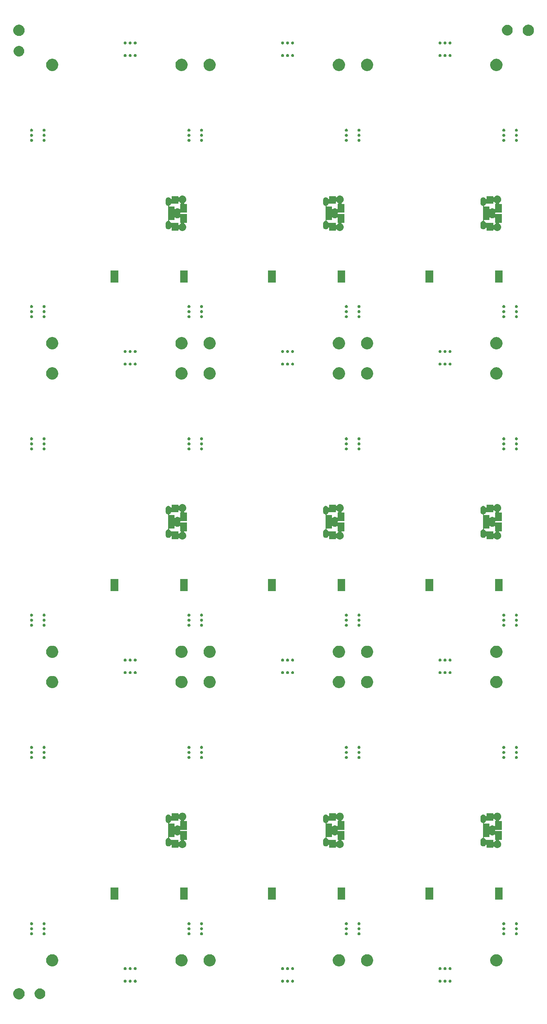
<source format=gbr>
G04 #@! TF.GenerationSoftware,KiCad,Pcbnew,(5.0.0)*
G04 #@! TF.CreationDate,2019-01-02T15:44:26-06:00*
G04 #@! TF.ProjectId,fk-sonar-v0.07-03x03,666B2D736F6E61722D76302E30372D30,0.1*
G04 #@! TF.SameCoordinates,Original*
G04 #@! TF.FileFunction,Soldermask,Bot*
G04 #@! TF.FilePolarity,Negative*
%FSLAX46Y46*%
G04 Gerber Fmt 4.6, Leading zero omitted, Abs format (unit mm)*
G04 Created by KiCad (PCBNEW (5.0.0)) date 01/02/19 15:44:26*
%MOMM*%
%LPD*%
G01*
G04 APERTURE LIST*
%ADD10C,0.100000*%
G04 APERTURE END LIST*
D10*
G36*
X67493778Y-239221879D02*
X67739466Y-239323646D01*
X67960578Y-239471389D01*
X68148611Y-239659422D01*
X68296354Y-239880534D01*
X68398121Y-240126222D01*
X68450000Y-240387035D01*
X68450000Y-240652965D01*
X68398121Y-240913778D01*
X68296354Y-241159466D01*
X68148611Y-241380578D01*
X67960578Y-241568611D01*
X67739466Y-241716354D01*
X67493778Y-241818121D01*
X67232965Y-241870000D01*
X66967035Y-241870000D01*
X66706222Y-241818121D01*
X66460534Y-241716354D01*
X66239422Y-241568611D01*
X66051389Y-241380578D01*
X65903646Y-241159466D01*
X65801879Y-240913778D01*
X65750000Y-240652965D01*
X65750000Y-240387035D01*
X65801879Y-240126222D01*
X65903646Y-239880534D01*
X66051389Y-239659422D01*
X66239422Y-239471389D01*
X66460534Y-239323646D01*
X66706222Y-239221879D01*
X66967035Y-239170000D01*
X67232965Y-239170000D01*
X67493778Y-239221879D01*
X67493778Y-239221879D01*
G37*
G36*
X72347764Y-239274402D02*
X72470445Y-239298805D01*
X72701571Y-239394541D01*
X72909581Y-239533529D01*
X73086471Y-239710419D01*
X73086473Y-239710422D01*
X73225459Y-239918429D01*
X73321195Y-240149555D01*
X73321195Y-240149557D01*
X73370000Y-240394914D01*
X73370000Y-240645086D01*
X73345597Y-240767765D01*
X73321195Y-240890445D01*
X73311529Y-240913780D01*
X73225459Y-241121571D01*
X73086471Y-241329581D01*
X72909581Y-241506471D01*
X72909578Y-241506473D01*
X72701571Y-241645459D01*
X72470445Y-241741195D01*
X72347764Y-241765598D01*
X72225086Y-241790000D01*
X71974914Y-241790000D01*
X71852236Y-241765598D01*
X71729555Y-241741195D01*
X71498429Y-241645459D01*
X71290422Y-241506473D01*
X71290419Y-241506471D01*
X71113529Y-241329581D01*
X70974541Y-241121571D01*
X70888471Y-240913780D01*
X70878805Y-240890445D01*
X70854402Y-240767764D01*
X70830000Y-240645086D01*
X70830000Y-240394914D01*
X70878805Y-240149557D01*
X70878805Y-240149555D01*
X70974541Y-239918429D01*
X71113527Y-239710422D01*
X71113529Y-239710419D01*
X71290419Y-239533529D01*
X71498429Y-239394541D01*
X71729555Y-239298805D01*
X71852236Y-239274402D01*
X71974914Y-239250000D01*
X72225086Y-239250000D01*
X72347764Y-239274402D01*
X72347764Y-239274402D01*
G37*
G36*
X132351377Y-237173362D02*
X132402091Y-237183450D01*
X132465787Y-237209834D01*
X132523112Y-237248137D01*
X132571863Y-237296888D01*
X132610166Y-237354213D01*
X132636550Y-237417909D01*
X132650000Y-237485528D01*
X132650000Y-237554472D01*
X132636550Y-237622091D01*
X132610166Y-237685787D01*
X132571863Y-237743112D01*
X132523112Y-237791863D01*
X132465787Y-237830166D01*
X132402091Y-237856550D01*
X132351377Y-237866638D01*
X132334473Y-237870000D01*
X132265527Y-237870000D01*
X132248623Y-237866638D01*
X132197909Y-237856550D01*
X132134213Y-237830166D01*
X132076888Y-237791863D01*
X132028137Y-237743112D01*
X131989834Y-237685787D01*
X131963450Y-237622091D01*
X131950000Y-237554472D01*
X131950000Y-237485528D01*
X131963450Y-237417909D01*
X131989834Y-237354213D01*
X132028137Y-237296888D01*
X132076888Y-237248137D01*
X132134213Y-237209834D01*
X132197909Y-237183450D01*
X132248623Y-237173362D01*
X132265527Y-237170000D01*
X132334473Y-237170000D01*
X132351377Y-237173362D01*
X132351377Y-237173362D01*
G37*
G36*
X167451377Y-237173362D02*
X167502091Y-237183450D01*
X167565787Y-237209834D01*
X167623112Y-237248137D01*
X167671863Y-237296888D01*
X167710166Y-237354213D01*
X167736550Y-237417909D01*
X167750000Y-237485528D01*
X167750000Y-237554472D01*
X167736550Y-237622091D01*
X167710166Y-237685787D01*
X167671863Y-237743112D01*
X167623112Y-237791863D01*
X167565787Y-237830166D01*
X167502091Y-237856550D01*
X167451377Y-237866638D01*
X167434473Y-237870000D01*
X167365527Y-237870000D01*
X167348623Y-237866638D01*
X167297909Y-237856550D01*
X167234213Y-237830166D01*
X167176888Y-237791863D01*
X167128137Y-237743112D01*
X167089834Y-237685787D01*
X167063450Y-237622091D01*
X167050000Y-237554472D01*
X167050000Y-237485528D01*
X167063450Y-237417909D01*
X167089834Y-237354213D01*
X167128137Y-237296888D01*
X167176888Y-237248137D01*
X167234213Y-237209834D01*
X167297909Y-237183450D01*
X167348623Y-237173362D01*
X167365527Y-237170000D01*
X167434473Y-237170000D01*
X167451377Y-237173362D01*
X167451377Y-237173362D01*
G37*
G36*
X92451377Y-237173362D02*
X92502091Y-237183450D01*
X92565787Y-237209834D01*
X92623112Y-237248137D01*
X92671863Y-237296888D01*
X92710166Y-237354213D01*
X92736550Y-237417909D01*
X92750000Y-237485528D01*
X92750000Y-237554472D01*
X92736550Y-237622091D01*
X92710166Y-237685787D01*
X92671863Y-237743112D01*
X92623112Y-237791863D01*
X92565787Y-237830166D01*
X92502091Y-237856550D01*
X92451377Y-237866638D01*
X92434473Y-237870000D01*
X92365527Y-237870000D01*
X92348623Y-237866638D01*
X92297909Y-237856550D01*
X92234213Y-237830166D01*
X92176888Y-237791863D01*
X92128137Y-237743112D01*
X92089834Y-237685787D01*
X92063450Y-237622091D01*
X92050000Y-237554472D01*
X92050000Y-237485528D01*
X92063450Y-237417909D01*
X92089834Y-237354213D01*
X92128137Y-237296888D01*
X92176888Y-237248137D01*
X92234213Y-237209834D01*
X92297909Y-237183450D01*
X92348623Y-237173362D01*
X92365527Y-237170000D01*
X92434473Y-237170000D01*
X92451377Y-237173362D01*
X92451377Y-237173362D01*
G37*
G36*
X93651377Y-237173362D02*
X93702091Y-237183450D01*
X93765787Y-237209834D01*
X93823112Y-237248137D01*
X93871863Y-237296888D01*
X93910166Y-237354213D01*
X93936550Y-237417909D01*
X93950000Y-237485528D01*
X93950000Y-237554472D01*
X93936550Y-237622091D01*
X93910166Y-237685787D01*
X93871863Y-237743112D01*
X93823112Y-237791863D01*
X93765787Y-237830166D01*
X93702091Y-237856550D01*
X93651377Y-237866638D01*
X93634473Y-237870000D01*
X93565527Y-237870000D01*
X93548623Y-237866638D01*
X93497909Y-237856550D01*
X93434213Y-237830166D01*
X93376888Y-237791863D01*
X93328137Y-237743112D01*
X93289834Y-237685787D01*
X93263450Y-237622091D01*
X93250000Y-237554472D01*
X93250000Y-237485528D01*
X93263450Y-237417909D01*
X93289834Y-237354213D01*
X93328137Y-237296888D01*
X93376888Y-237248137D01*
X93434213Y-237209834D01*
X93497909Y-237183450D01*
X93548623Y-237173362D01*
X93565527Y-237170000D01*
X93634473Y-237170000D01*
X93651377Y-237173362D01*
X93651377Y-237173362D01*
G37*
G36*
X94851377Y-237173362D02*
X94902091Y-237183450D01*
X94965787Y-237209834D01*
X95023112Y-237248137D01*
X95071863Y-237296888D01*
X95110166Y-237354213D01*
X95136550Y-237417909D01*
X95150000Y-237485528D01*
X95150000Y-237554472D01*
X95136550Y-237622091D01*
X95110166Y-237685787D01*
X95071863Y-237743112D01*
X95023112Y-237791863D01*
X94965787Y-237830166D01*
X94902091Y-237856550D01*
X94851377Y-237866638D01*
X94834473Y-237870000D01*
X94765527Y-237870000D01*
X94748623Y-237866638D01*
X94697909Y-237856550D01*
X94634213Y-237830166D01*
X94576888Y-237791863D01*
X94528137Y-237743112D01*
X94489834Y-237685787D01*
X94463450Y-237622091D01*
X94450000Y-237554472D01*
X94450000Y-237485528D01*
X94463450Y-237417909D01*
X94489834Y-237354213D01*
X94528137Y-237296888D01*
X94576888Y-237248137D01*
X94634213Y-237209834D01*
X94697909Y-237183450D01*
X94748623Y-237173362D01*
X94765527Y-237170000D01*
X94834473Y-237170000D01*
X94851377Y-237173362D01*
X94851377Y-237173362D01*
G37*
G36*
X131151377Y-237173362D02*
X131202091Y-237183450D01*
X131265787Y-237209834D01*
X131323112Y-237248137D01*
X131371863Y-237296888D01*
X131410166Y-237354213D01*
X131436550Y-237417909D01*
X131450000Y-237485528D01*
X131450000Y-237554472D01*
X131436550Y-237622091D01*
X131410166Y-237685787D01*
X131371863Y-237743112D01*
X131323112Y-237791863D01*
X131265787Y-237830166D01*
X131202091Y-237856550D01*
X131151377Y-237866638D01*
X131134473Y-237870000D01*
X131065527Y-237870000D01*
X131048623Y-237866638D01*
X130997909Y-237856550D01*
X130934213Y-237830166D01*
X130876888Y-237791863D01*
X130828137Y-237743112D01*
X130789834Y-237685787D01*
X130763450Y-237622091D01*
X130750000Y-237554472D01*
X130750000Y-237485528D01*
X130763450Y-237417909D01*
X130789834Y-237354213D01*
X130828137Y-237296888D01*
X130876888Y-237248137D01*
X130934213Y-237209834D01*
X130997909Y-237183450D01*
X131048623Y-237173362D01*
X131065527Y-237170000D01*
X131134473Y-237170000D01*
X131151377Y-237173362D01*
X131151377Y-237173362D01*
G37*
G36*
X129951377Y-237173362D02*
X130002091Y-237183450D01*
X130065787Y-237209834D01*
X130123112Y-237248137D01*
X130171863Y-237296888D01*
X130210166Y-237354213D01*
X130236550Y-237417909D01*
X130250000Y-237485528D01*
X130250000Y-237554472D01*
X130236550Y-237622091D01*
X130210166Y-237685787D01*
X130171863Y-237743112D01*
X130123112Y-237791863D01*
X130065787Y-237830166D01*
X130002091Y-237856550D01*
X129951377Y-237866638D01*
X129934473Y-237870000D01*
X129865527Y-237870000D01*
X129848623Y-237866638D01*
X129797909Y-237856550D01*
X129734213Y-237830166D01*
X129676888Y-237791863D01*
X129628137Y-237743112D01*
X129589834Y-237685787D01*
X129563450Y-237622091D01*
X129550000Y-237554472D01*
X129550000Y-237485528D01*
X129563450Y-237417909D01*
X129589834Y-237354213D01*
X129628137Y-237296888D01*
X129676888Y-237248137D01*
X129734213Y-237209834D01*
X129797909Y-237183450D01*
X129848623Y-237173362D01*
X129865527Y-237170000D01*
X129934473Y-237170000D01*
X129951377Y-237173362D01*
X129951377Y-237173362D01*
G37*
G36*
X168651377Y-237173362D02*
X168702091Y-237183450D01*
X168765787Y-237209834D01*
X168823112Y-237248137D01*
X168871863Y-237296888D01*
X168910166Y-237354213D01*
X168936550Y-237417909D01*
X168950000Y-237485528D01*
X168950000Y-237554472D01*
X168936550Y-237622091D01*
X168910166Y-237685787D01*
X168871863Y-237743112D01*
X168823112Y-237791863D01*
X168765787Y-237830166D01*
X168702091Y-237856550D01*
X168651377Y-237866638D01*
X168634473Y-237870000D01*
X168565527Y-237870000D01*
X168548623Y-237866638D01*
X168497909Y-237856550D01*
X168434213Y-237830166D01*
X168376888Y-237791863D01*
X168328137Y-237743112D01*
X168289834Y-237685787D01*
X168263450Y-237622091D01*
X168250000Y-237554472D01*
X168250000Y-237485528D01*
X168263450Y-237417909D01*
X168289834Y-237354213D01*
X168328137Y-237296888D01*
X168376888Y-237248137D01*
X168434213Y-237209834D01*
X168497909Y-237183450D01*
X168548623Y-237173362D01*
X168565527Y-237170000D01*
X168634473Y-237170000D01*
X168651377Y-237173362D01*
X168651377Y-237173362D01*
G37*
G36*
X169851377Y-237173362D02*
X169902091Y-237183450D01*
X169965787Y-237209834D01*
X170023112Y-237248137D01*
X170071863Y-237296888D01*
X170110166Y-237354213D01*
X170136550Y-237417909D01*
X170150000Y-237485528D01*
X170150000Y-237554472D01*
X170136550Y-237622091D01*
X170110166Y-237685787D01*
X170071863Y-237743112D01*
X170023112Y-237791863D01*
X169965787Y-237830166D01*
X169902091Y-237856550D01*
X169851377Y-237866638D01*
X169834473Y-237870000D01*
X169765527Y-237870000D01*
X169748623Y-237866638D01*
X169697909Y-237856550D01*
X169634213Y-237830166D01*
X169576888Y-237791863D01*
X169528137Y-237743112D01*
X169489834Y-237685787D01*
X169463450Y-237622091D01*
X169450000Y-237554472D01*
X169450000Y-237485528D01*
X169463450Y-237417909D01*
X169489834Y-237354213D01*
X169528137Y-237296888D01*
X169576888Y-237248137D01*
X169634213Y-237209834D01*
X169697909Y-237183450D01*
X169748623Y-237173362D01*
X169765527Y-237170000D01*
X169834473Y-237170000D01*
X169851377Y-237173362D01*
X169851377Y-237173362D01*
G37*
G36*
X169851377Y-234173362D02*
X169902091Y-234183450D01*
X169965787Y-234209834D01*
X170023112Y-234248137D01*
X170071863Y-234296888D01*
X170110166Y-234354213D01*
X170136550Y-234417909D01*
X170150000Y-234485528D01*
X170150000Y-234554472D01*
X170136550Y-234622091D01*
X170110166Y-234685787D01*
X170071863Y-234743112D01*
X170023112Y-234791863D01*
X169965787Y-234830166D01*
X169902091Y-234856550D01*
X169851377Y-234866637D01*
X169834473Y-234870000D01*
X169765527Y-234870000D01*
X169748623Y-234866637D01*
X169697909Y-234856550D01*
X169634213Y-234830166D01*
X169576888Y-234791863D01*
X169528137Y-234743112D01*
X169489834Y-234685787D01*
X169463450Y-234622091D01*
X169450000Y-234554472D01*
X169450000Y-234485528D01*
X169463450Y-234417909D01*
X169489834Y-234354213D01*
X169528137Y-234296888D01*
X169576888Y-234248137D01*
X169634213Y-234209834D01*
X169697909Y-234183450D01*
X169748623Y-234173362D01*
X169765527Y-234170000D01*
X169834473Y-234170000D01*
X169851377Y-234173362D01*
X169851377Y-234173362D01*
G37*
G36*
X94851377Y-234173362D02*
X94902091Y-234183450D01*
X94965787Y-234209834D01*
X95023112Y-234248137D01*
X95071863Y-234296888D01*
X95110166Y-234354213D01*
X95136550Y-234417909D01*
X95150000Y-234485528D01*
X95150000Y-234554472D01*
X95136550Y-234622091D01*
X95110166Y-234685787D01*
X95071863Y-234743112D01*
X95023112Y-234791863D01*
X94965787Y-234830166D01*
X94902091Y-234856550D01*
X94851377Y-234866637D01*
X94834473Y-234870000D01*
X94765527Y-234870000D01*
X94748623Y-234866637D01*
X94697909Y-234856550D01*
X94634213Y-234830166D01*
X94576888Y-234791863D01*
X94528137Y-234743112D01*
X94489834Y-234685787D01*
X94463450Y-234622091D01*
X94450000Y-234554472D01*
X94450000Y-234485528D01*
X94463450Y-234417909D01*
X94489834Y-234354213D01*
X94528137Y-234296888D01*
X94576888Y-234248137D01*
X94634213Y-234209834D01*
X94697909Y-234183450D01*
X94748623Y-234173362D01*
X94765527Y-234170000D01*
X94834473Y-234170000D01*
X94851377Y-234173362D01*
X94851377Y-234173362D01*
G37*
G36*
X92451377Y-234173362D02*
X92502091Y-234183450D01*
X92565787Y-234209834D01*
X92623112Y-234248137D01*
X92671863Y-234296888D01*
X92710166Y-234354213D01*
X92736550Y-234417909D01*
X92750000Y-234485528D01*
X92750000Y-234554472D01*
X92736550Y-234622091D01*
X92710166Y-234685787D01*
X92671863Y-234743112D01*
X92623112Y-234791863D01*
X92565787Y-234830166D01*
X92502091Y-234856550D01*
X92451377Y-234866637D01*
X92434473Y-234870000D01*
X92365527Y-234870000D01*
X92348623Y-234866637D01*
X92297909Y-234856550D01*
X92234213Y-234830166D01*
X92176888Y-234791863D01*
X92128137Y-234743112D01*
X92089834Y-234685787D01*
X92063450Y-234622091D01*
X92050000Y-234554472D01*
X92050000Y-234485528D01*
X92063450Y-234417909D01*
X92089834Y-234354213D01*
X92128137Y-234296888D01*
X92176888Y-234248137D01*
X92234213Y-234209834D01*
X92297909Y-234183450D01*
X92348623Y-234173362D01*
X92365527Y-234170000D01*
X92434473Y-234170000D01*
X92451377Y-234173362D01*
X92451377Y-234173362D01*
G37*
G36*
X93651377Y-234173362D02*
X93702091Y-234183450D01*
X93765787Y-234209834D01*
X93823112Y-234248137D01*
X93871863Y-234296888D01*
X93910166Y-234354213D01*
X93936550Y-234417909D01*
X93950000Y-234485528D01*
X93950000Y-234554472D01*
X93936550Y-234622091D01*
X93910166Y-234685787D01*
X93871863Y-234743112D01*
X93823112Y-234791863D01*
X93765787Y-234830166D01*
X93702091Y-234856550D01*
X93651377Y-234866637D01*
X93634473Y-234870000D01*
X93565527Y-234870000D01*
X93548623Y-234866637D01*
X93497909Y-234856550D01*
X93434213Y-234830166D01*
X93376888Y-234791863D01*
X93328137Y-234743112D01*
X93289834Y-234685787D01*
X93263450Y-234622091D01*
X93250000Y-234554472D01*
X93250000Y-234485528D01*
X93263450Y-234417909D01*
X93289834Y-234354213D01*
X93328137Y-234296888D01*
X93376888Y-234248137D01*
X93434213Y-234209834D01*
X93497909Y-234183450D01*
X93548623Y-234173362D01*
X93565527Y-234170000D01*
X93634473Y-234170000D01*
X93651377Y-234173362D01*
X93651377Y-234173362D01*
G37*
G36*
X129951377Y-234173362D02*
X130002091Y-234183450D01*
X130065787Y-234209834D01*
X130123112Y-234248137D01*
X130171863Y-234296888D01*
X130210166Y-234354213D01*
X130236550Y-234417909D01*
X130250000Y-234485528D01*
X130250000Y-234554472D01*
X130236550Y-234622091D01*
X130210166Y-234685787D01*
X130171863Y-234743112D01*
X130123112Y-234791863D01*
X130065787Y-234830166D01*
X130002091Y-234856550D01*
X129951377Y-234866637D01*
X129934473Y-234870000D01*
X129865527Y-234870000D01*
X129848623Y-234866637D01*
X129797909Y-234856550D01*
X129734213Y-234830166D01*
X129676888Y-234791863D01*
X129628137Y-234743112D01*
X129589834Y-234685787D01*
X129563450Y-234622091D01*
X129550000Y-234554472D01*
X129550000Y-234485528D01*
X129563450Y-234417909D01*
X129589834Y-234354213D01*
X129628137Y-234296888D01*
X129676888Y-234248137D01*
X129734213Y-234209834D01*
X129797909Y-234183450D01*
X129848623Y-234173362D01*
X129865527Y-234170000D01*
X129934473Y-234170000D01*
X129951377Y-234173362D01*
X129951377Y-234173362D01*
G37*
G36*
X131151377Y-234173362D02*
X131202091Y-234183450D01*
X131265787Y-234209834D01*
X131323112Y-234248137D01*
X131371863Y-234296888D01*
X131410166Y-234354213D01*
X131436550Y-234417909D01*
X131450000Y-234485528D01*
X131450000Y-234554472D01*
X131436550Y-234622091D01*
X131410166Y-234685787D01*
X131371863Y-234743112D01*
X131323112Y-234791863D01*
X131265787Y-234830166D01*
X131202091Y-234856550D01*
X131151377Y-234866637D01*
X131134473Y-234870000D01*
X131065527Y-234870000D01*
X131048623Y-234866637D01*
X130997909Y-234856550D01*
X130934213Y-234830166D01*
X130876888Y-234791863D01*
X130828137Y-234743112D01*
X130789834Y-234685787D01*
X130763450Y-234622091D01*
X130750000Y-234554472D01*
X130750000Y-234485528D01*
X130763450Y-234417909D01*
X130789834Y-234354213D01*
X130828137Y-234296888D01*
X130876888Y-234248137D01*
X130934213Y-234209834D01*
X130997909Y-234183450D01*
X131048623Y-234173362D01*
X131065527Y-234170000D01*
X131134473Y-234170000D01*
X131151377Y-234173362D01*
X131151377Y-234173362D01*
G37*
G36*
X168651377Y-234173362D02*
X168702091Y-234183450D01*
X168765787Y-234209834D01*
X168823112Y-234248137D01*
X168871863Y-234296888D01*
X168910166Y-234354213D01*
X168936550Y-234417909D01*
X168950000Y-234485528D01*
X168950000Y-234554472D01*
X168936550Y-234622091D01*
X168910166Y-234685787D01*
X168871863Y-234743112D01*
X168823112Y-234791863D01*
X168765787Y-234830166D01*
X168702091Y-234856550D01*
X168651377Y-234866637D01*
X168634473Y-234870000D01*
X168565527Y-234870000D01*
X168548623Y-234866637D01*
X168497909Y-234856550D01*
X168434213Y-234830166D01*
X168376888Y-234791863D01*
X168328137Y-234743112D01*
X168289834Y-234685787D01*
X168263450Y-234622091D01*
X168250000Y-234554472D01*
X168250000Y-234485528D01*
X168263450Y-234417909D01*
X168289834Y-234354213D01*
X168328137Y-234296888D01*
X168376888Y-234248137D01*
X168434213Y-234209834D01*
X168497909Y-234183450D01*
X168548623Y-234173362D01*
X168565527Y-234170000D01*
X168634473Y-234170000D01*
X168651377Y-234173362D01*
X168651377Y-234173362D01*
G37*
G36*
X167451377Y-234173362D02*
X167502091Y-234183450D01*
X167565787Y-234209834D01*
X167623112Y-234248137D01*
X167671863Y-234296888D01*
X167710166Y-234354213D01*
X167736550Y-234417909D01*
X167750000Y-234485528D01*
X167750000Y-234554472D01*
X167736550Y-234622091D01*
X167710166Y-234685787D01*
X167671863Y-234743112D01*
X167623112Y-234791863D01*
X167565787Y-234830166D01*
X167502091Y-234856550D01*
X167451377Y-234866637D01*
X167434473Y-234870000D01*
X167365527Y-234870000D01*
X167348623Y-234866637D01*
X167297909Y-234856550D01*
X167234213Y-234830166D01*
X167176888Y-234791863D01*
X167128137Y-234743112D01*
X167089834Y-234685787D01*
X167063450Y-234622091D01*
X167050000Y-234554472D01*
X167050000Y-234485528D01*
X167063450Y-234417909D01*
X167089834Y-234354213D01*
X167128137Y-234296888D01*
X167176888Y-234248137D01*
X167234213Y-234209834D01*
X167297909Y-234183450D01*
X167348623Y-234173362D01*
X167365527Y-234170000D01*
X167434473Y-234170000D01*
X167451377Y-234173362D01*
X167451377Y-234173362D01*
G37*
G36*
X132351377Y-234173362D02*
X132402091Y-234183450D01*
X132465787Y-234209834D01*
X132523112Y-234248137D01*
X132571863Y-234296888D01*
X132610166Y-234354213D01*
X132636550Y-234417909D01*
X132650000Y-234485528D01*
X132650000Y-234554472D01*
X132636550Y-234622091D01*
X132610166Y-234685787D01*
X132571863Y-234743112D01*
X132523112Y-234791863D01*
X132465787Y-234830166D01*
X132402091Y-234856550D01*
X132351377Y-234866637D01*
X132334473Y-234870000D01*
X132265527Y-234870000D01*
X132248623Y-234866637D01*
X132197909Y-234856550D01*
X132134213Y-234830166D01*
X132076888Y-234791863D01*
X132028137Y-234743112D01*
X131989834Y-234685787D01*
X131963450Y-234622091D01*
X131950000Y-234554472D01*
X131950000Y-234485528D01*
X131963450Y-234417909D01*
X131989834Y-234354213D01*
X132028137Y-234296888D01*
X132076888Y-234248137D01*
X132134213Y-234209834D01*
X132197909Y-234183450D01*
X132248623Y-234173362D01*
X132265527Y-234170000D01*
X132334473Y-234170000D01*
X132351377Y-234173362D01*
X132351377Y-234173362D01*
G37*
G36*
X112952947Y-231156522D02*
X113216833Y-231265827D01*
X113454324Y-231424513D01*
X113656287Y-231626476D01*
X113814973Y-231863967D01*
X113924278Y-232127853D01*
X113980000Y-232407986D01*
X113980000Y-232693614D01*
X113924278Y-232973747D01*
X113814973Y-233237633D01*
X113656287Y-233475124D01*
X113454324Y-233677087D01*
X113216833Y-233835773D01*
X112952947Y-233945078D01*
X112672814Y-234000800D01*
X112387186Y-234000800D01*
X112107053Y-233945078D01*
X111843167Y-233835773D01*
X111605676Y-233677087D01*
X111403713Y-233475124D01*
X111245027Y-233237633D01*
X111135722Y-232973747D01*
X111080000Y-232693614D01*
X111080000Y-232407986D01*
X111135722Y-232127853D01*
X111245027Y-231863967D01*
X111403713Y-231626476D01*
X111605676Y-231424513D01*
X111843167Y-231265827D01*
X112107053Y-231156522D01*
X112387186Y-231100800D01*
X112672814Y-231100800D01*
X112952947Y-231156522D01*
X112952947Y-231156522D01*
G37*
G36*
X75452947Y-231156522D02*
X75716833Y-231265827D01*
X75954324Y-231424513D01*
X76156287Y-231626476D01*
X76314973Y-231863967D01*
X76424278Y-232127853D01*
X76480000Y-232407986D01*
X76480000Y-232693614D01*
X76424278Y-232973747D01*
X76314973Y-233237633D01*
X76156287Y-233475124D01*
X75954324Y-233677087D01*
X75716833Y-233835773D01*
X75452947Y-233945078D01*
X75172814Y-234000800D01*
X74887186Y-234000800D01*
X74607053Y-233945078D01*
X74343167Y-233835773D01*
X74105676Y-233677087D01*
X73903713Y-233475124D01*
X73745027Y-233237633D01*
X73635722Y-232973747D01*
X73580000Y-232693614D01*
X73580000Y-232407986D01*
X73635722Y-232127853D01*
X73745027Y-231863967D01*
X73903713Y-231626476D01*
X74105676Y-231424513D01*
X74343167Y-231265827D01*
X74607053Y-231156522D01*
X74887186Y-231100800D01*
X75172814Y-231100800D01*
X75452947Y-231156522D01*
X75452947Y-231156522D01*
G37*
G36*
X106255747Y-231156522D02*
X106519633Y-231265827D01*
X106757124Y-231424513D01*
X106959087Y-231626476D01*
X107117773Y-231863967D01*
X107227078Y-232127853D01*
X107282800Y-232407986D01*
X107282800Y-232693614D01*
X107227078Y-232973747D01*
X107117773Y-233237633D01*
X106959087Y-233475124D01*
X106757124Y-233677087D01*
X106519633Y-233835773D01*
X106255747Y-233945078D01*
X105975614Y-234000800D01*
X105689986Y-234000800D01*
X105409853Y-233945078D01*
X105145967Y-233835773D01*
X104908476Y-233677087D01*
X104706513Y-233475124D01*
X104547827Y-233237633D01*
X104438522Y-232973747D01*
X104382800Y-232693614D01*
X104382800Y-232407986D01*
X104438522Y-232127853D01*
X104547827Y-231863967D01*
X104706513Y-231626476D01*
X104908476Y-231424513D01*
X105145967Y-231265827D01*
X105409853Y-231156522D01*
X105689986Y-231100800D01*
X105975614Y-231100800D01*
X106255747Y-231156522D01*
X106255747Y-231156522D01*
G37*
G36*
X143755747Y-231156522D02*
X144019633Y-231265827D01*
X144257124Y-231424513D01*
X144459087Y-231626476D01*
X144617773Y-231863967D01*
X144727078Y-232127853D01*
X144782800Y-232407986D01*
X144782800Y-232693614D01*
X144727078Y-232973747D01*
X144617773Y-233237633D01*
X144459087Y-233475124D01*
X144257124Y-233677087D01*
X144019633Y-233835773D01*
X143755747Y-233945078D01*
X143475614Y-234000800D01*
X143189986Y-234000800D01*
X142909853Y-233945078D01*
X142645967Y-233835773D01*
X142408476Y-233677087D01*
X142206513Y-233475124D01*
X142047827Y-233237633D01*
X141938522Y-232973747D01*
X141882800Y-232693614D01*
X141882800Y-232407986D01*
X141938522Y-232127853D01*
X142047827Y-231863967D01*
X142206513Y-231626476D01*
X142408476Y-231424513D01*
X142645967Y-231265827D01*
X142909853Y-231156522D01*
X143189986Y-231100800D01*
X143475614Y-231100800D01*
X143755747Y-231156522D01*
X143755747Y-231156522D01*
G37*
G36*
X181255747Y-231156522D02*
X181519633Y-231265827D01*
X181757124Y-231424513D01*
X181959087Y-231626476D01*
X182117773Y-231863967D01*
X182227078Y-232127853D01*
X182282800Y-232407986D01*
X182282800Y-232693614D01*
X182227078Y-232973747D01*
X182117773Y-233237633D01*
X181959087Y-233475124D01*
X181757124Y-233677087D01*
X181519633Y-233835773D01*
X181255747Y-233945078D01*
X180975614Y-234000800D01*
X180689986Y-234000800D01*
X180409853Y-233945078D01*
X180145967Y-233835773D01*
X179908476Y-233677087D01*
X179706513Y-233475124D01*
X179547827Y-233237633D01*
X179438522Y-232973747D01*
X179382800Y-232693614D01*
X179382800Y-232407986D01*
X179438522Y-232127853D01*
X179547827Y-231863967D01*
X179706513Y-231626476D01*
X179908476Y-231424513D01*
X180145967Y-231265827D01*
X180409853Y-231156522D01*
X180689986Y-231100800D01*
X180975614Y-231100800D01*
X181255747Y-231156522D01*
X181255747Y-231156522D01*
G37*
G36*
X150452947Y-231156522D02*
X150716833Y-231265827D01*
X150954324Y-231424513D01*
X151156287Y-231626476D01*
X151314973Y-231863967D01*
X151424278Y-232127853D01*
X151480000Y-232407986D01*
X151480000Y-232693614D01*
X151424278Y-232973747D01*
X151314973Y-233237633D01*
X151156287Y-233475124D01*
X150954324Y-233677087D01*
X150716833Y-233835773D01*
X150452947Y-233945078D01*
X150172814Y-234000800D01*
X149887186Y-234000800D01*
X149607053Y-233945078D01*
X149343167Y-233835773D01*
X149105676Y-233677087D01*
X148903713Y-233475124D01*
X148745027Y-233237633D01*
X148635722Y-232973747D01*
X148580000Y-232693614D01*
X148580000Y-232407986D01*
X148635722Y-232127853D01*
X148745027Y-231863967D01*
X148903713Y-231626476D01*
X149105676Y-231424513D01*
X149343167Y-231265827D01*
X149607053Y-231156522D01*
X149887186Y-231100800D01*
X150172814Y-231100800D01*
X150452947Y-231156522D01*
X150452947Y-231156522D01*
G37*
G36*
X185651377Y-225873362D02*
X185702091Y-225883450D01*
X185765787Y-225909834D01*
X185823112Y-225948137D01*
X185871863Y-225996888D01*
X185910166Y-226054213D01*
X185936550Y-226117909D01*
X185950000Y-226185528D01*
X185950000Y-226254472D01*
X185936550Y-226322091D01*
X185910166Y-226385787D01*
X185871863Y-226443112D01*
X185823112Y-226491863D01*
X185765787Y-226530166D01*
X185702091Y-226556550D01*
X185651377Y-226566637D01*
X185634473Y-226570000D01*
X185565527Y-226570000D01*
X185548623Y-226566637D01*
X185497909Y-226556550D01*
X185434213Y-226530166D01*
X185376888Y-226491863D01*
X185328137Y-226443112D01*
X185289834Y-226385787D01*
X185263450Y-226322091D01*
X185250000Y-226254472D01*
X185250000Y-226185528D01*
X185263450Y-226117909D01*
X185289834Y-226054213D01*
X185328137Y-225996888D01*
X185376888Y-225948137D01*
X185434213Y-225909834D01*
X185497909Y-225883450D01*
X185548623Y-225873362D01*
X185565527Y-225870000D01*
X185634473Y-225870000D01*
X185651377Y-225873362D01*
X185651377Y-225873362D01*
G37*
G36*
X145151377Y-225873362D02*
X145202091Y-225883450D01*
X145265787Y-225909834D01*
X145323112Y-225948137D01*
X145371863Y-225996888D01*
X145410166Y-226054213D01*
X145436550Y-226117909D01*
X145450000Y-226185528D01*
X145450000Y-226254472D01*
X145436550Y-226322091D01*
X145410166Y-226385787D01*
X145371863Y-226443112D01*
X145323112Y-226491863D01*
X145265787Y-226530166D01*
X145202091Y-226556550D01*
X145151377Y-226566637D01*
X145134473Y-226570000D01*
X145065527Y-226570000D01*
X145048623Y-226566637D01*
X144997909Y-226556550D01*
X144934213Y-226530166D01*
X144876888Y-226491863D01*
X144828137Y-226443112D01*
X144789834Y-226385787D01*
X144763450Y-226322091D01*
X144750000Y-226254472D01*
X144750000Y-226185528D01*
X144763450Y-226117909D01*
X144789834Y-226054213D01*
X144828137Y-225996888D01*
X144876888Y-225948137D01*
X144934213Y-225909834D01*
X144997909Y-225883450D01*
X145048623Y-225873362D01*
X145065527Y-225870000D01*
X145134473Y-225870000D01*
X145151377Y-225873362D01*
X145151377Y-225873362D01*
G37*
G36*
X148151377Y-225873362D02*
X148202091Y-225883450D01*
X148265787Y-225909834D01*
X148323112Y-225948137D01*
X148371863Y-225996888D01*
X148410166Y-226054213D01*
X148436550Y-226117909D01*
X148450000Y-226185528D01*
X148450000Y-226254472D01*
X148436550Y-226322091D01*
X148410166Y-226385787D01*
X148371863Y-226443112D01*
X148323112Y-226491863D01*
X148265787Y-226530166D01*
X148202091Y-226556550D01*
X148151377Y-226566637D01*
X148134473Y-226570000D01*
X148065527Y-226570000D01*
X148048623Y-226566637D01*
X147997909Y-226556550D01*
X147934213Y-226530166D01*
X147876888Y-226491863D01*
X147828137Y-226443112D01*
X147789834Y-226385787D01*
X147763450Y-226322091D01*
X147750000Y-226254472D01*
X147750000Y-226185528D01*
X147763450Y-226117909D01*
X147789834Y-226054213D01*
X147828137Y-225996888D01*
X147876888Y-225948137D01*
X147934213Y-225909834D01*
X147997909Y-225883450D01*
X148048623Y-225873362D01*
X148065527Y-225870000D01*
X148134473Y-225870000D01*
X148151377Y-225873362D01*
X148151377Y-225873362D01*
G37*
G36*
X107651377Y-225873362D02*
X107702091Y-225883450D01*
X107765787Y-225909834D01*
X107823112Y-225948137D01*
X107871863Y-225996888D01*
X107910166Y-226054213D01*
X107936550Y-226117909D01*
X107950000Y-226185528D01*
X107950000Y-226254472D01*
X107936550Y-226322091D01*
X107910166Y-226385787D01*
X107871863Y-226443112D01*
X107823112Y-226491863D01*
X107765787Y-226530166D01*
X107702091Y-226556550D01*
X107651377Y-226566637D01*
X107634473Y-226570000D01*
X107565527Y-226570000D01*
X107548623Y-226566637D01*
X107497909Y-226556550D01*
X107434213Y-226530166D01*
X107376888Y-226491863D01*
X107328137Y-226443112D01*
X107289834Y-226385787D01*
X107263450Y-226322091D01*
X107250000Y-226254472D01*
X107250000Y-226185528D01*
X107263450Y-226117909D01*
X107289834Y-226054213D01*
X107328137Y-225996888D01*
X107376888Y-225948137D01*
X107434213Y-225909834D01*
X107497909Y-225883450D01*
X107548623Y-225873362D01*
X107565527Y-225870000D01*
X107634473Y-225870000D01*
X107651377Y-225873362D01*
X107651377Y-225873362D01*
G37*
G36*
X110651377Y-225873362D02*
X110702091Y-225883450D01*
X110765787Y-225909834D01*
X110823112Y-225948137D01*
X110871863Y-225996888D01*
X110910166Y-226054213D01*
X110936550Y-226117909D01*
X110950000Y-226185528D01*
X110950000Y-226254472D01*
X110936550Y-226322091D01*
X110910166Y-226385787D01*
X110871863Y-226443112D01*
X110823112Y-226491863D01*
X110765787Y-226530166D01*
X110702091Y-226556550D01*
X110651377Y-226566637D01*
X110634473Y-226570000D01*
X110565527Y-226570000D01*
X110548623Y-226566637D01*
X110497909Y-226556550D01*
X110434213Y-226530166D01*
X110376888Y-226491863D01*
X110328137Y-226443112D01*
X110289834Y-226385787D01*
X110263450Y-226322091D01*
X110250000Y-226254472D01*
X110250000Y-226185528D01*
X110263450Y-226117909D01*
X110289834Y-226054213D01*
X110328137Y-225996888D01*
X110376888Y-225948137D01*
X110434213Y-225909834D01*
X110497909Y-225883450D01*
X110548623Y-225873362D01*
X110565527Y-225870000D01*
X110634473Y-225870000D01*
X110651377Y-225873362D01*
X110651377Y-225873362D01*
G37*
G36*
X70151377Y-225873362D02*
X70202091Y-225883450D01*
X70265787Y-225909834D01*
X70323112Y-225948137D01*
X70371863Y-225996888D01*
X70410166Y-226054213D01*
X70436550Y-226117909D01*
X70450000Y-226185528D01*
X70450000Y-226254472D01*
X70436550Y-226322091D01*
X70410166Y-226385787D01*
X70371863Y-226443112D01*
X70323112Y-226491863D01*
X70265787Y-226530166D01*
X70202091Y-226556550D01*
X70151377Y-226566637D01*
X70134473Y-226570000D01*
X70065527Y-226570000D01*
X70048623Y-226566637D01*
X69997909Y-226556550D01*
X69934213Y-226530166D01*
X69876888Y-226491863D01*
X69828137Y-226443112D01*
X69789834Y-226385787D01*
X69763450Y-226322091D01*
X69750000Y-226254472D01*
X69750000Y-226185528D01*
X69763450Y-226117909D01*
X69789834Y-226054213D01*
X69828137Y-225996888D01*
X69876888Y-225948137D01*
X69934213Y-225909834D01*
X69997909Y-225883450D01*
X70048623Y-225873362D01*
X70065527Y-225870000D01*
X70134473Y-225870000D01*
X70151377Y-225873362D01*
X70151377Y-225873362D01*
G37*
G36*
X73151377Y-225873362D02*
X73202091Y-225883450D01*
X73265787Y-225909834D01*
X73323112Y-225948137D01*
X73371863Y-225996888D01*
X73410166Y-226054213D01*
X73436550Y-226117909D01*
X73450000Y-226185528D01*
X73450000Y-226254472D01*
X73436550Y-226322091D01*
X73410166Y-226385787D01*
X73371863Y-226443112D01*
X73323112Y-226491863D01*
X73265787Y-226530166D01*
X73202091Y-226556550D01*
X73151377Y-226566637D01*
X73134473Y-226570000D01*
X73065527Y-226570000D01*
X73048623Y-226566637D01*
X72997909Y-226556550D01*
X72934213Y-226530166D01*
X72876888Y-226491863D01*
X72828137Y-226443112D01*
X72789834Y-226385787D01*
X72763450Y-226322091D01*
X72750000Y-226254472D01*
X72750000Y-226185528D01*
X72763450Y-226117909D01*
X72789834Y-226054213D01*
X72828137Y-225996888D01*
X72876888Y-225948137D01*
X72934213Y-225909834D01*
X72997909Y-225883450D01*
X73048623Y-225873362D01*
X73065527Y-225870000D01*
X73134473Y-225870000D01*
X73151377Y-225873362D01*
X73151377Y-225873362D01*
G37*
G36*
X182651377Y-225873362D02*
X182702091Y-225883450D01*
X182765787Y-225909834D01*
X182823112Y-225948137D01*
X182871863Y-225996888D01*
X182910166Y-226054213D01*
X182936550Y-226117909D01*
X182950000Y-226185528D01*
X182950000Y-226254472D01*
X182936550Y-226322091D01*
X182910166Y-226385787D01*
X182871863Y-226443112D01*
X182823112Y-226491863D01*
X182765787Y-226530166D01*
X182702091Y-226556550D01*
X182651377Y-226566637D01*
X182634473Y-226570000D01*
X182565527Y-226570000D01*
X182548623Y-226566637D01*
X182497909Y-226556550D01*
X182434213Y-226530166D01*
X182376888Y-226491863D01*
X182328137Y-226443112D01*
X182289834Y-226385787D01*
X182263450Y-226322091D01*
X182250000Y-226254472D01*
X182250000Y-226185528D01*
X182263450Y-226117909D01*
X182289834Y-226054213D01*
X182328137Y-225996888D01*
X182376888Y-225948137D01*
X182434213Y-225909834D01*
X182497909Y-225883450D01*
X182548623Y-225873362D01*
X182565527Y-225870000D01*
X182634473Y-225870000D01*
X182651377Y-225873362D01*
X182651377Y-225873362D01*
G37*
G36*
X73151377Y-224673363D02*
X73202091Y-224683450D01*
X73265787Y-224709834D01*
X73323112Y-224748137D01*
X73371863Y-224796888D01*
X73410166Y-224854213D01*
X73436550Y-224917909D01*
X73450000Y-224985528D01*
X73450000Y-225054472D01*
X73436550Y-225122091D01*
X73410166Y-225185787D01*
X73371863Y-225243112D01*
X73323112Y-225291863D01*
X73265787Y-225330166D01*
X73202091Y-225356550D01*
X73151377Y-225366638D01*
X73134473Y-225370000D01*
X73065527Y-225370000D01*
X73048623Y-225366638D01*
X72997909Y-225356550D01*
X72934213Y-225330166D01*
X72876888Y-225291863D01*
X72828137Y-225243112D01*
X72789834Y-225185787D01*
X72763450Y-225122091D01*
X72750000Y-225054472D01*
X72750000Y-224985528D01*
X72763450Y-224917909D01*
X72789834Y-224854213D01*
X72828137Y-224796888D01*
X72876888Y-224748137D01*
X72934213Y-224709834D01*
X72997909Y-224683450D01*
X73048623Y-224673363D01*
X73065527Y-224670000D01*
X73134473Y-224670000D01*
X73151377Y-224673363D01*
X73151377Y-224673363D01*
G37*
G36*
X145151377Y-224673363D02*
X145202091Y-224683450D01*
X145265787Y-224709834D01*
X145323112Y-224748137D01*
X145371863Y-224796888D01*
X145410166Y-224854213D01*
X145436550Y-224917909D01*
X145450000Y-224985528D01*
X145450000Y-225054472D01*
X145436550Y-225122091D01*
X145410166Y-225185787D01*
X145371863Y-225243112D01*
X145323112Y-225291863D01*
X145265787Y-225330166D01*
X145202091Y-225356550D01*
X145151377Y-225366638D01*
X145134473Y-225370000D01*
X145065527Y-225370000D01*
X145048623Y-225366638D01*
X144997909Y-225356550D01*
X144934213Y-225330166D01*
X144876888Y-225291863D01*
X144828137Y-225243112D01*
X144789834Y-225185787D01*
X144763450Y-225122091D01*
X144750000Y-225054472D01*
X144750000Y-224985528D01*
X144763450Y-224917909D01*
X144789834Y-224854213D01*
X144828137Y-224796888D01*
X144876888Y-224748137D01*
X144934213Y-224709834D01*
X144997909Y-224683450D01*
X145048623Y-224673363D01*
X145065527Y-224670000D01*
X145134473Y-224670000D01*
X145151377Y-224673363D01*
X145151377Y-224673363D01*
G37*
G36*
X148151377Y-224673363D02*
X148202091Y-224683450D01*
X148265787Y-224709834D01*
X148323112Y-224748137D01*
X148371863Y-224796888D01*
X148410166Y-224854213D01*
X148436550Y-224917909D01*
X148450000Y-224985528D01*
X148450000Y-225054472D01*
X148436550Y-225122091D01*
X148410166Y-225185787D01*
X148371863Y-225243112D01*
X148323112Y-225291863D01*
X148265787Y-225330166D01*
X148202091Y-225356550D01*
X148151377Y-225366638D01*
X148134473Y-225370000D01*
X148065527Y-225370000D01*
X148048623Y-225366638D01*
X147997909Y-225356550D01*
X147934213Y-225330166D01*
X147876888Y-225291863D01*
X147828137Y-225243112D01*
X147789834Y-225185787D01*
X147763450Y-225122091D01*
X147750000Y-225054472D01*
X147750000Y-224985528D01*
X147763450Y-224917909D01*
X147789834Y-224854213D01*
X147828137Y-224796888D01*
X147876888Y-224748137D01*
X147934213Y-224709834D01*
X147997909Y-224683450D01*
X148048623Y-224673363D01*
X148065527Y-224670000D01*
X148134473Y-224670000D01*
X148151377Y-224673363D01*
X148151377Y-224673363D01*
G37*
G36*
X107651377Y-224673363D02*
X107702091Y-224683450D01*
X107765787Y-224709834D01*
X107823112Y-224748137D01*
X107871863Y-224796888D01*
X107910166Y-224854213D01*
X107936550Y-224917909D01*
X107950000Y-224985528D01*
X107950000Y-225054472D01*
X107936550Y-225122091D01*
X107910166Y-225185787D01*
X107871863Y-225243112D01*
X107823112Y-225291863D01*
X107765787Y-225330166D01*
X107702091Y-225356550D01*
X107651377Y-225366638D01*
X107634473Y-225370000D01*
X107565527Y-225370000D01*
X107548623Y-225366638D01*
X107497909Y-225356550D01*
X107434213Y-225330166D01*
X107376888Y-225291863D01*
X107328137Y-225243112D01*
X107289834Y-225185787D01*
X107263450Y-225122091D01*
X107250000Y-225054472D01*
X107250000Y-224985528D01*
X107263450Y-224917909D01*
X107289834Y-224854213D01*
X107328137Y-224796888D01*
X107376888Y-224748137D01*
X107434213Y-224709834D01*
X107497909Y-224683450D01*
X107548623Y-224673363D01*
X107565527Y-224670000D01*
X107634473Y-224670000D01*
X107651377Y-224673363D01*
X107651377Y-224673363D01*
G37*
G36*
X182651377Y-224673363D02*
X182702091Y-224683450D01*
X182765787Y-224709834D01*
X182823112Y-224748137D01*
X182871863Y-224796888D01*
X182910166Y-224854213D01*
X182936550Y-224917909D01*
X182950000Y-224985528D01*
X182950000Y-225054472D01*
X182936550Y-225122091D01*
X182910166Y-225185787D01*
X182871863Y-225243112D01*
X182823112Y-225291863D01*
X182765787Y-225330166D01*
X182702091Y-225356550D01*
X182651377Y-225366638D01*
X182634473Y-225370000D01*
X182565527Y-225370000D01*
X182548623Y-225366638D01*
X182497909Y-225356550D01*
X182434213Y-225330166D01*
X182376888Y-225291863D01*
X182328137Y-225243112D01*
X182289834Y-225185787D01*
X182263450Y-225122091D01*
X182250000Y-225054472D01*
X182250000Y-224985528D01*
X182263450Y-224917909D01*
X182289834Y-224854213D01*
X182328137Y-224796888D01*
X182376888Y-224748137D01*
X182434213Y-224709834D01*
X182497909Y-224683450D01*
X182548623Y-224673363D01*
X182565527Y-224670000D01*
X182634473Y-224670000D01*
X182651377Y-224673363D01*
X182651377Y-224673363D01*
G37*
G36*
X110651377Y-224673363D02*
X110702091Y-224683450D01*
X110765787Y-224709834D01*
X110823112Y-224748137D01*
X110871863Y-224796888D01*
X110910166Y-224854213D01*
X110936550Y-224917909D01*
X110950000Y-224985528D01*
X110950000Y-225054472D01*
X110936550Y-225122091D01*
X110910166Y-225185787D01*
X110871863Y-225243112D01*
X110823112Y-225291863D01*
X110765787Y-225330166D01*
X110702091Y-225356550D01*
X110651377Y-225366638D01*
X110634473Y-225370000D01*
X110565527Y-225370000D01*
X110548623Y-225366638D01*
X110497909Y-225356550D01*
X110434213Y-225330166D01*
X110376888Y-225291863D01*
X110328137Y-225243112D01*
X110289834Y-225185787D01*
X110263450Y-225122091D01*
X110250000Y-225054472D01*
X110250000Y-224985528D01*
X110263450Y-224917909D01*
X110289834Y-224854213D01*
X110328137Y-224796888D01*
X110376888Y-224748137D01*
X110434213Y-224709834D01*
X110497909Y-224683450D01*
X110548623Y-224673363D01*
X110565527Y-224670000D01*
X110634473Y-224670000D01*
X110651377Y-224673363D01*
X110651377Y-224673363D01*
G37*
G36*
X70151377Y-224673363D02*
X70202091Y-224683450D01*
X70265787Y-224709834D01*
X70323112Y-224748137D01*
X70371863Y-224796888D01*
X70410166Y-224854213D01*
X70436550Y-224917909D01*
X70450000Y-224985528D01*
X70450000Y-225054472D01*
X70436550Y-225122091D01*
X70410166Y-225185787D01*
X70371863Y-225243112D01*
X70323112Y-225291863D01*
X70265787Y-225330166D01*
X70202091Y-225356550D01*
X70151377Y-225366638D01*
X70134473Y-225370000D01*
X70065527Y-225370000D01*
X70048623Y-225366638D01*
X69997909Y-225356550D01*
X69934213Y-225330166D01*
X69876888Y-225291863D01*
X69828137Y-225243112D01*
X69789834Y-225185787D01*
X69763450Y-225122091D01*
X69750000Y-225054472D01*
X69750000Y-224985528D01*
X69763450Y-224917909D01*
X69789834Y-224854213D01*
X69828137Y-224796888D01*
X69876888Y-224748137D01*
X69934213Y-224709834D01*
X69997909Y-224683450D01*
X70048623Y-224673363D01*
X70065527Y-224670000D01*
X70134473Y-224670000D01*
X70151377Y-224673363D01*
X70151377Y-224673363D01*
G37*
G36*
X185651377Y-224673363D02*
X185702091Y-224683450D01*
X185765787Y-224709834D01*
X185823112Y-224748137D01*
X185871863Y-224796888D01*
X185910166Y-224854213D01*
X185936550Y-224917909D01*
X185950000Y-224985528D01*
X185950000Y-225054472D01*
X185936550Y-225122091D01*
X185910166Y-225185787D01*
X185871863Y-225243112D01*
X185823112Y-225291863D01*
X185765787Y-225330166D01*
X185702091Y-225356550D01*
X185651377Y-225366638D01*
X185634473Y-225370000D01*
X185565527Y-225370000D01*
X185548623Y-225366638D01*
X185497909Y-225356550D01*
X185434213Y-225330166D01*
X185376888Y-225291863D01*
X185328137Y-225243112D01*
X185289834Y-225185787D01*
X185263450Y-225122091D01*
X185250000Y-225054472D01*
X185250000Y-224985528D01*
X185263450Y-224917909D01*
X185289834Y-224854213D01*
X185328137Y-224796888D01*
X185376888Y-224748137D01*
X185434213Y-224709834D01*
X185497909Y-224683450D01*
X185548623Y-224673363D01*
X185565527Y-224670000D01*
X185634473Y-224670000D01*
X185651377Y-224673363D01*
X185651377Y-224673363D01*
G37*
G36*
X145151377Y-223473363D02*
X145202091Y-223483450D01*
X145265787Y-223509834D01*
X145323112Y-223548137D01*
X145371863Y-223596888D01*
X145410166Y-223654213D01*
X145436550Y-223717909D01*
X145450000Y-223785528D01*
X145450000Y-223854472D01*
X145436550Y-223922091D01*
X145410166Y-223985787D01*
X145371863Y-224043112D01*
X145323112Y-224091863D01*
X145265787Y-224130166D01*
X145202091Y-224156550D01*
X145151377Y-224166637D01*
X145134473Y-224170000D01*
X145065527Y-224170000D01*
X145048623Y-224166637D01*
X144997909Y-224156550D01*
X144934213Y-224130166D01*
X144876888Y-224091863D01*
X144828137Y-224043112D01*
X144789834Y-223985787D01*
X144763450Y-223922091D01*
X144750000Y-223854472D01*
X144750000Y-223785528D01*
X144763450Y-223717909D01*
X144789834Y-223654213D01*
X144828137Y-223596888D01*
X144876888Y-223548137D01*
X144934213Y-223509834D01*
X144997909Y-223483450D01*
X145048623Y-223473363D01*
X145065527Y-223470000D01*
X145134473Y-223470000D01*
X145151377Y-223473363D01*
X145151377Y-223473363D01*
G37*
G36*
X182651377Y-223473363D02*
X182702091Y-223483450D01*
X182765787Y-223509834D01*
X182823112Y-223548137D01*
X182871863Y-223596888D01*
X182910166Y-223654213D01*
X182936550Y-223717909D01*
X182950000Y-223785528D01*
X182950000Y-223854472D01*
X182936550Y-223922091D01*
X182910166Y-223985787D01*
X182871863Y-224043112D01*
X182823112Y-224091863D01*
X182765787Y-224130166D01*
X182702091Y-224156550D01*
X182651377Y-224166637D01*
X182634473Y-224170000D01*
X182565527Y-224170000D01*
X182548623Y-224166637D01*
X182497909Y-224156550D01*
X182434213Y-224130166D01*
X182376888Y-224091863D01*
X182328137Y-224043112D01*
X182289834Y-223985787D01*
X182263450Y-223922091D01*
X182250000Y-223854472D01*
X182250000Y-223785528D01*
X182263450Y-223717909D01*
X182289834Y-223654213D01*
X182328137Y-223596888D01*
X182376888Y-223548137D01*
X182434213Y-223509834D01*
X182497909Y-223483450D01*
X182548623Y-223473363D01*
X182565527Y-223470000D01*
X182634473Y-223470000D01*
X182651377Y-223473363D01*
X182651377Y-223473363D01*
G37*
G36*
X185651377Y-223473363D02*
X185702091Y-223483450D01*
X185765787Y-223509834D01*
X185823112Y-223548137D01*
X185871863Y-223596888D01*
X185910166Y-223654213D01*
X185936550Y-223717909D01*
X185950000Y-223785528D01*
X185950000Y-223854472D01*
X185936550Y-223922091D01*
X185910166Y-223985787D01*
X185871863Y-224043112D01*
X185823112Y-224091863D01*
X185765787Y-224130166D01*
X185702091Y-224156550D01*
X185651377Y-224166637D01*
X185634473Y-224170000D01*
X185565527Y-224170000D01*
X185548623Y-224166637D01*
X185497909Y-224156550D01*
X185434213Y-224130166D01*
X185376888Y-224091863D01*
X185328137Y-224043112D01*
X185289834Y-223985787D01*
X185263450Y-223922091D01*
X185250000Y-223854472D01*
X185250000Y-223785528D01*
X185263450Y-223717909D01*
X185289834Y-223654213D01*
X185328137Y-223596888D01*
X185376888Y-223548137D01*
X185434213Y-223509834D01*
X185497909Y-223483450D01*
X185548623Y-223473363D01*
X185565527Y-223470000D01*
X185634473Y-223470000D01*
X185651377Y-223473363D01*
X185651377Y-223473363D01*
G37*
G36*
X70151377Y-223473363D02*
X70202091Y-223483450D01*
X70265787Y-223509834D01*
X70323112Y-223548137D01*
X70371863Y-223596888D01*
X70410166Y-223654213D01*
X70436550Y-223717909D01*
X70450000Y-223785528D01*
X70450000Y-223854472D01*
X70436550Y-223922091D01*
X70410166Y-223985787D01*
X70371863Y-224043112D01*
X70323112Y-224091863D01*
X70265787Y-224130166D01*
X70202091Y-224156550D01*
X70151377Y-224166637D01*
X70134473Y-224170000D01*
X70065527Y-224170000D01*
X70048623Y-224166637D01*
X69997909Y-224156550D01*
X69934213Y-224130166D01*
X69876888Y-224091863D01*
X69828137Y-224043112D01*
X69789834Y-223985787D01*
X69763450Y-223922091D01*
X69750000Y-223854472D01*
X69750000Y-223785528D01*
X69763450Y-223717909D01*
X69789834Y-223654213D01*
X69828137Y-223596888D01*
X69876888Y-223548137D01*
X69934213Y-223509834D01*
X69997909Y-223483450D01*
X70048623Y-223473363D01*
X70065527Y-223470000D01*
X70134473Y-223470000D01*
X70151377Y-223473363D01*
X70151377Y-223473363D01*
G37*
G36*
X73151377Y-223473363D02*
X73202091Y-223483450D01*
X73265787Y-223509834D01*
X73323112Y-223548137D01*
X73371863Y-223596888D01*
X73410166Y-223654213D01*
X73436550Y-223717909D01*
X73450000Y-223785528D01*
X73450000Y-223854472D01*
X73436550Y-223922091D01*
X73410166Y-223985787D01*
X73371863Y-224043112D01*
X73323112Y-224091863D01*
X73265787Y-224130166D01*
X73202091Y-224156550D01*
X73151377Y-224166637D01*
X73134473Y-224170000D01*
X73065527Y-224170000D01*
X73048623Y-224166637D01*
X72997909Y-224156550D01*
X72934213Y-224130166D01*
X72876888Y-224091863D01*
X72828137Y-224043112D01*
X72789834Y-223985787D01*
X72763450Y-223922091D01*
X72750000Y-223854472D01*
X72750000Y-223785528D01*
X72763450Y-223717909D01*
X72789834Y-223654213D01*
X72828137Y-223596888D01*
X72876888Y-223548137D01*
X72934213Y-223509834D01*
X72997909Y-223483450D01*
X73048623Y-223473363D01*
X73065527Y-223470000D01*
X73134473Y-223470000D01*
X73151377Y-223473363D01*
X73151377Y-223473363D01*
G37*
G36*
X107651377Y-223473363D02*
X107702091Y-223483450D01*
X107765787Y-223509834D01*
X107823112Y-223548137D01*
X107871863Y-223596888D01*
X107910166Y-223654213D01*
X107936550Y-223717909D01*
X107950000Y-223785528D01*
X107950000Y-223854472D01*
X107936550Y-223922091D01*
X107910166Y-223985787D01*
X107871863Y-224043112D01*
X107823112Y-224091863D01*
X107765787Y-224130166D01*
X107702091Y-224156550D01*
X107651377Y-224166637D01*
X107634473Y-224170000D01*
X107565527Y-224170000D01*
X107548623Y-224166637D01*
X107497909Y-224156550D01*
X107434213Y-224130166D01*
X107376888Y-224091863D01*
X107328137Y-224043112D01*
X107289834Y-223985787D01*
X107263450Y-223922091D01*
X107250000Y-223854472D01*
X107250000Y-223785528D01*
X107263450Y-223717909D01*
X107289834Y-223654213D01*
X107328137Y-223596888D01*
X107376888Y-223548137D01*
X107434213Y-223509834D01*
X107497909Y-223483450D01*
X107548623Y-223473363D01*
X107565527Y-223470000D01*
X107634473Y-223470000D01*
X107651377Y-223473363D01*
X107651377Y-223473363D01*
G37*
G36*
X148151377Y-223473363D02*
X148202091Y-223483450D01*
X148265787Y-223509834D01*
X148323112Y-223548137D01*
X148371863Y-223596888D01*
X148410166Y-223654213D01*
X148436550Y-223717909D01*
X148450000Y-223785528D01*
X148450000Y-223854472D01*
X148436550Y-223922091D01*
X148410166Y-223985787D01*
X148371863Y-224043112D01*
X148323112Y-224091863D01*
X148265787Y-224130166D01*
X148202091Y-224156550D01*
X148151377Y-224166637D01*
X148134473Y-224170000D01*
X148065527Y-224170000D01*
X148048623Y-224166637D01*
X147997909Y-224156550D01*
X147934213Y-224130166D01*
X147876888Y-224091863D01*
X147828137Y-224043112D01*
X147789834Y-223985787D01*
X147763450Y-223922091D01*
X147750000Y-223854472D01*
X147750000Y-223785528D01*
X147763450Y-223717909D01*
X147789834Y-223654213D01*
X147828137Y-223596888D01*
X147876888Y-223548137D01*
X147934213Y-223509834D01*
X147997909Y-223483450D01*
X148048623Y-223473363D01*
X148065527Y-223470000D01*
X148134473Y-223470000D01*
X148151377Y-223473363D01*
X148151377Y-223473363D01*
G37*
G36*
X110651377Y-223473363D02*
X110702091Y-223483450D01*
X110765787Y-223509834D01*
X110823112Y-223548137D01*
X110871863Y-223596888D01*
X110910166Y-223654213D01*
X110936550Y-223717909D01*
X110950000Y-223785528D01*
X110950000Y-223854472D01*
X110936550Y-223922091D01*
X110910166Y-223985787D01*
X110871863Y-224043112D01*
X110823112Y-224091863D01*
X110765787Y-224130166D01*
X110702091Y-224156550D01*
X110651377Y-224166637D01*
X110634473Y-224170000D01*
X110565527Y-224170000D01*
X110548623Y-224166637D01*
X110497909Y-224156550D01*
X110434213Y-224130166D01*
X110376888Y-224091863D01*
X110328137Y-224043112D01*
X110289834Y-223985787D01*
X110263450Y-223922091D01*
X110250000Y-223854472D01*
X110250000Y-223785528D01*
X110263450Y-223717909D01*
X110289834Y-223654213D01*
X110328137Y-223596888D01*
X110376888Y-223548137D01*
X110434213Y-223509834D01*
X110497909Y-223483450D01*
X110548623Y-223473363D01*
X110565527Y-223470000D01*
X110634473Y-223470000D01*
X110651377Y-223473363D01*
X110651377Y-223473363D01*
G37*
G36*
X144841600Y-218107700D02*
X143041400Y-218107700D01*
X143041400Y-215215300D01*
X144841600Y-215215300D01*
X144841600Y-218107700D01*
X144841600Y-218107700D01*
G37*
G36*
X182341600Y-218107700D02*
X180541400Y-218107700D01*
X180541400Y-215215300D01*
X182341600Y-215215300D01*
X182341600Y-218107700D01*
X182341600Y-218107700D01*
G37*
G36*
X165768100Y-218107700D02*
X163967900Y-218107700D01*
X163967900Y-215215300D01*
X165768100Y-215215300D01*
X165768100Y-218107700D01*
X165768100Y-218107700D01*
G37*
G36*
X107341600Y-218107700D02*
X105541400Y-218107700D01*
X105541400Y-215215300D01*
X107341600Y-215215300D01*
X107341600Y-218107700D01*
X107341600Y-218107700D01*
G37*
G36*
X128268100Y-218107700D02*
X126467900Y-218107700D01*
X126467900Y-215215300D01*
X128268100Y-215215300D01*
X128268100Y-218107700D01*
X128268100Y-218107700D01*
G37*
G36*
X90768100Y-218107700D02*
X88967900Y-218107700D01*
X88967900Y-215215300D01*
X90768100Y-215215300D01*
X90768100Y-218107700D01*
X90768100Y-218107700D01*
G37*
G36*
X143740932Y-197399522D02*
X143910581Y-197450985D01*
X144066933Y-197534556D01*
X144203975Y-197647025D01*
X144316441Y-197784064D01*
X144400016Y-197940424D01*
X144451478Y-198110069D01*
X144464500Y-198242290D01*
X144464500Y-198381711D01*
X144451478Y-198513932D01*
X144400015Y-198683581D01*
X144316444Y-198839933D01*
X144203975Y-198976975D01*
X144066936Y-199089441D01*
X143997118Y-199126759D01*
X143976743Y-199140373D01*
X143959416Y-199157700D01*
X143945802Y-199178075D01*
X143936425Y-199200714D01*
X143931644Y-199224747D01*
X143931644Y-199249251D01*
X143936424Y-199273285D01*
X143945801Y-199295924D01*
X143959415Y-199316299D01*
X143976742Y-199333626D01*
X143997117Y-199347240D01*
X144019756Y-199356617D01*
X144043789Y-199361398D01*
X144056042Y-199362000D01*
X144614500Y-199362000D01*
X144614500Y-201462000D01*
X143129000Y-201462000D01*
X143104614Y-201464402D01*
X143081165Y-201471515D01*
X143059554Y-201483066D01*
X143040612Y-201498612D01*
X143025066Y-201517554D01*
X143013515Y-201539165D01*
X143006402Y-201562614D01*
X143004000Y-201587000D01*
X143004000Y-201637000D01*
X143006402Y-201661386D01*
X143013515Y-201684835D01*
X143025066Y-201706446D01*
X143040612Y-201725388D01*
X143059554Y-201740934D01*
X143081165Y-201752485D01*
X143104614Y-201759598D01*
X143129000Y-201762000D01*
X144614500Y-201762000D01*
X144614500Y-203862000D01*
X144056042Y-203862000D01*
X144031656Y-203864402D01*
X144008207Y-203871515D01*
X143986596Y-203883066D01*
X143967654Y-203898612D01*
X143952108Y-203917554D01*
X143940557Y-203939165D01*
X143933444Y-203962614D01*
X143931042Y-203987000D01*
X143933444Y-204011386D01*
X143940557Y-204034835D01*
X143952108Y-204056446D01*
X143967654Y-204075388D01*
X143986596Y-204090934D01*
X143997118Y-204097241D01*
X144066936Y-204134559D01*
X144203975Y-204247025D01*
X144316441Y-204384064D01*
X144400016Y-204540424D01*
X144451478Y-204710069D01*
X144464500Y-204842290D01*
X144464500Y-204981711D01*
X144451478Y-205113932D01*
X144400015Y-205283581D01*
X144316444Y-205439933D01*
X144203975Y-205576975D01*
X144066936Y-205689441D01*
X143910576Y-205773016D01*
X143740931Y-205824478D01*
X143564500Y-205841854D01*
X143388068Y-205824478D01*
X143218419Y-205773015D01*
X143062067Y-205689444D01*
X142925025Y-205576975D01*
X142836126Y-205468652D01*
X142818799Y-205451325D01*
X142798424Y-205437711D01*
X142775785Y-205428333D01*
X142751752Y-205423553D01*
X142727248Y-205423553D01*
X142703214Y-205428333D01*
X142680575Y-205437711D01*
X142660201Y-205451325D01*
X142642874Y-205468652D01*
X142629260Y-205489027D01*
X142619882Y-205511666D01*
X142614500Y-205547951D01*
X142614500Y-205712000D01*
X141014500Y-205712000D01*
X141014500Y-205123568D01*
X141012098Y-205099182D01*
X141004985Y-205075733D01*
X140993434Y-205054122D01*
X140977888Y-205035180D01*
X140958946Y-205019634D01*
X140937335Y-205008083D01*
X140913886Y-205000970D01*
X140889500Y-204998568D01*
X140865114Y-205000970D01*
X140841665Y-205008083D01*
X140820054Y-205019634D01*
X140801112Y-205035180D01*
X140785566Y-205054122D01*
X140779264Y-205064638D01*
X140747070Y-205124868D01*
X140665843Y-205223843D01*
X140566868Y-205305070D01*
X140453948Y-205365427D01*
X140392685Y-205384011D01*
X140331423Y-205402595D01*
X140319998Y-205403720D01*
X140204000Y-205415145D01*
X140088003Y-205403720D01*
X140076578Y-205402595D01*
X140015316Y-205384011D01*
X139954053Y-205365427D01*
X139841133Y-205305070D01*
X139742158Y-205223843D01*
X139660931Y-205124868D01*
X139600573Y-205011948D01*
X139563405Y-204889422D01*
X139554000Y-204793932D01*
X139554000Y-204030069D01*
X139563405Y-203934579D01*
X139565378Y-203928076D01*
X139600573Y-203812054D01*
X139600573Y-203812053D01*
X139660930Y-203699133D01*
X139742157Y-203600157D01*
X139841132Y-203518930D01*
X139954052Y-203458573D01*
X140030787Y-203435296D01*
X140053425Y-203425919D01*
X140073800Y-203412305D01*
X140091127Y-203394978D01*
X140104741Y-203374603D01*
X140114118Y-203351964D01*
X140116337Y-203337000D01*
X140358783Y-203337000D01*
X140361185Y-203361386D01*
X140368298Y-203384835D01*
X140379849Y-203406446D01*
X140395395Y-203425388D01*
X140414337Y-203440934D01*
X140435948Y-203452485D01*
X140447468Y-203456608D01*
X140453947Y-203458573D01*
X140531291Y-203499914D01*
X140566864Y-203518928D01*
X140566865Y-203518929D01*
X140566867Y-203518930D01*
X140665843Y-203600157D01*
X140747070Y-203699132D01*
X140807427Y-203812052D01*
X140810839Y-203823299D01*
X140820210Y-203845924D01*
X140833824Y-203866298D01*
X140851151Y-203883626D01*
X140871525Y-203897240D01*
X140894164Y-203906617D01*
X140918198Y-203911398D01*
X140930451Y-203912000D01*
X142614500Y-203912000D01*
X142614500Y-204276049D01*
X142616902Y-204300435D01*
X142624015Y-204323884D01*
X142635566Y-204345495D01*
X142651112Y-204364437D01*
X142670054Y-204379983D01*
X142691665Y-204391534D01*
X142715114Y-204398647D01*
X142739500Y-204401049D01*
X142763886Y-204398647D01*
X142787335Y-204391534D01*
X142808946Y-204379983D01*
X142836126Y-204355348D01*
X142925025Y-204247025D01*
X143062064Y-204134559D01*
X143131882Y-204097241D01*
X143152257Y-204083627D01*
X143169584Y-204066300D01*
X143183198Y-204045925D01*
X143192575Y-204023286D01*
X143197356Y-203999253D01*
X143197356Y-203974749D01*
X143192576Y-203950715D01*
X143183199Y-203928076D01*
X143169585Y-203907701D01*
X143152258Y-203890374D01*
X143131883Y-203876760D01*
X143109244Y-203867383D01*
X143085211Y-203862602D01*
X143072958Y-203862000D01*
X143014500Y-203862000D01*
X143014500Y-202725100D01*
X143012098Y-202700714D01*
X143004985Y-202677265D01*
X142993434Y-202655654D01*
X142977888Y-202636712D01*
X142958946Y-202621166D01*
X142937335Y-202609615D01*
X142913886Y-202602502D01*
X142889500Y-202600100D01*
X142865114Y-202602502D01*
X142841665Y-202609615D01*
X142810202Y-202628472D01*
X142716868Y-202705070D01*
X142603948Y-202765427D01*
X142542685Y-202784011D01*
X142481423Y-202802595D01*
X142469998Y-202803720D01*
X142354000Y-202815145D01*
X142238003Y-202803720D01*
X142226578Y-202802595D01*
X142165316Y-202784011D01*
X142104053Y-202765427D01*
X141991133Y-202705070D01*
X141892158Y-202623843D01*
X141892157Y-202623841D01*
X141892155Y-202623840D01*
X141891126Y-202622586D01*
X141873799Y-202605259D01*
X141853425Y-202591645D01*
X141830786Y-202582267D01*
X141806752Y-202577487D01*
X141782248Y-202577487D01*
X141758214Y-202582267D01*
X141735575Y-202591645D01*
X141715201Y-202605259D01*
X141697874Y-202622586D01*
X141684260Y-202642960D01*
X141674882Y-202665599D01*
X141669500Y-202701885D01*
X141669500Y-203212000D01*
X140483783Y-203212000D01*
X140459397Y-203214402D01*
X140435948Y-203221515D01*
X140414337Y-203233066D01*
X140395395Y-203248612D01*
X140379849Y-203267554D01*
X140368298Y-203289165D01*
X140361185Y-203312614D01*
X140358783Y-203337000D01*
X140116337Y-203337000D01*
X140119500Y-203315679D01*
X140119500Y-199908321D01*
X140117098Y-199883935D01*
X140114312Y-199874748D01*
X140359386Y-199874748D01*
X140359386Y-199899252D01*
X140364166Y-199923286D01*
X140373544Y-199945925D01*
X140387158Y-199966299D01*
X140404485Y-199983626D01*
X140424859Y-199997240D01*
X140447498Y-200006618D01*
X140471532Y-200011398D01*
X140483784Y-200012000D01*
X141669500Y-200012000D01*
X141669500Y-200522114D01*
X141671902Y-200546500D01*
X141679015Y-200569949D01*
X141690566Y-200591560D01*
X141706112Y-200610502D01*
X141725054Y-200626048D01*
X141746665Y-200637599D01*
X141770114Y-200644712D01*
X141794500Y-200647114D01*
X141818886Y-200644712D01*
X141842335Y-200637599D01*
X141863946Y-200626048D01*
X141882888Y-200610502D01*
X141891127Y-200601412D01*
X141892155Y-200600159D01*
X141897800Y-200595526D01*
X141991132Y-200518930D01*
X142104052Y-200458573D01*
X142165315Y-200439989D01*
X142226577Y-200421405D01*
X142238002Y-200420280D01*
X142354000Y-200408855D01*
X142469997Y-200420280D01*
X142481422Y-200421405D01*
X142542684Y-200439989D01*
X142603947Y-200458573D01*
X142716863Y-200518928D01*
X142716867Y-200518930D01*
X142810202Y-200595527D01*
X142830576Y-200609141D01*
X142853216Y-200618518D01*
X142877249Y-200623298D01*
X142901753Y-200623298D01*
X142925787Y-200618517D01*
X142948426Y-200609140D01*
X142968800Y-200595526D01*
X142986127Y-200578198D01*
X142999741Y-200557824D01*
X143009118Y-200535184D01*
X143014500Y-200498900D01*
X143014500Y-199362000D01*
X143072958Y-199362000D01*
X143097344Y-199359598D01*
X143120793Y-199352485D01*
X143142404Y-199340934D01*
X143161346Y-199325388D01*
X143176892Y-199306446D01*
X143188443Y-199284835D01*
X143195556Y-199261386D01*
X143197958Y-199237000D01*
X143195556Y-199212614D01*
X143188443Y-199189165D01*
X143176892Y-199167554D01*
X143161346Y-199148612D01*
X143142404Y-199133066D01*
X143131882Y-199126759D01*
X143062064Y-199089441D01*
X142925025Y-198976975D01*
X142836126Y-198868652D01*
X142818799Y-198851325D01*
X142798424Y-198837711D01*
X142775785Y-198828333D01*
X142751752Y-198823553D01*
X142727248Y-198823553D01*
X142703214Y-198828333D01*
X142680575Y-198837711D01*
X142660201Y-198851325D01*
X142642874Y-198868652D01*
X142629260Y-198889027D01*
X142619882Y-198911666D01*
X142614500Y-198947951D01*
X142614500Y-199312000D01*
X140930451Y-199312000D01*
X140906065Y-199314402D01*
X140882616Y-199321515D01*
X140861005Y-199333066D01*
X140842063Y-199348612D01*
X140826517Y-199367554D01*
X140814966Y-199389165D01*
X140810843Y-199400687D01*
X140807427Y-199411948D01*
X140747070Y-199524868D01*
X140665843Y-199623843D01*
X140566868Y-199705070D01*
X140453948Y-199765427D01*
X140447484Y-199767388D01*
X140424859Y-199776760D01*
X140404485Y-199790374D01*
X140387158Y-199807701D01*
X140373544Y-199828075D01*
X140364166Y-199850714D01*
X140359386Y-199874748D01*
X140114312Y-199874748D01*
X140109985Y-199860486D01*
X140098434Y-199838875D01*
X140082888Y-199819933D01*
X140063946Y-199804387D01*
X140030787Y-199788704D01*
X139954053Y-199765427D01*
X139841133Y-199705070D01*
X139742158Y-199623843D01*
X139660931Y-199524868D01*
X139600573Y-199411948D01*
X139563405Y-199289422D01*
X139554000Y-199193932D01*
X139554000Y-198430069D01*
X139563405Y-198334579D01*
X139600573Y-198212053D01*
X139655084Y-198110070D01*
X139660928Y-198099136D01*
X139660931Y-198099132D01*
X139742157Y-198000157D01*
X139841132Y-197918930D01*
X139954052Y-197858573D01*
X140015315Y-197839989D01*
X140076577Y-197821405D01*
X140088002Y-197820280D01*
X140204000Y-197808855D01*
X140319997Y-197820280D01*
X140331422Y-197821405D01*
X140392684Y-197839989D01*
X140453947Y-197858573D01*
X140518777Y-197893225D01*
X140566864Y-197918928D01*
X140566865Y-197918929D01*
X140566867Y-197918930D01*
X140665843Y-198000157D01*
X140747070Y-198099132D01*
X140754314Y-198112684D01*
X140779260Y-198159356D01*
X140792874Y-198179731D01*
X140810201Y-198197058D01*
X140830575Y-198210672D01*
X140853214Y-198220049D01*
X140877248Y-198224830D01*
X140901752Y-198224830D01*
X140925785Y-198220050D01*
X140948424Y-198210672D01*
X140968799Y-198197058D01*
X140986126Y-198179731D01*
X140999740Y-198159357D01*
X141009117Y-198136718D01*
X141013898Y-198112684D01*
X141014500Y-198100432D01*
X141014500Y-197512000D01*
X142614500Y-197512000D01*
X142614500Y-197676049D01*
X142616902Y-197700435D01*
X142624015Y-197723884D01*
X142635566Y-197745495D01*
X142651112Y-197764437D01*
X142670054Y-197779983D01*
X142691665Y-197791534D01*
X142715114Y-197798647D01*
X142739500Y-197801049D01*
X142763886Y-197798647D01*
X142787335Y-197791534D01*
X142808946Y-197779983D01*
X142836126Y-197755348D01*
X142925025Y-197647025D01*
X143062064Y-197534559D01*
X143218424Y-197450984D01*
X143388069Y-197399522D01*
X143564500Y-197382146D01*
X143740932Y-197399522D01*
X143740932Y-197399522D01*
G37*
G36*
X181240932Y-197399522D02*
X181410581Y-197450985D01*
X181566933Y-197534556D01*
X181703975Y-197647025D01*
X181816441Y-197784064D01*
X181900016Y-197940424D01*
X181951478Y-198110069D01*
X181964500Y-198242290D01*
X181964500Y-198381711D01*
X181951478Y-198513932D01*
X181900015Y-198683581D01*
X181816444Y-198839933D01*
X181703975Y-198976975D01*
X181566936Y-199089441D01*
X181497118Y-199126759D01*
X181476743Y-199140373D01*
X181459416Y-199157700D01*
X181445802Y-199178075D01*
X181436425Y-199200714D01*
X181431644Y-199224747D01*
X181431644Y-199249251D01*
X181436424Y-199273285D01*
X181445801Y-199295924D01*
X181459415Y-199316299D01*
X181476742Y-199333626D01*
X181497117Y-199347240D01*
X181519756Y-199356617D01*
X181543789Y-199361398D01*
X181556042Y-199362000D01*
X182114500Y-199362000D01*
X182114500Y-201462000D01*
X180629000Y-201462000D01*
X180604614Y-201464402D01*
X180581165Y-201471515D01*
X180559554Y-201483066D01*
X180540612Y-201498612D01*
X180525066Y-201517554D01*
X180513515Y-201539165D01*
X180506402Y-201562614D01*
X180504000Y-201587000D01*
X180504000Y-201637000D01*
X180506402Y-201661386D01*
X180513515Y-201684835D01*
X180525066Y-201706446D01*
X180540612Y-201725388D01*
X180559554Y-201740934D01*
X180581165Y-201752485D01*
X180604614Y-201759598D01*
X180629000Y-201762000D01*
X182114500Y-201762000D01*
X182114500Y-203862000D01*
X181556042Y-203862000D01*
X181531656Y-203864402D01*
X181508207Y-203871515D01*
X181486596Y-203883066D01*
X181467654Y-203898612D01*
X181452108Y-203917554D01*
X181440557Y-203939165D01*
X181433444Y-203962614D01*
X181431042Y-203987000D01*
X181433444Y-204011386D01*
X181440557Y-204034835D01*
X181452108Y-204056446D01*
X181467654Y-204075388D01*
X181486596Y-204090934D01*
X181497118Y-204097241D01*
X181566936Y-204134559D01*
X181703975Y-204247025D01*
X181816441Y-204384064D01*
X181900016Y-204540424D01*
X181951478Y-204710069D01*
X181964500Y-204842290D01*
X181964500Y-204981711D01*
X181951478Y-205113932D01*
X181900015Y-205283581D01*
X181816444Y-205439933D01*
X181703975Y-205576975D01*
X181566936Y-205689441D01*
X181410576Y-205773016D01*
X181240931Y-205824478D01*
X181064500Y-205841854D01*
X180888068Y-205824478D01*
X180718419Y-205773015D01*
X180562067Y-205689444D01*
X180425025Y-205576975D01*
X180336126Y-205468652D01*
X180318799Y-205451325D01*
X180298424Y-205437711D01*
X180275785Y-205428333D01*
X180251752Y-205423553D01*
X180227248Y-205423553D01*
X180203214Y-205428333D01*
X180180575Y-205437711D01*
X180160201Y-205451325D01*
X180142874Y-205468652D01*
X180129260Y-205489027D01*
X180119882Y-205511666D01*
X180114500Y-205547951D01*
X180114500Y-205712000D01*
X178514500Y-205712000D01*
X178514500Y-205123568D01*
X178512098Y-205099182D01*
X178504985Y-205075733D01*
X178493434Y-205054122D01*
X178477888Y-205035180D01*
X178458946Y-205019634D01*
X178437335Y-205008083D01*
X178413886Y-205000970D01*
X178389500Y-204998568D01*
X178365114Y-205000970D01*
X178341665Y-205008083D01*
X178320054Y-205019634D01*
X178301112Y-205035180D01*
X178285566Y-205054122D01*
X178279264Y-205064638D01*
X178247070Y-205124868D01*
X178165843Y-205223843D01*
X178066868Y-205305070D01*
X177953948Y-205365427D01*
X177892685Y-205384011D01*
X177831423Y-205402595D01*
X177819998Y-205403720D01*
X177704000Y-205415145D01*
X177588003Y-205403720D01*
X177576578Y-205402595D01*
X177515316Y-205384011D01*
X177454053Y-205365427D01*
X177341133Y-205305070D01*
X177242158Y-205223843D01*
X177160931Y-205124868D01*
X177100573Y-205011948D01*
X177063405Y-204889422D01*
X177054000Y-204793932D01*
X177054000Y-204030069D01*
X177063405Y-203934579D01*
X177065378Y-203928076D01*
X177100573Y-203812054D01*
X177100573Y-203812053D01*
X177160930Y-203699133D01*
X177242157Y-203600157D01*
X177341132Y-203518930D01*
X177454052Y-203458573D01*
X177530787Y-203435296D01*
X177553425Y-203425919D01*
X177573800Y-203412305D01*
X177591127Y-203394978D01*
X177604741Y-203374603D01*
X177614118Y-203351964D01*
X177616337Y-203337000D01*
X177858783Y-203337000D01*
X177861185Y-203361386D01*
X177868298Y-203384835D01*
X177879849Y-203406446D01*
X177895395Y-203425388D01*
X177914337Y-203440934D01*
X177935948Y-203452485D01*
X177947468Y-203456608D01*
X177953947Y-203458573D01*
X178031291Y-203499914D01*
X178066864Y-203518928D01*
X178066865Y-203518929D01*
X178066867Y-203518930D01*
X178165843Y-203600157D01*
X178247070Y-203699132D01*
X178307427Y-203812052D01*
X178310839Y-203823299D01*
X178320210Y-203845924D01*
X178333824Y-203866298D01*
X178351151Y-203883626D01*
X178371525Y-203897240D01*
X178394164Y-203906617D01*
X178418198Y-203911398D01*
X178430451Y-203912000D01*
X180114500Y-203912000D01*
X180114500Y-204276049D01*
X180116902Y-204300435D01*
X180124015Y-204323884D01*
X180135566Y-204345495D01*
X180151112Y-204364437D01*
X180170054Y-204379983D01*
X180191665Y-204391534D01*
X180215114Y-204398647D01*
X180239500Y-204401049D01*
X180263886Y-204398647D01*
X180287335Y-204391534D01*
X180308946Y-204379983D01*
X180336126Y-204355348D01*
X180425025Y-204247025D01*
X180562064Y-204134559D01*
X180631882Y-204097241D01*
X180652257Y-204083627D01*
X180669584Y-204066300D01*
X180683198Y-204045925D01*
X180692575Y-204023286D01*
X180697356Y-203999253D01*
X180697356Y-203974749D01*
X180692576Y-203950715D01*
X180683199Y-203928076D01*
X180669585Y-203907701D01*
X180652258Y-203890374D01*
X180631883Y-203876760D01*
X180609244Y-203867383D01*
X180585211Y-203862602D01*
X180572958Y-203862000D01*
X180514500Y-203862000D01*
X180514500Y-202725100D01*
X180512098Y-202700714D01*
X180504985Y-202677265D01*
X180493434Y-202655654D01*
X180477888Y-202636712D01*
X180458946Y-202621166D01*
X180437335Y-202609615D01*
X180413886Y-202602502D01*
X180389500Y-202600100D01*
X180365114Y-202602502D01*
X180341665Y-202609615D01*
X180310202Y-202628472D01*
X180216868Y-202705070D01*
X180103948Y-202765427D01*
X180042685Y-202784011D01*
X179981423Y-202802595D01*
X179969998Y-202803720D01*
X179854000Y-202815145D01*
X179738003Y-202803720D01*
X179726578Y-202802595D01*
X179665316Y-202784011D01*
X179604053Y-202765427D01*
X179491133Y-202705070D01*
X179392158Y-202623843D01*
X179392157Y-202623841D01*
X179392155Y-202623840D01*
X179391126Y-202622586D01*
X179373799Y-202605259D01*
X179353425Y-202591645D01*
X179330786Y-202582267D01*
X179306752Y-202577487D01*
X179282248Y-202577487D01*
X179258214Y-202582267D01*
X179235575Y-202591645D01*
X179215201Y-202605259D01*
X179197874Y-202622586D01*
X179184260Y-202642960D01*
X179174882Y-202665599D01*
X179169500Y-202701885D01*
X179169500Y-203212000D01*
X177983783Y-203212000D01*
X177959397Y-203214402D01*
X177935948Y-203221515D01*
X177914337Y-203233066D01*
X177895395Y-203248612D01*
X177879849Y-203267554D01*
X177868298Y-203289165D01*
X177861185Y-203312614D01*
X177858783Y-203337000D01*
X177616337Y-203337000D01*
X177619500Y-203315679D01*
X177619500Y-199908321D01*
X177617098Y-199883935D01*
X177614312Y-199874748D01*
X177859386Y-199874748D01*
X177859386Y-199899252D01*
X177864166Y-199923286D01*
X177873544Y-199945925D01*
X177887158Y-199966299D01*
X177904485Y-199983626D01*
X177924859Y-199997240D01*
X177947498Y-200006618D01*
X177971532Y-200011398D01*
X177983784Y-200012000D01*
X179169500Y-200012000D01*
X179169500Y-200522114D01*
X179171902Y-200546500D01*
X179179015Y-200569949D01*
X179190566Y-200591560D01*
X179206112Y-200610502D01*
X179225054Y-200626048D01*
X179246665Y-200637599D01*
X179270114Y-200644712D01*
X179294500Y-200647114D01*
X179318886Y-200644712D01*
X179342335Y-200637599D01*
X179363946Y-200626048D01*
X179382888Y-200610502D01*
X179391127Y-200601412D01*
X179392155Y-200600159D01*
X179397800Y-200595526D01*
X179491132Y-200518930D01*
X179604052Y-200458573D01*
X179665315Y-200439989D01*
X179726577Y-200421405D01*
X179738002Y-200420280D01*
X179854000Y-200408855D01*
X179969997Y-200420280D01*
X179981422Y-200421405D01*
X180042684Y-200439989D01*
X180103947Y-200458573D01*
X180216863Y-200518928D01*
X180216867Y-200518930D01*
X180310202Y-200595527D01*
X180330576Y-200609141D01*
X180353216Y-200618518D01*
X180377249Y-200623298D01*
X180401753Y-200623298D01*
X180425787Y-200618517D01*
X180448426Y-200609140D01*
X180468800Y-200595526D01*
X180486127Y-200578198D01*
X180499741Y-200557824D01*
X180509118Y-200535184D01*
X180514500Y-200498900D01*
X180514500Y-199362000D01*
X180572958Y-199362000D01*
X180597344Y-199359598D01*
X180620793Y-199352485D01*
X180642404Y-199340934D01*
X180661346Y-199325388D01*
X180676892Y-199306446D01*
X180688443Y-199284835D01*
X180695556Y-199261386D01*
X180697958Y-199237000D01*
X180695556Y-199212614D01*
X180688443Y-199189165D01*
X180676892Y-199167554D01*
X180661346Y-199148612D01*
X180642404Y-199133066D01*
X180631882Y-199126759D01*
X180562064Y-199089441D01*
X180425025Y-198976975D01*
X180336126Y-198868652D01*
X180318799Y-198851325D01*
X180298424Y-198837711D01*
X180275785Y-198828333D01*
X180251752Y-198823553D01*
X180227248Y-198823553D01*
X180203214Y-198828333D01*
X180180575Y-198837711D01*
X180160201Y-198851325D01*
X180142874Y-198868652D01*
X180129260Y-198889027D01*
X180119882Y-198911666D01*
X180114500Y-198947951D01*
X180114500Y-199312000D01*
X178430451Y-199312000D01*
X178406065Y-199314402D01*
X178382616Y-199321515D01*
X178361005Y-199333066D01*
X178342063Y-199348612D01*
X178326517Y-199367554D01*
X178314966Y-199389165D01*
X178310843Y-199400687D01*
X178307427Y-199411948D01*
X178247070Y-199524868D01*
X178165843Y-199623843D01*
X178066868Y-199705070D01*
X177953948Y-199765427D01*
X177947484Y-199767388D01*
X177924859Y-199776760D01*
X177904485Y-199790374D01*
X177887158Y-199807701D01*
X177873544Y-199828075D01*
X177864166Y-199850714D01*
X177859386Y-199874748D01*
X177614312Y-199874748D01*
X177609985Y-199860486D01*
X177598434Y-199838875D01*
X177582888Y-199819933D01*
X177563946Y-199804387D01*
X177530787Y-199788704D01*
X177454053Y-199765427D01*
X177341133Y-199705070D01*
X177242158Y-199623843D01*
X177160931Y-199524868D01*
X177100573Y-199411948D01*
X177063405Y-199289422D01*
X177054000Y-199193932D01*
X177054000Y-198430069D01*
X177063405Y-198334579D01*
X177100573Y-198212053D01*
X177155084Y-198110070D01*
X177160928Y-198099136D01*
X177160931Y-198099132D01*
X177242157Y-198000157D01*
X177341132Y-197918930D01*
X177454052Y-197858573D01*
X177515315Y-197839989D01*
X177576577Y-197821405D01*
X177588002Y-197820280D01*
X177704000Y-197808855D01*
X177819997Y-197820280D01*
X177831422Y-197821405D01*
X177892684Y-197839989D01*
X177953947Y-197858573D01*
X178018777Y-197893225D01*
X178066864Y-197918928D01*
X178066865Y-197918929D01*
X178066867Y-197918930D01*
X178165843Y-198000157D01*
X178247070Y-198099132D01*
X178254314Y-198112684D01*
X178279260Y-198159356D01*
X178292874Y-198179731D01*
X178310201Y-198197058D01*
X178330575Y-198210672D01*
X178353214Y-198220049D01*
X178377248Y-198224830D01*
X178401752Y-198224830D01*
X178425785Y-198220050D01*
X178448424Y-198210672D01*
X178468799Y-198197058D01*
X178486126Y-198179731D01*
X178499740Y-198159357D01*
X178509117Y-198136718D01*
X178513898Y-198112684D01*
X178514500Y-198100432D01*
X178514500Y-197512000D01*
X180114500Y-197512000D01*
X180114500Y-197676049D01*
X180116902Y-197700435D01*
X180124015Y-197723884D01*
X180135566Y-197745495D01*
X180151112Y-197764437D01*
X180170054Y-197779983D01*
X180191665Y-197791534D01*
X180215114Y-197798647D01*
X180239500Y-197801049D01*
X180263886Y-197798647D01*
X180287335Y-197791534D01*
X180308946Y-197779983D01*
X180336126Y-197755348D01*
X180425025Y-197647025D01*
X180562064Y-197534559D01*
X180718424Y-197450984D01*
X180888069Y-197399522D01*
X181064500Y-197382146D01*
X181240932Y-197399522D01*
X181240932Y-197399522D01*
G37*
G36*
X106240932Y-197399522D02*
X106410581Y-197450985D01*
X106566933Y-197534556D01*
X106703975Y-197647025D01*
X106816441Y-197784064D01*
X106900016Y-197940424D01*
X106951478Y-198110069D01*
X106964500Y-198242290D01*
X106964500Y-198381711D01*
X106951478Y-198513932D01*
X106900015Y-198683581D01*
X106816444Y-198839933D01*
X106703975Y-198976975D01*
X106566936Y-199089441D01*
X106497118Y-199126759D01*
X106476743Y-199140373D01*
X106459416Y-199157700D01*
X106445802Y-199178075D01*
X106436425Y-199200714D01*
X106431644Y-199224747D01*
X106431644Y-199249251D01*
X106436424Y-199273285D01*
X106445801Y-199295924D01*
X106459415Y-199316299D01*
X106476742Y-199333626D01*
X106497117Y-199347240D01*
X106519756Y-199356617D01*
X106543789Y-199361398D01*
X106556042Y-199362000D01*
X107114500Y-199362000D01*
X107114500Y-201462000D01*
X105629000Y-201462000D01*
X105604614Y-201464402D01*
X105581165Y-201471515D01*
X105559554Y-201483066D01*
X105540612Y-201498612D01*
X105525066Y-201517554D01*
X105513515Y-201539165D01*
X105506402Y-201562614D01*
X105504000Y-201587000D01*
X105504000Y-201637000D01*
X105506402Y-201661386D01*
X105513515Y-201684835D01*
X105525066Y-201706446D01*
X105540612Y-201725388D01*
X105559554Y-201740934D01*
X105581165Y-201752485D01*
X105604614Y-201759598D01*
X105629000Y-201762000D01*
X107114500Y-201762000D01*
X107114500Y-203862000D01*
X106556042Y-203862000D01*
X106531656Y-203864402D01*
X106508207Y-203871515D01*
X106486596Y-203883066D01*
X106467654Y-203898612D01*
X106452108Y-203917554D01*
X106440557Y-203939165D01*
X106433444Y-203962614D01*
X106431042Y-203987000D01*
X106433444Y-204011386D01*
X106440557Y-204034835D01*
X106452108Y-204056446D01*
X106467654Y-204075388D01*
X106486596Y-204090934D01*
X106497118Y-204097241D01*
X106566936Y-204134559D01*
X106703975Y-204247025D01*
X106816441Y-204384064D01*
X106900016Y-204540424D01*
X106951478Y-204710069D01*
X106964500Y-204842290D01*
X106964500Y-204981711D01*
X106951478Y-205113932D01*
X106900015Y-205283581D01*
X106816444Y-205439933D01*
X106703975Y-205576975D01*
X106566936Y-205689441D01*
X106410576Y-205773016D01*
X106240931Y-205824478D01*
X106064500Y-205841854D01*
X105888068Y-205824478D01*
X105718419Y-205773015D01*
X105562067Y-205689444D01*
X105425025Y-205576975D01*
X105336126Y-205468652D01*
X105318799Y-205451325D01*
X105298424Y-205437711D01*
X105275785Y-205428333D01*
X105251752Y-205423553D01*
X105227248Y-205423553D01*
X105203214Y-205428333D01*
X105180575Y-205437711D01*
X105160201Y-205451325D01*
X105142874Y-205468652D01*
X105129260Y-205489027D01*
X105119882Y-205511666D01*
X105114500Y-205547951D01*
X105114500Y-205712000D01*
X103514500Y-205712000D01*
X103514500Y-205123568D01*
X103512098Y-205099182D01*
X103504985Y-205075733D01*
X103493434Y-205054122D01*
X103477888Y-205035180D01*
X103458946Y-205019634D01*
X103437335Y-205008083D01*
X103413886Y-205000970D01*
X103389500Y-204998568D01*
X103365114Y-205000970D01*
X103341665Y-205008083D01*
X103320054Y-205019634D01*
X103301112Y-205035180D01*
X103285566Y-205054122D01*
X103279264Y-205064638D01*
X103247070Y-205124868D01*
X103165843Y-205223843D01*
X103066868Y-205305070D01*
X102953948Y-205365427D01*
X102892685Y-205384011D01*
X102831423Y-205402595D01*
X102819998Y-205403720D01*
X102704000Y-205415145D01*
X102588003Y-205403720D01*
X102576578Y-205402595D01*
X102515316Y-205384011D01*
X102454053Y-205365427D01*
X102341133Y-205305070D01*
X102242158Y-205223843D01*
X102160931Y-205124868D01*
X102100573Y-205011948D01*
X102063405Y-204889422D01*
X102054000Y-204793932D01*
X102054000Y-204030069D01*
X102063405Y-203934579D01*
X102065378Y-203928076D01*
X102100573Y-203812054D01*
X102100573Y-203812053D01*
X102160930Y-203699133D01*
X102242157Y-203600157D01*
X102341132Y-203518930D01*
X102454052Y-203458573D01*
X102530787Y-203435296D01*
X102553425Y-203425919D01*
X102573800Y-203412305D01*
X102591127Y-203394978D01*
X102604741Y-203374603D01*
X102614118Y-203351964D01*
X102616337Y-203337000D01*
X102858783Y-203337000D01*
X102861185Y-203361386D01*
X102868298Y-203384835D01*
X102879849Y-203406446D01*
X102895395Y-203425388D01*
X102914337Y-203440934D01*
X102935948Y-203452485D01*
X102947468Y-203456608D01*
X102953947Y-203458573D01*
X103031291Y-203499914D01*
X103066864Y-203518928D01*
X103066865Y-203518929D01*
X103066867Y-203518930D01*
X103165843Y-203600157D01*
X103247070Y-203699132D01*
X103307427Y-203812052D01*
X103310839Y-203823299D01*
X103320210Y-203845924D01*
X103333824Y-203866298D01*
X103351151Y-203883626D01*
X103371525Y-203897240D01*
X103394164Y-203906617D01*
X103418198Y-203911398D01*
X103430451Y-203912000D01*
X105114500Y-203912000D01*
X105114500Y-204276049D01*
X105116902Y-204300435D01*
X105124015Y-204323884D01*
X105135566Y-204345495D01*
X105151112Y-204364437D01*
X105170054Y-204379983D01*
X105191665Y-204391534D01*
X105215114Y-204398647D01*
X105239500Y-204401049D01*
X105263886Y-204398647D01*
X105287335Y-204391534D01*
X105308946Y-204379983D01*
X105336126Y-204355348D01*
X105425025Y-204247025D01*
X105562064Y-204134559D01*
X105631882Y-204097241D01*
X105652257Y-204083627D01*
X105669584Y-204066300D01*
X105683198Y-204045925D01*
X105692575Y-204023286D01*
X105697356Y-203999253D01*
X105697356Y-203974749D01*
X105692576Y-203950715D01*
X105683199Y-203928076D01*
X105669585Y-203907701D01*
X105652258Y-203890374D01*
X105631883Y-203876760D01*
X105609244Y-203867383D01*
X105585211Y-203862602D01*
X105572958Y-203862000D01*
X105514500Y-203862000D01*
X105514500Y-202725100D01*
X105512098Y-202700714D01*
X105504985Y-202677265D01*
X105493434Y-202655654D01*
X105477888Y-202636712D01*
X105458946Y-202621166D01*
X105437335Y-202609615D01*
X105413886Y-202602502D01*
X105389500Y-202600100D01*
X105365114Y-202602502D01*
X105341665Y-202609615D01*
X105310202Y-202628472D01*
X105216868Y-202705070D01*
X105103948Y-202765427D01*
X105042685Y-202784011D01*
X104981423Y-202802595D01*
X104969998Y-202803720D01*
X104854000Y-202815145D01*
X104738003Y-202803720D01*
X104726578Y-202802595D01*
X104665316Y-202784011D01*
X104604053Y-202765427D01*
X104491133Y-202705070D01*
X104392158Y-202623843D01*
X104392157Y-202623841D01*
X104392155Y-202623840D01*
X104391126Y-202622586D01*
X104373799Y-202605259D01*
X104353425Y-202591645D01*
X104330786Y-202582267D01*
X104306752Y-202577487D01*
X104282248Y-202577487D01*
X104258214Y-202582267D01*
X104235575Y-202591645D01*
X104215201Y-202605259D01*
X104197874Y-202622586D01*
X104184260Y-202642960D01*
X104174882Y-202665599D01*
X104169500Y-202701885D01*
X104169500Y-203212000D01*
X102983783Y-203212000D01*
X102959397Y-203214402D01*
X102935948Y-203221515D01*
X102914337Y-203233066D01*
X102895395Y-203248612D01*
X102879849Y-203267554D01*
X102868298Y-203289165D01*
X102861185Y-203312614D01*
X102858783Y-203337000D01*
X102616337Y-203337000D01*
X102619500Y-203315679D01*
X102619500Y-199908321D01*
X102617098Y-199883935D01*
X102614312Y-199874748D01*
X102859386Y-199874748D01*
X102859386Y-199899252D01*
X102864166Y-199923286D01*
X102873544Y-199945925D01*
X102887158Y-199966299D01*
X102904485Y-199983626D01*
X102924859Y-199997240D01*
X102947498Y-200006618D01*
X102971532Y-200011398D01*
X102983784Y-200012000D01*
X104169500Y-200012000D01*
X104169500Y-200522114D01*
X104171902Y-200546500D01*
X104179015Y-200569949D01*
X104190566Y-200591560D01*
X104206112Y-200610502D01*
X104225054Y-200626048D01*
X104246665Y-200637599D01*
X104270114Y-200644712D01*
X104294500Y-200647114D01*
X104318886Y-200644712D01*
X104342335Y-200637599D01*
X104363946Y-200626048D01*
X104382888Y-200610502D01*
X104391127Y-200601412D01*
X104392155Y-200600159D01*
X104397800Y-200595526D01*
X104491132Y-200518930D01*
X104604052Y-200458573D01*
X104665315Y-200439989D01*
X104726577Y-200421405D01*
X104738002Y-200420280D01*
X104854000Y-200408855D01*
X104969997Y-200420280D01*
X104981422Y-200421405D01*
X105042684Y-200439989D01*
X105103947Y-200458573D01*
X105216863Y-200518928D01*
X105216867Y-200518930D01*
X105310202Y-200595527D01*
X105330576Y-200609141D01*
X105353216Y-200618518D01*
X105377249Y-200623298D01*
X105401753Y-200623298D01*
X105425787Y-200618517D01*
X105448426Y-200609140D01*
X105468800Y-200595526D01*
X105486127Y-200578198D01*
X105499741Y-200557824D01*
X105509118Y-200535184D01*
X105514500Y-200498900D01*
X105514500Y-199362000D01*
X105572958Y-199362000D01*
X105597344Y-199359598D01*
X105620793Y-199352485D01*
X105642404Y-199340934D01*
X105661346Y-199325388D01*
X105676892Y-199306446D01*
X105688443Y-199284835D01*
X105695556Y-199261386D01*
X105697958Y-199237000D01*
X105695556Y-199212614D01*
X105688443Y-199189165D01*
X105676892Y-199167554D01*
X105661346Y-199148612D01*
X105642404Y-199133066D01*
X105631882Y-199126759D01*
X105562064Y-199089441D01*
X105425025Y-198976975D01*
X105336126Y-198868652D01*
X105318799Y-198851325D01*
X105298424Y-198837711D01*
X105275785Y-198828333D01*
X105251752Y-198823553D01*
X105227248Y-198823553D01*
X105203214Y-198828333D01*
X105180575Y-198837711D01*
X105160201Y-198851325D01*
X105142874Y-198868652D01*
X105129260Y-198889027D01*
X105119882Y-198911666D01*
X105114500Y-198947951D01*
X105114500Y-199312000D01*
X103430451Y-199312000D01*
X103406065Y-199314402D01*
X103382616Y-199321515D01*
X103361005Y-199333066D01*
X103342063Y-199348612D01*
X103326517Y-199367554D01*
X103314966Y-199389165D01*
X103310843Y-199400687D01*
X103307427Y-199411948D01*
X103247070Y-199524868D01*
X103165843Y-199623843D01*
X103066868Y-199705070D01*
X102953948Y-199765427D01*
X102947484Y-199767388D01*
X102924859Y-199776760D01*
X102904485Y-199790374D01*
X102887158Y-199807701D01*
X102873544Y-199828075D01*
X102864166Y-199850714D01*
X102859386Y-199874748D01*
X102614312Y-199874748D01*
X102609985Y-199860486D01*
X102598434Y-199838875D01*
X102582888Y-199819933D01*
X102563946Y-199804387D01*
X102530787Y-199788704D01*
X102454053Y-199765427D01*
X102341133Y-199705070D01*
X102242158Y-199623843D01*
X102160931Y-199524868D01*
X102100573Y-199411948D01*
X102063405Y-199289422D01*
X102054000Y-199193932D01*
X102054000Y-198430069D01*
X102063405Y-198334579D01*
X102100573Y-198212053D01*
X102155084Y-198110070D01*
X102160928Y-198099136D01*
X102160931Y-198099132D01*
X102242157Y-198000157D01*
X102341132Y-197918930D01*
X102454052Y-197858573D01*
X102515315Y-197839989D01*
X102576577Y-197821405D01*
X102588002Y-197820280D01*
X102704000Y-197808855D01*
X102819997Y-197820280D01*
X102831422Y-197821405D01*
X102892684Y-197839989D01*
X102953947Y-197858573D01*
X103018777Y-197893225D01*
X103066864Y-197918928D01*
X103066865Y-197918929D01*
X103066867Y-197918930D01*
X103165843Y-198000157D01*
X103247070Y-198099132D01*
X103254314Y-198112684D01*
X103279260Y-198159356D01*
X103292874Y-198179731D01*
X103310201Y-198197058D01*
X103330575Y-198210672D01*
X103353214Y-198220049D01*
X103377248Y-198224830D01*
X103401752Y-198224830D01*
X103425785Y-198220050D01*
X103448424Y-198210672D01*
X103468799Y-198197058D01*
X103486126Y-198179731D01*
X103499740Y-198159357D01*
X103509117Y-198136718D01*
X103513898Y-198112684D01*
X103514500Y-198100432D01*
X103514500Y-197512000D01*
X105114500Y-197512000D01*
X105114500Y-197676049D01*
X105116902Y-197700435D01*
X105124015Y-197723884D01*
X105135566Y-197745495D01*
X105151112Y-197764437D01*
X105170054Y-197779983D01*
X105191665Y-197791534D01*
X105215114Y-197798647D01*
X105239500Y-197801049D01*
X105263886Y-197798647D01*
X105287335Y-197791534D01*
X105308946Y-197779983D01*
X105336126Y-197755348D01*
X105425025Y-197647025D01*
X105562064Y-197534559D01*
X105718424Y-197450984D01*
X105888069Y-197399522D01*
X106064500Y-197382146D01*
X106240932Y-197399522D01*
X106240932Y-197399522D01*
G37*
G36*
X110651377Y-183873362D02*
X110702091Y-183883450D01*
X110765787Y-183909834D01*
X110823112Y-183948137D01*
X110871863Y-183996888D01*
X110910166Y-184054213D01*
X110936550Y-184117909D01*
X110950000Y-184185528D01*
X110950000Y-184254472D01*
X110936550Y-184322091D01*
X110910166Y-184385787D01*
X110871863Y-184443112D01*
X110823112Y-184491863D01*
X110765787Y-184530166D01*
X110702091Y-184556550D01*
X110651377Y-184566638D01*
X110634473Y-184570000D01*
X110565527Y-184570000D01*
X110548623Y-184566638D01*
X110497909Y-184556550D01*
X110434213Y-184530166D01*
X110376888Y-184491863D01*
X110328137Y-184443112D01*
X110289834Y-184385787D01*
X110263450Y-184322091D01*
X110250000Y-184254472D01*
X110250000Y-184185528D01*
X110263450Y-184117909D01*
X110289834Y-184054213D01*
X110328137Y-183996888D01*
X110376888Y-183948137D01*
X110434213Y-183909834D01*
X110497909Y-183883450D01*
X110548623Y-183873362D01*
X110565527Y-183870000D01*
X110634473Y-183870000D01*
X110651377Y-183873362D01*
X110651377Y-183873362D01*
G37*
G36*
X70151377Y-183873362D02*
X70202091Y-183883450D01*
X70265787Y-183909834D01*
X70323112Y-183948137D01*
X70371863Y-183996888D01*
X70410166Y-184054213D01*
X70436550Y-184117909D01*
X70450000Y-184185528D01*
X70450000Y-184254472D01*
X70436550Y-184322091D01*
X70410166Y-184385787D01*
X70371863Y-184443112D01*
X70323112Y-184491863D01*
X70265787Y-184530166D01*
X70202091Y-184556550D01*
X70151377Y-184566638D01*
X70134473Y-184570000D01*
X70065527Y-184570000D01*
X70048623Y-184566638D01*
X69997909Y-184556550D01*
X69934213Y-184530166D01*
X69876888Y-184491863D01*
X69828137Y-184443112D01*
X69789834Y-184385787D01*
X69763450Y-184322091D01*
X69750000Y-184254472D01*
X69750000Y-184185528D01*
X69763450Y-184117909D01*
X69789834Y-184054213D01*
X69828137Y-183996888D01*
X69876888Y-183948137D01*
X69934213Y-183909834D01*
X69997909Y-183883450D01*
X70048623Y-183873362D01*
X70065527Y-183870000D01*
X70134473Y-183870000D01*
X70151377Y-183873362D01*
X70151377Y-183873362D01*
G37*
G36*
X73151377Y-183873362D02*
X73202091Y-183883450D01*
X73265787Y-183909834D01*
X73323112Y-183948137D01*
X73371863Y-183996888D01*
X73410166Y-184054213D01*
X73436550Y-184117909D01*
X73450000Y-184185528D01*
X73450000Y-184254472D01*
X73436550Y-184322091D01*
X73410166Y-184385787D01*
X73371863Y-184443112D01*
X73323112Y-184491863D01*
X73265787Y-184530166D01*
X73202091Y-184556550D01*
X73151377Y-184566638D01*
X73134473Y-184570000D01*
X73065527Y-184570000D01*
X73048623Y-184566638D01*
X72997909Y-184556550D01*
X72934213Y-184530166D01*
X72876888Y-184491863D01*
X72828137Y-184443112D01*
X72789834Y-184385787D01*
X72763450Y-184322091D01*
X72750000Y-184254472D01*
X72750000Y-184185528D01*
X72763450Y-184117909D01*
X72789834Y-184054213D01*
X72828137Y-183996888D01*
X72876888Y-183948137D01*
X72934213Y-183909834D01*
X72997909Y-183883450D01*
X73048623Y-183873362D01*
X73065527Y-183870000D01*
X73134473Y-183870000D01*
X73151377Y-183873362D01*
X73151377Y-183873362D01*
G37*
G36*
X107651377Y-183873362D02*
X107702091Y-183883450D01*
X107765787Y-183909834D01*
X107823112Y-183948137D01*
X107871863Y-183996888D01*
X107910166Y-184054213D01*
X107936550Y-184117909D01*
X107950000Y-184185528D01*
X107950000Y-184254472D01*
X107936550Y-184322091D01*
X107910166Y-184385787D01*
X107871863Y-184443112D01*
X107823112Y-184491863D01*
X107765787Y-184530166D01*
X107702091Y-184556550D01*
X107651377Y-184566638D01*
X107634473Y-184570000D01*
X107565527Y-184570000D01*
X107548623Y-184566638D01*
X107497909Y-184556550D01*
X107434213Y-184530166D01*
X107376888Y-184491863D01*
X107328137Y-184443112D01*
X107289834Y-184385787D01*
X107263450Y-184322091D01*
X107250000Y-184254472D01*
X107250000Y-184185528D01*
X107263450Y-184117909D01*
X107289834Y-184054213D01*
X107328137Y-183996888D01*
X107376888Y-183948137D01*
X107434213Y-183909834D01*
X107497909Y-183883450D01*
X107548623Y-183873362D01*
X107565527Y-183870000D01*
X107634473Y-183870000D01*
X107651377Y-183873362D01*
X107651377Y-183873362D01*
G37*
G36*
X148151377Y-183873362D02*
X148202091Y-183883450D01*
X148265787Y-183909834D01*
X148323112Y-183948137D01*
X148371863Y-183996888D01*
X148410166Y-184054213D01*
X148436550Y-184117909D01*
X148450000Y-184185528D01*
X148450000Y-184254472D01*
X148436550Y-184322091D01*
X148410166Y-184385787D01*
X148371863Y-184443112D01*
X148323112Y-184491863D01*
X148265787Y-184530166D01*
X148202091Y-184556550D01*
X148151377Y-184566637D01*
X148134473Y-184570000D01*
X148065527Y-184570000D01*
X148048623Y-184566638D01*
X147997909Y-184556550D01*
X147934213Y-184530166D01*
X147876888Y-184491863D01*
X147828137Y-184443112D01*
X147789834Y-184385787D01*
X147763450Y-184322091D01*
X147750000Y-184254472D01*
X147750000Y-184185528D01*
X147763450Y-184117909D01*
X147789834Y-184054213D01*
X147828137Y-183996888D01*
X147876888Y-183948137D01*
X147934213Y-183909834D01*
X147997909Y-183883450D01*
X148048623Y-183873362D01*
X148065527Y-183870000D01*
X148134473Y-183870000D01*
X148151377Y-183873362D01*
X148151377Y-183873362D01*
G37*
G36*
X182651377Y-183873362D02*
X182702091Y-183883450D01*
X182765787Y-183909834D01*
X182823112Y-183948137D01*
X182871863Y-183996888D01*
X182910166Y-184054213D01*
X182936550Y-184117909D01*
X182950000Y-184185528D01*
X182950000Y-184254472D01*
X182936550Y-184322091D01*
X182910166Y-184385787D01*
X182871863Y-184443112D01*
X182823112Y-184491863D01*
X182765787Y-184530166D01*
X182702091Y-184556550D01*
X182651377Y-184566637D01*
X182634473Y-184570000D01*
X182565527Y-184570000D01*
X182548623Y-184566638D01*
X182497909Y-184556550D01*
X182434213Y-184530166D01*
X182376888Y-184491863D01*
X182328137Y-184443112D01*
X182289834Y-184385787D01*
X182263450Y-184322091D01*
X182250000Y-184254472D01*
X182250000Y-184185528D01*
X182263450Y-184117909D01*
X182289834Y-184054213D01*
X182328137Y-183996888D01*
X182376888Y-183948137D01*
X182434213Y-183909834D01*
X182497909Y-183883450D01*
X182548623Y-183873362D01*
X182565527Y-183870000D01*
X182634473Y-183870000D01*
X182651377Y-183873362D01*
X182651377Y-183873362D01*
G37*
G36*
X185651377Y-183873362D02*
X185702091Y-183883450D01*
X185765787Y-183909834D01*
X185823112Y-183948137D01*
X185871863Y-183996888D01*
X185910166Y-184054213D01*
X185936550Y-184117909D01*
X185950000Y-184185528D01*
X185950000Y-184254472D01*
X185936550Y-184322091D01*
X185910166Y-184385787D01*
X185871863Y-184443112D01*
X185823112Y-184491863D01*
X185765787Y-184530166D01*
X185702091Y-184556550D01*
X185651377Y-184566637D01*
X185634473Y-184570000D01*
X185565527Y-184570000D01*
X185548623Y-184566638D01*
X185497909Y-184556550D01*
X185434213Y-184530166D01*
X185376888Y-184491863D01*
X185328137Y-184443112D01*
X185289834Y-184385787D01*
X185263450Y-184322091D01*
X185250000Y-184254472D01*
X185250000Y-184185528D01*
X185263450Y-184117909D01*
X185289834Y-184054213D01*
X185328137Y-183996888D01*
X185376888Y-183948137D01*
X185434213Y-183909834D01*
X185497909Y-183883450D01*
X185548623Y-183873362D01*
X185565527Y-183870000D01*
X185634473Y-183870000D01*
X185651377Y-183873362D01*
X185651377Y-183873362D01*
G37*
G36*
X145151377Y-183873362D02*
X145202091Y-183883450D01*
X145265787Y-183909834D01*
X145323112Y-183948137D01*
X145371863Y-183996888D01*
X145410166Y-184054213D01*
X145436550Y-184117909D01*
X145450000Y-184185528D01*
X145450000Y-184254472D01*
X145436550Y-184322091D01*
X145410166Y-184385787D01*
X145371863Y-184443112D01*
X145323112Y-184491863D01*
X145265787Y-184530166D01*
X145202091Y-184556550D01*
X145151377Y-184566638D01*
X145134473Y-184570000D01*
X145065527Y-184570000D01*
X145048623Y-184566638D01*
X144997909Y-184556550D01*
X144934213Y-184530166D01*
X144876888Y-184491863D01*
X144828137Y-184443112D01*
X144789834Y-184385787D01*
X144763450Y-184322091D01*
X144750000Y-184254472D01*
X144750000Y-184185528D01*
X144763450Y-184117909D01*
X144789834Y-184054213D01*
X144828137Y-183996888D01*
X144876888Y-183948137D01*
X144934213Y-183909834D01*
X144997909Y-183883450D01*
X145048623Y-183873362D01*
X145065527Y-183870000D01*
X145134473Y-183870000D01*
X145151377Y-183873362D01*
X145151377Y-183873362D01*
G37*
G36*
X110651377Y-182673363D02*
X110702091Y-182683450D01*
X110765787Y-182709834D01*
X110823112Y-182748137D01*
X110871863Y-182796888D01*
X110910166Y-182854213D01*
X110936550Y-182917909D01*
X110950000Y-182985528D01*
X110950000Y-183054472D01*
X110936550Y-183122091D01*
X110910166Y-183185787D01*
X110871863Y-183243112D01*
X110823112Y-183291863D01*
X110765787Y-183330166D01*
X110702091Y-183356550D01*
X110651377Y-183366638D01*
X110634473Y-183370000D01*
X110565527Y-183370000D01*
X110548623Y-183366638D01*
X110497909Y-183356550D01*
X110434213Y-183330166D01*
X110376888Y-183291863D01*
X110328137Y-183243112D01*
X110289834Y-183185787D01*
X110263450Y-183122091D01*
X110250000Y-183054472D01*
X110250000Y-182985528D01*
X110263450Y-182917909D01*
X110289834Y-182854213D01*
X110328137Y-182796888D01*
X110376888Y-182748137D01*
X110434213Y-182709834D01*
X110497909Y-182683450D01*
X110548623Y-182673363D01*
X110565527Y-182670000D01*
X110634473Y-182670000D01*
X110651377Y-182673363D01*
X110651377Y-182673363D01*
G37*
G36*
X107651377Y-182673363D02*
X107702091Y-182683450D01*
X107765787Y-182709834D01*
X107823112Y-182748137D01*
X107871863Y-182796888D01*
X107910166Y-182854213D01*
X107936550Y-182917909D01*
X107950000Y-182985528D01*
X107950000Y-183054472D01*
X107936550Y-183122091D01*
X107910166Y-183185787D01*
X107871863Y-183243112D01*
X107823112Y-183291863D01*
X107765787Y-183330166D01*
X107702091Y-183356550D01*
X107651377Y-183366638D01*
X107634473Y-183370000D01*
X107565527Y-183370000D01*
X107548623Y-183366638D01*
X107497909Y-183356550D01*
X107434213Y-183330166D01*
X107376888Y-183291863D01*
X107328137Y-183243112D01*
X107289834Y-183185787D01*
X107263450Y-183122091D01*
X107250000Y-183054472D01*
X107250000Y-182985528D01*
X107263450Y-182917909D01*
X107289834Y-182854213D01*
X107328137Y-182796888D01*
X107376888Y-182748137D01*
X107434213Y-182709834D01*
X107497909Y-182683450D01*
X107548623Y-182673363D01*
X107565527Y-182670000D01*
X107634473Y-182670000D01*
X107651377Y-182673363D01*
X107651377Y-182673363D01*
G37*
G36*
X73151377Y-182673363D02*
X73202091Y-182683450D01*
X73265787Y-182709834D01*
X73323112Y-182748137D01*
X73371863Y-182796888D01*
X73410166Y-182854213D01*
X73436550Y-182917909D01*
X73450000Y-182985528D01*
X73450000Y-183054472D01*
X73436550Y-183122091D01*
X73410166Y-183185787D01*
X73371863Y-183243112D01*
X73323112Y-183291863D01*
X73265787Y-183330166D01*
X73202091Y-183356550D01*
X73151377Y-183366638D01*
X73134473Y-183370000D01*
X73065527Y-183370000D01*
X73048623Y-183366638D01*
X72997909Y-183356550D01*
X72934213Y-183330166D01*
X72876888Y-183291863D01*
X72828137Y-183243112D01*
X72789834Y-183185787D01*
X72763450Y-183122091D01*
X72750000Y-183054472D01*
X72750000Y-182985528D01*
X72763450Y-182917909D01*
X72789834Y-182854213D01*
X72828137Y-182796888D01*
X72876888Y-182748137D01*
X72934213Y-182709834D01*
X72997909Y-182683450D01*
X73048623Y-182673363D01*
X73065527Y-182670000D01*
X73134473Y-182670000D01*
X73151377Y-182673363D01*
X73151377Y-182673363D01*
G37*
G36*
X70151377Y-182673363D02*
X70202091Y-182683450D01*
X70265787Y-182709834D01*
X70323112Y-182748137D01*
X70371863Y-182796888D01*
X70410166Y-182854213D01*
X70436550Y-182917909D01*
X70450000Y-182985528D01*
X70450000Y-183054472D01*
X70436550Y-183122091D01*
X70410166Y-183185787D01*
X70371863Y-183243112D01*
X70323112Y-183291863D01*
X70265787Y-183330166D01*
X70202091Y-183356550D01*
X70151377Y-183366638D01*
X70134473Y-183370000D01*
X70065527Y-183370000D01*
X70048623Y-183366638D01*
X69997909Y-183356550D01*
X69934213Y-183330166D01*
X69876888Y-183291863D01*
X69828137Y-183243112D01*
X69789834Y-183185787D01*
X69763450Y-183122091D01*
X69750000Y-183054472D01*
X69750000Y-182985528D01*
X69763450Y-182917909D01*
X69789834Y-182854213D01*
X69828137Y-182796888D01*
X69876888Y-182748137D01*
X69934213Y-182709834D01*
X69997909Y-182683450D01*
X70048623Y-182673363D01*
X70065527Y-182670000D01*
X70134473Y-182670000D01*
X70151377Y-182673363D01*
X70151377Y-182673363D01*
G37*
G36*
X185651377Y-182673363D02*
X185702091Y-182683450D01*
X185765787Y-182709834D01*
X185823112Y-182748137D01*
X185871863Y-182796888D01*
X185910166Y-182854213D01*
X185936550Y-182917909D01*
X185950000Y-182985528D01*
X185950000Y-183054472D01*
X185936550Y-183122091D01*
X185910166Y-183185787D01*
X185871863Y-183243112D01*
X185823112Y-183291863D01*
X185765787Y-183330166D01*
X185702091Y-183356550D01*
X185651377Y-183366638D01*
X185634473Y-183370000D01*
X185565527Y-183370000D01*
X185548623Y-183366638D01*
X185497909Y-183356550D01*
X185434213Y-183330166D01*
X185376888Y-183291863D01*
X185328137Y-183243112D01*
X185289834Y-183185787D01*
X185263450Y-183122091D01*
X185250000Y-183054472D01*
X185250000Y-182985528D01*
X185263450Y-182917909D01*
X185289834Y-182854213D01*
X185328137Y-182796888D01*
X185376888Y-182748137D01*
X185434213Y-182709834D01*
X185497909Y-182683450D01*
X185548623Y-182673363D01*
X185565527Y-182670000D01*
X185634473Y-182670000D01*
X185651377Y-182673363D01*
X185651377Y-182673363D01*
G37*
G36*
X145151377Y-182673363D02*
X145202091Y-182683450D01*
X145265787Y-182709834D01*
X145323112Y-182748137D01*
X145371863Y-182796888D01*
X145410166Y-182854213D01*
X145436550Y-182917909D01*
X145450000Y-182985528D01*
X145450000Y-183054472D01*
X145436550Y-183122091D01*
X145410166Y-183185787D01*
X145371863Y-183243112D01*
X145323112Y-183291863D01*
X145265787Y-183330166D01*
X145202091Y-183356550D01*
X145151377Y-183366638D01*
X145134473Y-183370000D01*
X145065527Y-183370000D01*
X145048623Y-183366638D01*
X144997909Y-183356550D01*
X144934213Y-183330166D01*
X144876888Y-183291863D01*
X144828137Y-183243112D01*
X144789834Y-183185787D01*
X144763450Y-183122091D01*
X144750000Y-183054472D01*
X144750000Y-182985528D01*
X144763450Y-182917909D01*
X144789834Y-182854213D01*
X144828137Y-182796888D01*
X144876888Y-182748137D01*
X144934213Y-182709834D01*
X144997909Y-182683450D01*
X145048623Y-182673363D01*
X145065527Y-182670000D01*
X145134473Y-182670000D01*
X145151377Y-182673363D01*
X145151377Y-182673363D01*
G37*
G36*
X148151377Y-182673363D02*
X148202091Y-182683450D01*
X148265787Y-182709834D01*
X148323112Y-182748137D01*
X148371863Y-182796888D01*
X148410166Y-182854213D01*
X148436550Y-182917909D01*
X148450000Y-182985528D01*
X148450000Y-183054472D01*
X148436550Y-183122091D01*
X148410166Y-183185787D01*
X148371863Y-183243112D01*
X148323112Y-183291863D01*
X148265787Y-183330166D01*
X148202091Y-183356550D01*
X148151377Y-183366638D01*
X148134473Y-183370000D01*
X148065527Y-183370000D01*
X148048623Y-183366638D01*
X147997909Y-183356550D01*
X147934213Y-183330166D01*
X147876888Y-183291863D01*
X147828137Y-183243112D01*
X147789834Y-183185787D01*
X147763450Y-183122091D01*
X147750000Y-183054472D01*
X147750000Y-182985528D01*
X147763450Y-182917909D01*
X147789834Y-182854213D01*
X147828137Y-182796888D01*
X147876888Y-182748137D01*
X147934213Y-182709834D01*
X147997909Y-182683450D01*
X148048623Y-182673363D01*
X148065527Y-182670000D01*
X148134473Y-182670000D01*
X148151377Y-182673363D01*
X148151377Y-182673363D01*
G37*
G36*
X182651377Y-182673363D02*
X182702091Y-182683450D01*
X182765787Y-182709834D01*
X182823112Y-182748137D01*
X182871863Y-182796888D01*
X182910166Y-182854213D01*
X182936550Y-182917909D01*
X182950000Y-182985528D01*
X182950000Y-183054472D01*
X182936550Y-183122091D01*
X182910166Y-183185787D01*
X182871863Y-183243112D01*
X182823112Y-183291863D01*
X182765787Y-183330166D01*
X182702091Y-183356550D01*
X182651377Y-183366638D01*
X182634473Y-183370000D01*
X182565527Y-183370000D01*
X182548623Y-183366638D01*
X182497909Y-183356550D01*
X182434213Y-183330166D01*
X182376888Y-183291863D01*
X182328137Y-183243112D01*
X182289834Y-183185787D01*
X182263450Y-183122091D01*
X182250000Y-183054472D01*
X182250000Y-182985528D01*
X182263450Y-182917909D01*
X182289834Y-182854213D01*
X182328137Y-182796888D01*
X182376888Y-182748137D01*
X182434213Y-182709834D01*
X182497909Y-182683450D01*
X182548623Y-182673363D01*
X182565527Y-182670000D01*
X182634473Y-182670000D01*
X182651377Y-182673363D01*
X182651377Y-182673363D01*
G37*
G36*
X185651377Y-181473362D02*
X185702091Y-181483450D01*
X185765787Y-181509834D01*
X185823112Y-181548137D01*
X185871863Y-181596888D01*
X185910166Y-181654213D01*
X185936550Y-181717909D01*
X185950000Y-181785528D01*
X185950000Y-181854472D01*
X185936550Y-181922091D01*
X185910166Y-181985787D01*
X185871863Y-182043112D01*
X185823112Y-182091863D01*
X185765787Y-182130166D01*
X185702091Y-182156550D01*
X185651377Y-182166637D01*
X185634473Y-182170000D01*
X185565527Y-182170000D01*
X185548623Y-182166637D01*
X185497909Y-182156550D01*
X185434213Y-182130166D01*
X185376888Y-182091863D01*
X185328137Y-182043112D01*
X185289834Y-181985787D01*
X185263450Y-181922091D01*
X185250000Y-181854472D01*
X185250000Y-181785528D01*
X185263450Y-181717909D01*
X185289834Y-181654213D01*
X185328137Y-181596888D01*
X185376888Y-181548137D01*
X185434213Y-181509834D01*
X185497909Y-181483450D01*
X185548623Y-181473362D01*
X185565527Y-181470000D01*
X185634473Y-181470000D01*
X185651377Y-181473362D01*
X185651377Y-181473362D01*
G37*
G36*
X182651377Y-181473362D02*
X182702091Y-181483450D01*
X182765787Y-181509834D01*
X182823112Y-181548137D01*
X182871863Y-181596888D01*
X182910166Y-181654213D01*
X182936550Y-181717909D01*
X182950000Y-181785528D01*
X182950000Y-181854472D01*
X182936550Y-181922091D01*
X182910166Y-181985787D01*
X182871863Y-182043112D01*
X182823112Y-182091863D01*
X182765787Y-182130166D01*
X182702091Y-182156550D01*
X182651377Y-182166637D01*
X182634473Y-182170000D01*
X182565527Y-182170000D01*
X182548623Y-182166637D01*
X182497909Y-182156550D01*
X182434213Y-182130166D01*
X182376888Y-182091863D01*
X182328137Y-182043112D01*
X182289834Y-181985787D01*
X182263450Y-181922091D01*
X182250000Y-181854472D01*
X182250000Y-181785528D01*
X182263450Y-181717909D01*
X182289834Y-181654213D01*
X182328137Y-181596888D01*
X182376888Y-181548137D01*
X182434213Y-181509834D01*
X182497909Y-181483450D01*
X182548623Y-181473362D01*
X182565527Y-181470000D01*
X182634473Y-181470000D01*
X182651377Y-181473362D01*
X182651377Y-181473362D01*
G37*
G36*
X148151377Y-181473362D02*
X148202091Y-181483450D01*
X148265787Y-181509834D01*
X148323112Y-181548137D01*
X148371863Y-181596888D01*
X148410166Y-181654213D01*
X148436550Y-181717909D01*
X148450000Y-181785528D01*
X148450000Y-181854472D01*
X148436550Y-181922091D01*
X148410166Y-181985787D01*
X148371863Y-182043112D01*
X148323112Y-182091863D01*
X148265787Y-182130166D01*
X148202091Y-182156550D01*
X148151377Y-182166637D01*
X148134473Y-182170000D01*
X148065527Y-182170000D01*
X148048623Y-182166637D01*
X147997909Y-182156550D01*
X147934213Y-182130166D01*
X147876888Y-182091863D01*
X147828137Y-182043112D01*
X147789834Y-181985787D01*
X147763450Y-181922091D01*
X147750000Y-181854472D01*
X147750000Y-181785528D01*
X147763450Y-181717909D01*
X147789834Y-181654213D01*
X147828137Y-181596888D01*
X147876888Y-181548137D01*
X147934213Y-181509834D01*
X147997909Y-181483450D01*
X148048623Y-181473362D01*
X148065527Y-181470000D01*
X148134473Y-181470000D01*
X148151377Y-181473362D01*
X148151377Y-181473362D01*
G37*
G36*
X145151377Y-181473362D02*
X145202091Y-181483450D01*
X145265787Y-181509834D01*
X145323112Y-181548137D01*
X145371863Y-181596888D01*
X145410166Y-181654213D01*
X145436550Y-181717909D01*
X145450000Y-181785528D01*
X145450000Y-181854472D01*
X145436550Y-181922091D01*
X145410166Y-181985787D01*
X145371863Y-182043112D01*
X145323112Y-182091863D01*
X145265787Y-182130166D01*
X145202091Y-182156550D01*
X145151377Y-182166637D01*
X145134473Y-182170000D01*
X145065527Y-182170000D01*
X145048623Y-182166637D01*
X144997909Y-182156550D01*
X144934213Y-182130166D01*
X144876888Y-182091863D01*
X144828137Y-182043112D01*
X144789834Y-181985787D01*
X144763450Y-181922091D01*
X144750000Y-181854472D01*
X144750000Y-181785528D01*
X144763450Y-181717909D01*
X144789834Y-181654213D01*
X144828137Y-181596888D01*
X144876888Y-181548137D01*
X144934213Y-181509834D01*
X144997909Y-181483450D01*
X145048623Y-181473362D01*
X145065527Y-181470000D01*
X145134473Y-181470000D01*
X145151377Y-181473362D01*
X145151377Y-181473362D01*
G37*
G36*
X110651377Y-181473362D02*
X110702091Y-181483450D01*
X110765787Y-181509834D01*
X110823112Y-181548137D01*
X110871863Y-181596888D01*
X110910166Y-181654213D01*
X110936550Y-181717909D01*
X110950000Y-181785528D01*
X110950000Y-181854472D01*
X110936550Y-181922091D01*
X110910166Y-181985787D01*
X110871863Y-182043112D01*
X110823112Y-182091863D01*
X110765787Y-182130166D01*
X110702091Y-182156550D01*
X110651377Y-182166637D01*
X110634473Y-182170000D01*
X110565527Y-182170000D01*
X110548623Y-182166637D01*
X110497909Y-182156550D01*
X110434213Y-182130166D01*
X110376888Y-182091863D01*
X110328137Y-182043112D01*
X110289834Y-181985787D01*
X110263450Y-181922091D01*
X110250000Y-181854472D01*
X110250000Y-181785528D01*
X110263450Y-181717909D01*
X110289834Y-181654213D01*
X110328137Y-181596888D01*
X110376888Y-181548137D01*
X110434213Y-181509834D01*
X110497909Y-181483450D01*
X110548623Y-181473362D01*
X110565527Y-181470000D01*
X110634473Y-181470000D01*
X110651377Y-181473362D01*
X110651377Y-181473362D01*
G37*
G36*
X107651377Y-181473362D02*
X107702091Y-181483450D01*
X107765787Y-181509834D01*
X107823112Y-181548137D01*
X107871863Y-181596888D01*
X107910166Y-181654213D01*
X107936550Y-181717909D01*
X107950000Y-181785528D01*
X107950000Y-181854472D01*
X107936550Y-181922091D01*
X107910166Y-181985787D01*
X107871863Y-182043112D01*
X107823112Y-182091863D01*
X107765787Y-182130166D01*
X107702091Y-182156550D01*
X107651377Y-182166637D01*
X107634473Y-182170000D01*
X107565527Y-182170000D01*
X107548623Y-182166637D01*
X107497909Y-182156550D01*
X107434213Y-182130166D01*
X107376888Y-182091863D01*
X107328137Y-182043112D01*
X107289834Y-181985787D01*
X107263450Y-181922091D01*
X107250000Y-181854472D01*
X107250000Y-181785528D01*
X107263450Y-181717909D01*
X107289834Y-181654213D01*
X107328137Y-181596888D01*
X107376888Y-181548137D01*
X107434213Y-181509834D01*
X107497909Y-181483450D01*
X107548623Y-181473362D01*
X107565527Y-181470000D01*
X107634473Y-181470000D01*
X107651377Y-181473362D01*
X107651377Y-181473362D01*
G37*
G36*
X73151377Y-181473362D02*
X73202091Y-181483450D01*
X73265787Y-181509834D01*
X73323112Y-181548137D01*
X73371863Y-181596888D01*
X73410166Y-181654213D01*
X73436550Y-181717909D01*
X73450000Y-181785528D01*
X73450000Y-181854472D01*
X73436550Y-181922091D01*
X73410166Y-181985787D01*
X73371863Y-182043112D01*
X73323112Y-182091863D01*
X73265787Y-182130166D01*
X73202091Y-182156550D01*
X73151377Y-182166637D01*
X73134473Y-182170000D01*
X73065527Y-182170000D01*
X73048623Y-182166637D01*
X72997909Y-182156550D01*
X72934213Y-182130166D01*
X72876888Y-182091863D01*
X72828137Y-182043112D01*
X72789834Y-181985787D01*
X72763450Y-181922091D01*
X72750000Y-181854472D01*
X72750000Y-181785528D01*
X72763450Y-181717909D01*
X72789834Y-181654213D01*
X72828137Y-181596888D01*
X72876888Y-181548137D01*
X72934213Y-181509834D01*
X72997909Y-181483450D01*
X73048623Y-181473362D01*
X73065527Y-181470000D01*
X73134473Y-181470000D01*
X73151377Y-181473362D01*
X73151377Y-181473362D01*
G37*
G36*
X70151377Y-181473362D02*
X70202091Y-181483450D01*
X70265787Y-181509834D01*
X70323112Y-181548137D01*
X70371863Y-181596888D01*
X70410166Y-181654213D01*
X70436550Y-181717909D01*
X70450000Y-181785528D01*
X70450000Y-181854472D01*
X70436550Y-181922091D01*
X70410166Y-181985787D01*
X70371863Y-182043112D01*
X70323112Y-182091863D01*
X70265787Y-182130166D01*
X70202091Y-182156550D01*
X70151377Y-182166637D01*
X70134473Y-182170000D01*
X70065527Y-182170000D01*
X70048623Y-182166637D01*
X69997909Y-182156550D01*
X69934213Y-182130166D01*
X69876888Y-182091863D01*
X69828137Y-182043112D01*
X69789834Y-181985787D01*
X69763450Y-181922091D01*
X69750000Y-181854472D01*
X69750000Y-181785528D01*
X69763450Y-181717909D01*
X69789834Y-181654213D01*
X69828137Y-181596888D01*
X69876888Y-181548137D01*
X69934213Y-181509834D01*
X69997909Y-181483450D01*
X70048623Y-181473362D01*
X70065527Y-181470000D01*
X70134473Y-181470000D01*
X70151377Y-181473362D01*
X70151377Y-181473362D01*
G37*
G36*
X150452947Y-164856522D02*
X150716833Y-164965827D01*
X150954324Y-165124513D01*
X151156287Y-165326476D01*
X151314973Y-165563967D01*
X151424278Y-165827853D01*
X151480000Y-166107986D01*
X151480000Y-166393614D01*
X151424278Y-166673747D01*
X151314973Y-166937633D01*
X151156287Y-167175124D01*
X150954324Y-167377087D01*
X150716833Y-167535773D01*
X150452947Y-167645078D01*
X150172814Y-167700800D01*
X149887186Y-167700800D01*
X149607053Y-167645078D01*
X149343167Y-167535773D01*
X149105676Y-167377087D01*
X148903713Y-167175124D01*
X148745027Y-166937633D01*
X148635722Y-166673747D01*
X148580000Y-166393614D01*
X148580000Y-166107986D01*
X148635722Y-165827853D01*
X148745027Y-165563967D01*
X148903713Y-165326476D01*
X149105676Y-165124513D01*
X149343167Y-164965827D01*
X149607053Y-164856522D01*
X149887186Y-164800800D01*
X150172814Y-164800800D01*
X150452947Y-164856522D01*
X150452947Y-164856522D01*
G37*
G36*
X75452947Y-164856522D02*
X75716833Y-164965827D01*
X75954324Y-165124513D01*
X76156287Y-165326476D01*
X76314973Y-165563967D01*
X76424278Y-165827853D01*
X76480000Y-166107986D01*
X76480000Y-166393614D01*
X76424278Y-166673747D01*
X76314973Y-166937633D01*
X76156287Y-167175124D01*
X75954324Y-167377087D01*
X75716833Y-167535773D01*
X75452947Y-167645078D01*
X75172814Y-167700800D01*
X74887186Y-167700800D01*
X74607053Y-167645078D01*
X74343167Y-167535773D01*
X74105676Y-167377087D01*
X73903713Y-167175124D01*
X73745027Y-166937633D01*
X73635722Y-166673747D01*
X73580000Y-166393614D01*
X73580000Y-166107986D01*
X73635722Y-165827853D01*
X73745027Y-165563967D01*
X73903713Y-165326476D01*
X74105676Y-165124513D01*
X74343167Y-164965827D01*
X74607053Y-164856522D01*
X74887186Y-164800800D01*
X75172814Y-164800800D01*
X75452947Y-164856522D01*
X75452947Y-164856522D01*
G37*
G36*
X112952947Y-164856522D02*
X113216833Y-164965827D01*
X113454324Y-165124513D01*
X113656287Y-165326476D01*
X113814973Y-165563967D01*
X113924278Y-165827853D01*
X113980000Y-166107986D01*
X113980000Y-166393614D01*
X113924278Y-166673747D01*
X113814973Y-166937633D01*
X113656287Y-167175124D01*
X113454324Y-167377087D01*
X113216833Y-167535773D01*
X112952947Y-167645078D01*
X112672814Y-167700800D01*
X112387186Y-167700800D01*
X112107053Y-167645078D01*
X111843167Y-167535773D01*
X111605676Y-167377087D01*
X111403713Y-167175124D01*
X111245027Y-166937633D01*
X111135722Y-166673747D01*
X111080000Y-166393614D01*
X111080000Y-166107986D01*
X111135722Y-165827853D01*
X111245027Y-165563967D01*
X111403713Y-165326476D01*
X111605676Y-165124513D01*
X111843167Y-164965827D01*
X112107053Y-164856522D01*
X112387186Y-164800800D01*
X112672814Y-164800800D01*
X112952947Y-164856522D01*
X112952947Y-164856522D01*
G37*
G36*
X106255747Y-164856522D02*
X106519633Y-164965827D01*
X106757124Y-165124513D01*
X106959087Y-165326476D01*
X107117773Y-165563967D01*
X107227078Y-165827853D01*
X107282800Y-166107986D01*
X107282800Y-166393614D01*
X107227078Y-166673747D01*
X107117773Y-166937633D01*
X106959087Y-167175124D01*
X106757124Y-167377087D01*
X106519633Y-167535773D01*
X106255747Y-167645078D01*
X105975614Y-167700800D01*
X105689986Y-167700800D01*
X105409853Y-167645078D01*
X105145967Y-167535773D01*
X104908476Y-167377087D01*
X104706513Y-167175124D01*
X104547827Y-166937633D01*
X104438522Y-166673747D01*
X104382800Y-166393614D01*
X104382800Y-166107986D01*
X104438522Y-165827853D01*
X104547827Y-165563967D01*
X104706513Y-165326476D01*
X104908476Y-165124513D01*
X105145967Y-164965827D01*
X105409853Y-164856522D01*
X105689986Y-164800800D01*
X105975614Y-164800800D01*
X106255747Y-164856522D01*
X106255747Y-164856522D01*
G37*
G36*
X143755747Y-164856522D02*
X144019633Y-164965827D01*
X144257124Y-165124513D01*
X144459087Y-165326476D01*
X144617773Y-165563967D01*
X144727078Y-165827853D01*
X144782800Y-166107986D01*
X144782800Y-166393614D01*
X144727078Y-166673747D01*
X144617773Y-166937633D01*
X144459087Y-167175124D01*
X144257124Y-167377087D01*
X144019633Y-167535773D01*
X143755747Y-167645078D01*
X143475614Y-167700800D01*
X143189986Y-167700800D01*
X142909853Y-167645078D01*
X142645967Y-167535773D01*
X142408476Y-167377087D01*
X142206513Y-167175124D01*
X142047827Y-166937633D01*
X141938522Y-166673747D01*
X141882800Y-166393614D01*
X141882800Y-166107986D01*
X141938522Y-165827853D01*
X142047827Y-165563967D01*
X142206513Y-165326476D01*
X142408476Y-165124513D01*
X142645967Y-164965827D01*
X142909853Y-164856522D01*
X143189986Y-164800800D01*
X143475614Y-164800800D01*
X143755747Y-164856522D01*
X143755747Y-164856522D01*
G37*
G36*
X181255747Y-164856522D02*
X181519633Y-164965827D01*
X181757124Y-165124513D01*
X181959087Y-165326476D01*
X182117773Y-165563967D01*
X182227078Y-165827853D01*
X182282800Y-166107986D01*
X182282800Y-166393614D01*
X182227078Y-166673747D01*
X182117773Y-166937633D01*
X181959087Y-167175124D01*
X181757124Y-167377087D01*
X181519633Y-167535773D01*
X181255747Y-167645078D01*
X180975614Y-167700800D01*
X180689986Y-167700800D01*
X180409853Y-167645078D01*
X180145967Y-167535773D01*
X179908476Y-167377087D01*
X179706513Y-167175124D01*
X179547827Y-166937633D01*
X179438522Y-166673747D01*
X179382800Y-166393614D01*
X179382800Y-166107986D01*
X179438522Y-165827853D01*
X179547827Y-165563967D01*
X179706513Y-165326476D01*
X179908476Y-165124513D01*
X180145967Y-164965827D01*
X180409853Y-164856522D01*
X180689986Y-164800800D01*
X180975614Y-164800800D01*
X181255747Y-164856522D01*
X181255747Y-164856522D01*
G37*
G36*
X169851377Y-163673363D02*
X169902091Y-163683450D01*
X169965787Y-163709834D01*
X170023112Y-163748137D01*
X170071863Y-163796888D01*
X170110166Y-163854213D01*
X170136550Y-163917909D01*
X170150000Y-163985528D01*
X170150000Y-164054472D01*
X170136550Y-164122091D01*
X170110166Y-164185787D01*
X170071863Y-164243112D01*
X170023112Y-164291863D01*
X169965787Y-164330166D01*
X169902091Y-164356550D01*
X169851377Y-164366637D01*
X169834473Y-164370000D01*
X169765527Y-164370000D01*
X169748623Y-164366637D01*
X169697909Y-164356550D01*
X169634213Y-164330166D01*
X169576888Y-164291863D01*
X169528137Y-164243112D01*
X169489834Y-164185787D01*
X169463450Y-164122091D01*
X169450000Y-164054472D01*
X169450000Y-163985528D01*
X169463450Y-163917909D01*
X169489834Y-163854213D01*
X169528137Y-163796888D01*
X169576888Y-163748137D01*
X169634213Y-163709834D01*
X169697909Y-163683450D01*
X169748623Y-163673363D01*
X169765527Y-163670000D01*
X169834473Y-163670000D01*
X169851377Y-163673363D01*
X169851377Y-163673363D01*
G37*
G36*
X131151377Y-163673363D02*
X131202091Y-163683450D01*
X131265787Y-163709834D01*
X131323112Y-163748137D01*
X131371863Y-163796888D01*
X131410166Y-163854213D01*
X131436550Y-163917909D01*
X131450000Y-163985528D01*
X131450000Y-164054472D01*
X131436550Y-164122091D01*
X131410166Y-164185787D01*
X131371863Y-164243112D01*
X131323112Y-164291863D01*
X131265787Y-164330166D01*
X131202091Y-164356550D01*
X131151377Y-164366637D01*
X131134473Y-164370000D01*
X131065527Y-164370000D01*
X131048623Y-164366637D01*
X130997909Y-164356550D01*
X130934213Y-164330166D01*
X130876888Y-164291863D01*
X130828137Y-164243112D01*
X130789834Y-164185787D01*
X130763450Y-164122091D01*
X130750000Y-164054472D01*
X130750000Y-163985528D01*
X130763450Y-163917909D01*
X130789834Y-163854213D01*
X130828137Y-163796888D01*
X130876888Y-163748137D01*
X130934213Y-163709834D01*
X130997909Y-163683450D01*
X131048623Y-163673363D01*
X131065527Y-163670000D01*
X131134473Y-163670000D01*
X131151377Y-163673363D01*
X131151377Y-163673363D01*
G37*
G36*
X129951377Y-163673363D02*
X130002091Y-163683450D01*
X130065787Y-163709834D01*
X130123112Y-163748137D01*
X130171863Y-163796888D01*
X130210166Y-163854213D01*
X130236550Y-163917909D01*
X130250000Y-163985528D01*
X130250000Y-164054472D01*
X130236550Y-164122091D01*
X130210166Y-164185787D01*
X130171863Y-164243112D01*
X130123112Y-164291863D01*
X130065787Y-164330166D01*
X130002091Y-164356550D01*
X129951377Y-164366637D01*
X129934473Y-164370000D01*
X129865527Y-164370000D01*
X129848623Y-164366637D01*
X129797909Y-164356550D01*
X129734213Y-164330166D01*
X129676888Y-164291863D01*
X129628137Y-164243112D01*
X129589834Y-164185787D01*
X129563450Y-164122091D01*
X129550000Y-164054472D01*
X129550000Y-163985528D01*
X129563450Y-163917909D01*
X129589834Y-163854213D01*
X129628137Y-163796888D01*
X129676888Y-163748137D01*
X129734213Y-163709834D01*
X129797909Y-163683450D01*
X129848623Y-163673363D01*
X129865527Y-163670000D01*
X129934473Y-163670000D01*
X129951377Y-163673363D01*
X129951377Y-163673363D01*
G37*
G36*
X94851377Y-163673363D02*
X94902091Y-163683450D01*
X94965787Y-163709834D01*
X95023112Y-163748137D01*
X95071863Y-163796888D01*
X95110166Y-163854213D01*
X95136550Y-163917909D01*
X95150000Y-163985528D01*
X95150000Y-164054472D01*
X95136550Y-164122091D01*
X95110166Y-164185787D01*
X95071863Y-164243112D01*
X95023112Y-164291863D01*
X94965787Y-164330166D01*
X94902091Y-164356550D01*
X94851377Y-164366637D01*
X94834473Y-164370000D01*
X94765527Y-164370000D01*
X94748623Y-164366637D01*
X94697909Y-164356550D01*
X94634213Y-164330166D01*
X94576888Y-164291863D01*
X94528137Y-164243112D01*
X94489834Y-164185787D01*
X94463450Y-164122091D01*
X94450000Y-164054472D01*
X94450000Y-163985528D01*
X94463450Y-163917909D01*
X94489834Y-163854213D01*
X94528137Y-163796888D01*
X94576888Y-163748137D01*
X94634213Y-163709834D01*
X94697909Y-163683450D01*
X94748623Y-163673363D01*
X94765527Y-163670000D01*
X94834473Y-163670000D01*
X94851377Y-163673363D01*
X94851377Y-163673363D01*
G37*
G36*
X168651377Y-163673363D02*
X168702091Y-163683450D01*
X168765787Y-163709834D01*
X168823112Y-163748137D01*
X168871863Y-163796888D01*
X168910166Y-163854213D01*
X168936550Y-163917909D01*
X168950000Y-163985528D01*
X168950000Y-164054472D01*
X168936550Y-164122091D01*
X168910166Y-164185787D01*
X168871863Y-164243112D01*
X168823112Y-164291863D01*
X168765787Y-164330166D01*
X168702091Y-164356550D01*
X168651377Y-164366637D01*
X168634473Y-164370000D01*
X168565527Y-164370000D01*
X168548623Y-164366637D01*
X168497909Y-164356550D01*
X168434213Y-164330166D01*
X168376888Y-164291863D01*
X168328137Y-164243112D01*
X168289834Y-164185787D01*
X168263450Y-164122091D01*
X168250000Y-164054472D01*
X168250000Y-163985528D01*
X168263450Y-163917909D01*
X168289834Y-163854213D01*
X168328137Y-163796888D01*
X168376888Y-163748137D01*
X168434213Y-163709834D01*
X168497909Y-163683450D01*
X168548623Y-163673363D01*
X168565527Y-163670000D01*
X168634473Y-163670000D01*
X168651377Y-163673363D01*
X168651377Y-163673363D01*
G37*
G36*
X93651377Y-163673363D02*
X93702091Y-163683450D01*
X93765787Y-163709834D01*
X93823112Y-163748137D01*
X93871863Y-163796888D01*
X93910166Y-163854213D01*
X93936550Y-163917909D01*
X93950000Y-163985528D01*
X93950000Y-164054472D01*
X93936550Y-164122091D01*
X93910166Y-164185787D01*
X93871863Y-164243112D01*
X93823112Y-164291863D01*
X93765787Y-164330166D01*
X93702091Y-164356550D01*
X93651377Y-164366637D01*
X93634473Y-164370000D01*
X93565527Y-164370000D01*
X93548623Y-164366637D01*
X93497909Y-164356550D01*
X93434213Y-164330166D01*
X93376888Y-164291863D01*
X93328137Y-164243112D01*
X93289834Y-164185787D01*
X93263450Y-164122091D01*
X93250000Y-164054472D01*
X93250000Y-163985528D01*
X93263450Y-163917909D01*
X93289834Y-163854213D01*
X93328137Y-163796888D01*
X93376888Y-163748137D01*
X93434213Y-163709834D01*
X93497909Y-163683450D01*
X93548623Y-163673363D01*
X93565527Y-163670000D01*
X93634473Y-163670000D01*
X93651377Y-163673363D01*
X93651377Y-163673363D01*
G37*
G36*
X132351377Y-163673363D02*
X132402091Y-163683450D01*
X132465787Y-163709834D01*
X132523112Y-163748137D01*
X132571863Y-163796888D01*
X132610166Y-163854213D01*
X132636550Y-163917909D01*
X132650000Y-163985528D01*
X132650000Y-164054472D01*
X132636550Y-164122091D01*
X132610166Y-164185787D01*
X132571863Y-164243112D01*
X132523112Y-164291863D01*
X132465787Y-164330166D01*
X132402091Y-164356550D01*
X132351377Y-164366637D01*
X132334473Y-164370000D01*
X132265527Y-164370000D01*
X132248623Y-164366637D01*
X132197909Y-164356550D01*
X132134213Y-164330166D01*
X132076888Y-164291863D01*
X132028137Y-164243112D01*
X131989834Y-164185787D01*
X131963450Y-164122091D01*
X131950000Y-164054472D01*
X131950000Y-163985528D01*
X131963450Y-163917909D01*
X131989834Y-163854213D01*
X132028137Y-163796888D01*
X132076888Y-163748137D01*
X132134213Y-163709834D01*
X132197909Y-163683450D01*
X132248623Y-163673363D01*
X132265527Y-163670000D01*
X132334473Y-163670000D01*
X132351377Y-163673363D01*
X132351377Y-163673363D01*
G37*
G36*
X92451377Y-163673363D02*
X92502091Y-163683450D01*
X92565787Y-163709834D01*
X92623112Y-163748137D01*
X92671863Y-163796888D01*
X92710166Y-163854213D01*
X92736550Y-163917909D01*
X92750000Y-163985528D01*
X92750000Y-164054472D01*
X92736550Y-164122091D01*
X92710166Y-164185787D01*
X92671863Y-164243112D01*
X92623112Y-164291863D01*
X92565787Y-164330166D01*
X92502091Y-164356550D01*
X92451377Y-164366637D01*
X92434473Y-164370000D01*
X92365527Y-164370000D01*
X92348623Y-164366637D01*
X92297909Y-164356550D01*
X92234213Y-164330166D01*
X92176888Y-164291863D01*
X92128137Y-164243112D01*
X92089834Y-164185787D01*
X92063450Y-164122091D01*
X92050000Y-164054472D01*
X92050000Y-163985528D01*
X92063450Y-163917909D01*
X92089834Y-163854213D01*
X92128137Y-163796888D01*
X92176888Y-163748137D01*
X92234213Y-163709834D01*
X92297909Y-163683450D01*
X92348623Y-163673363D01*
X92365527Y-163670000D01*
X92434473Y-163670000D01*
X92451377Y-163673363D01*
X92451377Y-163673363D01*
G37*
G36*
X167451377Y-163673363D02*
X167502091Y-163683450D01*
X167565787Y-163709834D01*
X167623112Y-163748137D01*
X167671863Y-163796888D01*
X167710166Y-163854213D01*
X167736550Y-163917909D01*
X167750000Y-163985528D01*
X167750000Y-164054472D01*
X167736550Y-164122091D01*
X167710166Y-164185787D01*
X167671863Y-164243112D01*
X167623112Y-164291863D01*
X167565787Y-164330166D01*
X167502091Y-164356550D01*
X167451377Y-164366637D01*
X167434473Y-164370000D01*
X167365527Y-164370000D01*
X167348623Y-164366637D01*
X167297909Y-164356550D01*
X167234213Y-164330166D01*
X167176888Y-164291863D01*
X167128137Y-164243112D01*
X167089834Y-164185787D01*
X167063450Y-164122091D01*
X167050000Y-164054472D01*
X167050000Y-163985528D01*
X167063450Y-163917909D01*
X167089834Y-163854213D01*
X167128137Y-163796888D01*
X167176888Y-163748137D01*
X167234213Y-163709834D01*
X167297909Y-163683450D01*
X167348623Y-163673363D01*
X167365527Y-163670000D01*
X167434473Y-163670000D01*
X167451377Y-163673363D01*
X167451377Y-163673363D01*
G37*
G36*
X94851377Y-160673362D02*
X94902091Y-160683450D01*
X94965787Y-160709834D01*
X95023112Y-160748137D01*
X95071863Y-160796888D01*
X95110166Y-160854213D01*
X95136550Y-160917909D01*
X95150000Y-160985528D01*
X95150000Y-161054472D01*
X95136550Y-161122091D01*
X95110166Y-161185787D01*
X95071863Y-161243112D01*
X95023112Y-161291863D01*
X94965787Y-161330166D01*
X94902091Y-161356550D01*
X94851377Y-161366638D01*
X94834473Y-161370000D01*
X94765527Y-161370000D01*
X94748623Y-161366638D01*
X94697909Y-161356550D01*
X94634213Y-161330166D01*
X94576888Y-161291863D01*
X94528137Y-161243112D01*
X94489834Y-161185787D01*
X94463450Y-161122091D01*
X94450000Y-161054472D01*
X94450000Y-160985528D01*
X94463450Y-160917909D01*
X94489834Y-160854213D01*
X94528137Y-160796888D01*
X94576888Y-160748137D01*
X94634213Y-160709834D01*
X94697909Y-160683450D01*
X94748623Y-160673362D01*
X94765527Y-160670000D01*
X94834473Y-160670000D01*
X94851377Y-160673362D01*
X94851377Y-160673362D01*
G37*
G36*
X93651377Y-160673362D02*
X93702091Y-160683450D01*
X93765787Y-160709834D01*
X93823112Y-160748137D01*
X93871863Y-160796888D01*
X93910166Y-160854213D01*
X93936550Y-160917909D01*
X93950000Y-160985528D01*
X93950000Y-161054472D01*
X93936550Y-161122091D01*
X93910166Y-161185787D01*
X93871863Y-161243112D01*
X93823112Y-161291863D01*
X93765787Y-161330166D01*
X93702091Y-161356550D01*
X93651377Y-161366638D01*
X93634473Y-161370000D01*
X93565527Y-161370000D01*
X93548623Y-161366638D01*
X93497909Y-161356550D01*
X93434213Y-161330166D01*
X93376888Y-161291863D01*
X93328137Y-161243112D01*
X93289834Y-161185787D01*
X93263450Y-161122091D01*
X93250000Y-161054472D01*
X93250000Y-160985528D01*
X93263450Y-160917909D01*
X93289834Y-160854213D01*
X93328137Y-160796888D01*
X93376888Y-160748137D01*
X93434213Y-160709834D01*
X93497909Y-160683450D01*
X93548623Y-160673362D01*
X93565527Y-160670000D01*
X93634473Y-160670000D01*
X93651377Y-160673362D01*
X93651377Y-160673362D01*
G37*
G36*
X92451377Y-160673362D02*
X92502091Y-160683450D01*
X92565787Y-160709834D01*
X92623112Y-160748137D01*
X92671863Y-160796888D01*
X92710166Y-160854213D01*
X92736550Y-160917909D01*
X92750000Y-160985528D01*
X92750000Y-161054472D01*
X92736550Y-161122091D01*
X92710166Y-161185787D01*
X92671863Y-161243112D01*
X92623112Y-161291863D01*
X92565787Y-161330166D01*
X92502091Y-161356550D01*
X92451377Y-161366638D01*
X92434473Y-161370000D01*
X92365527Y-161370000D01*
X92348623Y-161366638D01*
X92297909Y-161356550D01*
X92234213Y-161330166D01*
X92176888Y-161291863D01*
X92128137Y-161243112D01*
X92089834Y-161185787D01*
X92063450Y-161122091D01*
X92050000Y-161054472D01*
X92050000Y-160985528D01*
X92063450Y-160917909D01*
X92089834Y-160854213D01*
X92128137Y-160796888D01*
X92176888Y-160748137D01*
X92234213Y-160709834D01*
X92297909Y-160683450D01*
X92348623Y-160673362D01*
X92365527Y-160670000D01*
X92434473Y-160670000D01*
X92451377Y-160673362D01*
X92451377Y-160673362D01*
G37*
G36*
X168651377Y-160673362D02*
X168702091Y-160683450D01*
X168765787Y-160709834D01*
X168823112Y-160748137D01*
X168871863Y-160796888D01*
X168910166Y-160854213D01*
X168936550Y-160917909D01*
X168950000Y-160985528D01*
X168950000Y-161054472D01*
X168936550Y-161122091D01*
X168910166Y-161185787D01*
X168871863Y-161243112D01*
X168823112Y-161291863D01*
X168765787Y-161330166D01*
X168702091Y-161356550D01*
X168651377Y-161366638D01*
X168634473Y-161370000D01*
X168565527Y-161370000D01*
X168548623Y-161366638D01*
X168497909Y-161356550D01*
X168434213Y-161330166D01*
X168376888Y-161291863D01*
X168328137Y-161243112D01*
X168289834Y-161185787D01*
X168263450Y-161122091D01*
X168250000Y-161054472D01*
X168250000Y-160985528D01*
X168263450Y-160917909D01*
X168289834Y-160854213D01*
X168328137Y-160796888D01*
X168376888Y-160748137D01*
X168434213Y-160709834D01*
X168497909Y-160683450D01*
X168548623Y-160673362D01*
X168565527Y-160670000D01*
X168634473Y-160670000D01*
X168651377Y-160673362D01*
X168651377Y-160673362D01*
G37*
G36*
X131151377Y-160673362D02*
X131202091Y-160683450D01*
X131265787Y-160709834D01*
X131323112Y-160748137D01*
X131371863Y-160796888D01*
X131410166Y-160854213D01*
X131436550Y-160917909D01*
X131450000Y-160985528D01*
X131450000Y-161054472D01*
X131436550Y-161122091D01*
X131410166Y-161185787D01*
X131371863Y-161243112D01*
X131323112Y-161291863D01*
X131265787Y-161330166D01*
X131202091Y-161356550D01*
X131151377Y-161366638D01*
X131134473Y-161370000D01*
X131065527Y-161370000D01*
X131048623Y-161366638D01*
X130997909Y-161356550D01*
X130934213Y-161330166D01*
X130876888Y-161291863D01*
X130828137Y-161243112D01*
X130789834Y-161185787D01*
X130763450Y-161122091D01*
X130750000Y-161054472D01*
X130750000Y-160985528D01*
X130763450Y-160917909D01*
X130789834Y-160854213D01*
X130828137Y-160796888D01*
X130876888Y-160748137D01*
X130934213Y-160709834D01*
X130997909Y-160683450D01*
X131048623Y-160673362D01*
X131065527Y-160670000D01*
X131134473Y-160670000D01*
X131151377Y-160673362D01*
X131151377Y-160673362D01*
G37*
G36*
X129951377Y-160673362D02*
X130002091Y-160683450D01*
X130065787Y-160709834D01*
X130123112Y-160748137D01*
X130171863Y-160796888D01*
X130210166Y-160854213D01*
X130236550Y-160917909D01*
X130250000Y-160985528D01*
X130250000Y-161054472D01*
X130236550Y-161122091D01*
X130210166Y-161185787D01*
X130171863Y-161243112D01*
X130123112Y-161291863D01*
X130065787Y-161330166D01*
X130002091Y-161356550D01*
X129951377Y-161366638D01*
X129934473Y-161370000D01*
X129865527Y-161370000D01*
X129848623Y-161366638D01*
X129797909Y-161356550D01*
X129734213Y-161330166D01*
X129676888Y-161291863D01*
X129628137Y-161243112D01*
X129589834Y-161185787D01*
X129563450Y-161122091D01*
X129550000Y-161054472D01*
X129550000Y-160985528D01*
X129563450Y-160917909D01*
X129589834Y-160854213D01*
X129628137Y-160796888D01*
X129676888Y-160748137D01*
X129734213Y-160709834D01*
X129797909Y-160683450D01*
X129848623Y-160673362D01*
X129865527Y-160670000D01*
X129934473Y-160670000D01*
X129951377Y-160673362D01*
X129951377Y-160673362D01*
G37*
G36*
X169851377Y-160673362D02*
X169902091Y-160683450D01*
X169965787Y-160709834D01*
X170023112Y-160748137D01*
X170071863Y-160796888D01*
X170110166Y-160854213D01*
X170136550Y-160917909D01*
X170150000Y-160985528D01*
X170150000Y-161054472D01*
X170136550Y-161122091D01*
X170110166Y-161185787D01*
X170071863Y-161243112D01*
X170023112Y-161291863D01*
X169965787Y-161330166D01*
X169902091Y-161356550D01*
X169851377Y-161366638D01*
X169834473Y-161370000D01*
X169765527Y-161370000D01*
X169748623Y-161366638D01*
X169697909Y-161356550D01*
X169634213Y-161330166D01*
X169576888Y-161291863D01*
X169528137Y-161243112D01*
X169489834Y-161185787D01*
X169463450Y-161122091D01*
X169450000Y-161054472D01*
X169450000Y-160985528D01*
X169463450Y-160917909D01*
X169489834Y-160854213D01*
X169528137Y-160796888D01*
X169576888Y-160748137D01*
X169634213Y-160709834D01*
X169697909Y-160683450D01*
X169748623Y-160673362D01*
X169765527Y-160670000D01*
X169834473Y-160670000D01*
X169851377Y-160673362D01*
X169851377Y-160673362D01*
G37*
G36*
X132351377Y-160673362D02*
X132402091Y-160683450D01*
X132465787Y-160709834D01*
X132523112Y-160748137D01*
X132571863Y-160796888D01*
X132610166Y-160854213D01*
X132636550Y-160917909D01*
X132650000Y-160985528D01*
X132650000Y-161054472D01*
X132636550Y-161122091D01*
X132610166Y-161185787D01*
X132571863Y-161243112D01*
X132523112Y-161291863D01*
X132465787Y-161330166D01*
X132402091Y-161356550D01*
X132351377Y-161366638D01*
X132334473Y-161370000D01*
X132265527Y-161370000D01*
X132248623Y-161366638D01*
X132197909Y-161356550D01*
X132134213Y-161330166D01*
X132076888Y-161291863D01*
X132028137Y-161243112D01*
X131989834Y-161185787D01*
X131963450Y-161122091D01*
X131950000Y-161054472D01*
X131950000Y-160985528D01*
X131963450Y-160917909D01*
X131989834Y-160854213D01*
X132028137Y-160796888D01*
X132076888Y-160748137D01*
X132134213Y-160709834D01*
X132197909Y-160683450D01*
X132248623Y-160673362D01*
X132265527Y-160670000D01*
X132334473Y-160670000D01*
X132351377Y-160673362D01*
X132351377Y-160673362D01*
G37*
G36*
X167451377Y-160673362D02*
X167502091Y-160683450D01*
X167565787Y-160709834D01*
X167623112Y-160748137D01*
X167671863Y-160796888D01*
X167710166Y-160854213D01*
X167736550Y-160917909D01*
X167750000Y-160985528D01*
X167750000Y-161054472D01*
X167736550Y-161122091D01*
X167710166Y-161185787D01*
X167671863Y-161243112D01*
X167623112Y-161291863D01*
X167565787Y-161330166D01*
X167502091Y-161356550D01*
X167451377Y-161366638D01*
X167434473Y-161370000D01*
X167365527Y-161370000D01*
X167348623Y-161366638D01*
X167297909Y-161356550D01*
X167234213Y-161330166D01*
X167176888Y-161291863D01*
X167128137Y-161243112D01*
X167089834Y-161185787D01*
X167063450Y-161122091D01*
X167050000Y-161054472D01*
X167050000Y-160985528D01*
X167063450Y-160917909D01*
X167089834Y-160854213D01*
X167128137Y-160796888D01*
X167176888Y-160748137D01*
X167234213Y-160709834D01*
X167297909Y-160683450D01*
X167348623Y-160673362D01*
X167365527Y-160670000D01*
X167434473Y-160670000D01*
X167451377Y-160673362D01*
X167451377Y-160673362D01*
G37*
G36*
X106255747Y-157656522D02*
X106519633Y-157765827D01*
X106757124Y-157924513D01*
X106959087Y-158126476D01*
X107117773Y-158363967D01*
X107227078Y-158627853D01*
X107282800Y-158907986D01*
X107282800Y-159193614D01*
X107227078Y-159473747D01*
X107117773Y-159737633D01*
X106959087Y-159975124D01*
X106757124Y-160177087D01*
X106519633Y-160335773D01*
X106255747Y-160445078D01*
X105975614Y-160500800D01*
X105689986Y-160500800D01*
X105409853Y-160445078D01*
X105145967Y-160335773D01*
X104908476Y-160177087D01*
X104706513Y-159975124D01*
X104547827Y-159737633D01*
X104438522Y-159473747D01*
X104382800Y-159193614D01*
X104382800Y-158907986D01*
X104438522Y-158627853D01*
X104547827Y-158363967D01*
X104706513Y-158126476D01*
X104908476Y-157924513D01*
X105145967Y-157765827D01*
X105409853Y-157656522D01*
X105689986Y-157600800D01*
X105975614Y-157600800D01*
X106255747Y-157656522D01*
X106255747Y-157656522D01*
G37*
G36*
X150452947Y-157656522D02*
X150716833Y-157765827D01*
X150954324Y-157924513D01*
X151156287Y-158126476D01*
X151314973Y-158363967D01*
X151424278Y-158627853D01*
X151480000Y-158907986D01*
X151480000Y-159193614D01*
X151424278Y-159473747D01*
X151314973Y-159737633D01*
X151156287Y-159975124D01*
X150954324Y-160177087D01*
X150716833Y-160335773D01*
X150452947Y-160445078D01*
X150172814Y-160500800D01*
X149887186Y-160500800D01*
X149607053Y-160445078D01*
X149343167Y-160335773D01*
X149105676Y-160177087D01*
X148903713Y-159975124D01*
X148745027Y-159737633D01*
X148635722Y-159473747D01*
X148580000Y-159193614D01*
X148580000Y-158907986D01*
X148635722Y-158627853D01*
X148745027Y-158363967D01*
X148903713Y-158126476D01*
X149105676Y-157924513D01*
X149343167Y-157765827D01*
X149607053Y-157656522D01*
X149887186Y-157600800D01*
X150172814Y-157600800D01*
X150452947Y-157656522D01*
X150452947Y-157656522D01*
G37*
G36*
X112952947Y-157656522D02*
X113216833Y-157765827D01*
X113454324Y-157924513D01*
X113656287Y-158126476D01*
X113814973Y-158363967D01*
X113924278Y-158627853D01*
X113980000Y-158907986D01*
X113980000Y-159193614D01*
X113924278Y-159473747D01*
X113814973Y-159737633D01*
X113656287Y-159975124D01*
X113454324Y-160177087D01*
X113216833Y-160335773D01*
X112952947Y-160445078D01*
X112672814Y-160500800D01*
X112387186Y-160500800D01*
X112107053Y-160445078D01*
X111843167Y-160335773D01*
X111605676Y-160177087D01*
X111403713Y-159975124D01*
X111245027Y-159737633D01*
X111135722Y-159473747D01*
X111080000Y-159193614D01*
X111080000Y-158907986D01*
X111135722Y-158627853D01*
X111245027Y-158363967D01*
X111403713Y-158126476D01*
X111605676Y-157924513D01*
X111843167Y-157765827D01*
X112107053Y-157656522D01*
X112387186Y-157600800D01*
X112672814Y-157600800D01*
X112952947Y-157656522D01*
X112952947Y-157656522D01*
G37*
G36*
X181255747Y-157656522D02*
X181519633Y-157765827D01*
X181757124Y-157924513D01*
X181959087Y-158126476D01*
X182117773Y-158363967D01*
X182227078Y-158627853D01*
X182282800Y-158907986D01*
X182282800Y-159193614D01*
X182227078Y-159473747D01*
X182117773Y-159737633D01*
X181959087Y-159975124D01*
X181757124Y-160177087D01*
X181519633Y-160335773D01*
X181255747Y-160445078D01*
X180975614Y-160500800D01*
X180689986Y-160500800D01*
X180409853Y-160445078D01*
X180145967Y-160335773D01*
X179908476Y-160177087D01*
X179706513Y-159975124D01*
X179547827Y-159737633D01*
X179438522Y-159473747D01*
X179382800Y-159193614D01*
X179382800Y-158907986D01*
X179438522Y-158627853D01*
X179547827Y-158363967D01*
X179706513Y-158126476D01*
X179908476Y-157924513D01*
X180145967Y-157765827D01*
X180409853Y-157656522D01*
X180689986Y-157600800D01*
X180975614Y-157600800D01*
X181255747Y-157656522D01*
X181255747Y-157656522D01*
G37*
G36*
X143755747Y-157656522D02*
X144019633Y-157765827D01*
X144257124Y-157924513D01*
X144459087Y-158126476D01*
X144617773Y-158363967D01*
X144727078Y-158627853D01*
X144782800Y-158907986D01*
X144782800Y-159193614D01*
X144727078Y-159473747D01*
X144617773Y-159737633D01*
X144459087Y-159975124D01*
X144257124Y-160177087D01*
X144019633Y-160335773D01*
X143755747Y-160445078D01*
X143475614Y-160500800D01*
X143189986Y-160500800D01*
X142909853Y-160445078D01*
X142645967Y-160335773D01*
X142408476Y-160177087D01*
X142206513Y-159975124D01*
X142047827Y-159737633D01*
X141938522Y-159473747D01*
X141882800Y-159193614D01*
X141882800Y-158907986D01*
X141938522Y-158627853D01*
X142047827Y-158363967D01*
X142206513Y-158126476D01*
X142408476Y-157924513D01*
X142645967Y-157765827D01*
X142909853Y-157656522D01*
X143189986Y-157600800D01*
X143475614Y-157600800D01*
X143755747Y-157656522D01*
X143755747Y-157656522D01*
G37*
G36*
X75452947Y-157656522D02*
X75716833Y-157765827D01*
X75954324Y-157924513D01*
X76156287Y-158126476D01*
X76314973Y-158363967D01*
X76424278Y-158627853D01*
X76480000Y-158907986D01*
X76480000Y-159193614D01*
X76424278Y-159473747D01*
X76314973Y-159737633D01*
X76156287Y-159975124D01*
X75954324Y-160177087D01*
X75716833Y-160335773D01*
X75452947Y-160445078D01*
X75172814Y-160500800D01*
X74887186Y-160500800D01*
X74607053Y-160445078D01*
X74343167Y-160335773D01*
X74105676Y-160177087D01*
X73903713Y-159975124D01*
X73745027Y-159737633D01*
X73635722Y-159473747D01*
X73580000Y-159193614D01*
X73580000Y-158907986D01*
X73635722Y-158627853D01*
X73745027Y-158363967D01*
X73903713Y-158126476D01*
X74105676Y-157924513D01*
X74343167Y-157765827D01*
X74607053Y-157656522D01*
X74887186Y-157600800D01*
X75172814Y-157600800D01*
X75452947Y-157656522D01*
X75452947Y-157656522D01*
G37*
G36*
X185651377Y-152373363D02*
X185702091Y-152383450D01*
X185765787Y-152409834D01*
X185823112Y-152448137D01*
X185871863Y-152496888D01*
X185910166Y-152554213D01*
X185936550Y-152617909D01*
X185950000Y-152685528D01*
X185950000Y-152754472D01*
X185936550Y-152822091D01*
X185910166Y-152885787D01*
X185871863Y-152943112D01*
X185823112Y-152991863D01*
X185765787Y-153030166D01*
X185702091Y-153056550D01*
X185651377Y-153066638D01*
X185634473Y-153070000D01*
X185565527Y-153070000D01*
X185548623Y-153066638D01*
X185497909Y-153056550D01*
X185434213Y-153030166D01*
X185376888Y-152991863D01*
X185328137Y-152943112D01*
X185289834Y-152885787D01*
X185263450Y-152822091D01*
X185250000Y-152754472D01*
X185250000Y-152685528D01*
X185263450Y-152617909D01*
X185289834Y-152554213D01*
X185328137Y-152496888D01*
X185376888Y-152448137D01*
X185434213Y-152409834D01*
X185497909Y-152383450D01*
X185548623Y-152373363D01*
X185565527Y-152370000D01*
X185634473Y-152370000D01*
X185651377Y-152373363D01*
X185651377Y-152373363D01*
G37*
G36*
X148151377Y-152373363D02*
X148202091Y-152383450D01*
X148265787Y-152409834D01*
X148323112Y-152448137D01*
X148371863Y-152496888D01*
X148410166Y-152554213D01*
X148436550Y-152617909D01*
X148450000Y-152685528D01*
X148450000Y-152754472D01*
X148436550Y-152822091D01*
X148410166Y-152885787D01*
X148371863Y-152943112D01*
X148323112Y-152991863D01*
X148265787Y-153030166D01*
X148202091Y-153056550D01*
X148151377Y-153066638D01*
X148134473Y-153070000D01*
X148065527Y-153070000D01*
X148048623Y-153066638D01*
X147997909Y-153056550D01*
X147934213Y-153030166D01*
X147876888Y-152991863D01*
X147828137Y-152943112D01*
X147789834Y-152885787D01*
X147763450Y-152822091D01*
X147750000Y-152754472D01*
X147750000Y-152685528D01*
X147763450Y-152617909D01*
X147789834Y-152554213D01*
X147828137Y-152496888D01*
X147876888Y-152448137D01*
X147934213Y-152409834D01*
X147997909Y-152383450D01*
X148048623Y-152373363D01*
X148065527Y-152370000D01*
X148134473Y-152370000D01*
X148151377Y-152373363D01*
X148151377Y-152373363D01*
G37*
G36*
X145151377Y-152373363D02*
X145202091Y-152383450D01*
X145265787Y-152409834D01*
X145323112Y-152448137D01*
X145371863Y-152496888D01*
X145410166Y-152554213D01*
X145436550Y-152617909D01*
X145450000Y-152685528D01*
X145450000Y-152754472D01*
X145436550Y-152822091D01*
X145410166Y-152885787D01*
X145371863Y-152943112D01*
X145323112Y-152991863D01*
X145265787Y-153030166D01*
X145202091Y-153056550D01*
X145151377Y-153066638D01*
X145134473Y-153070000D01*
X145065527Y-153070000D01*
X145048623Y-153066638D01*
X144997909Y-153056550D01*
X144934213Y-153030166D01*
X144876888Y-152991863D01*
X144828137Y-152943112D01*
X144789834Y-152885787D01*
X144763450Y-152822091D01*
X144750000Y-152754472D01*
X144750000Y-152685528D01*
X144763450Y-152617909D01*
X144789834Y-152554213D01*
X144828137Y-152496888D01*
X144876888Y-152448137D01*
X144934213Y-152409834D01*
X144997909Y-152383450D01*
X145048623Y-152373363D01*
X145065527Y-152370000D01*
X145134473Y-152370000D01*
X145151377Y-152373363D01*
X145151377Y-152373363D01*
G37*
G36*
X110651377Y-152373363D02*
X110702091Y-152383450D01*
X110765787Y-152409834D01*
X110823112Y-152448137D01*
X110871863Y-152496888D01*
X110910166Y-152554213D01*
X110936550Y-152617909D01*
X110950000Y-152685528D01*
X110950000Y-152754472D01*
X110936550Y-152822091D01*
X110910166Y-152885787D01*
X110871863Y-152943112D01*
X110823112Y-152991863D01*
X110765787Y-153030166D01*
X110702091Y-153056550D01*
X110651377Y-153066638D01*
X110634473Y-153070000D01*
X110565527Y-153070000D01*
X110548623Y-153066638D01*
X110497909Y-153056550D01*
X110434213Y-153030166D01*
X110376888Y-152991863D01*
X110328137Y-152943112D01*
X110289834Y-152885787D01*
X110263450Y-152822091D01*
X110250000Y-152754472D01*
X110250000Y-152685528D01*
X110263450Y-152617909D01*
X110289834Y-152554213D01*
X110328137Y-152496888D01*
X110376888Y-152448137D01*
X110434213Y-152409834D01*
X110497909Y-152383450D01*
X110548623Y-152373363D01*
X110565527Y-152370000D01*
X110634473Y-152370000D01*
X110651377Y-152373363D01*
X110651377Y-152373363D01*
G37*
G36*
X107651377Y-152373363D02*
X107702091Y-152383450D01*
X107765787Y-152409834D01*
X107823112Y-152448137D01*
X107871863Y-152496888D01*
X107910166Y-152554213D01*
X107936550Y-152617909D01*
X107950000Y-152685528D01*
X107950000Y-152754472D01*
X107936550Y-152822091D01*
X107910166Y-152885787D01*
X107871863Y-152943112D01*
X107823112Y-152991863D01*
X107765787Y-153030166D01*
X107702091Y-153056550D01*
X107651377Y-153066638D01*
X107634473Y-153070000D01*
X107565527Y-153070000D01*
X107548623Y-153066638D01*
X107497909Y-153056550D01*
X107434213Y-153030166D01*
X107376888Y-152991863D01*
X107328137Y-152943112D01*
X107289834Y-152885787D01*
X107263450Y-152822091D01*
X107250000Y-152754472D01*
X107250000Y-152685528D01*
X107263450Y-152617909D01*
X107289834Y-152554213D01*
X107328137Y-152496888D01*
X107376888Y-152448137D01*
X107434213Y-152409834D01*
X107497909Y-152383450D01*
X107548623Y-152373363D01*
X107565527Y-152370000D01*
X107634473Y-152370000D01*
X107651377Y-152373363D01*
X107651377Y-152373363D01*
G37*
G36*
X73151377Y-152373363D02*
X73202091Y-152383450D01*
X73265787Y-152409834D01*
X73323112Y-152448137D01*
X73371863Y-152496888D01*
X73410166Y-152554213D01*
X73436550Y-152617909D01*
X73450000Y-152685528D01*
X73450000Y-152754472D01*
X73436550Y-152822091D01*
X73410166Y-152885787D01*
X73371863Y-152943112D01*
X73323112Y-152991863D01*
X73265787Y-153030166D01*
X73202091Y-153056550D01*
X73151377Y-153066638D01*
X73134473Y-153070000D01*
X73065527Y-153070000D01*
X73048623Y-153066638D01*
X72997909Y-153056550D01*
X72934213Y-153030166D01*
X72876888Y-152991863D01*
X72828137Y-152943112D01*
X72789834Y-152885787D01*
X72763450Y-152822091D01*
X72750000Y-152754472D01*
X72750000Y-152685528D01*
X72763450Y-152617909D01*
X72789834Y-152554213D01*
X72828137Y-152496888D01*
X72876888Y-152448137D01*
X72934213Y-152409834D01*
X72997909Y-152383450D01*
X73048623Y-152373363D01*
X73065527Y-152370000D01*
X73134473Y-152370000D01*
X73151377Y-152373363D01*
X73151377Y-152373363D01*
G37*
G36*
X70151377Y-152373363D02*
X70202091Y-152383450D01*
X70265787Y-152409834D01*
X70323112Y-152448137D01*
X70371863Y-152496888D01*
X70410166Y-152554213D01*
X70436550Y-152617909D01*
X70450000Y-152685528D01*
X70450000Y-152754472D01*
X70436550Y-152822091D01*
X70410166Y-152885787D01*
X70371863Y-152943112D01*
X70323112Y-152991863D01*
X70265787Y-153030166D01*
X70202091Y-153056550D01*
X70151377Y-153066638D01*
X70134473Y-153070000D01*
X70065527Y-153070000D01*
X70048623Y-153066638D01*
X69997909Y-153056550D01*
X69934213Y-153030166D01*
X69876888Y-152991863D01*
X69828137Y-152943112D01*
X69789834Y-152885787D01*
X69763450Y-152822091D01*
X69750000Y-152754472D01*
X69750000Y-152685528D01*
X69763450Y-152617909D01*
X69789834Y-152554213D01*
X69828137Y-152496888D01*
X69876888Y-152448137D01*
X69934213Y-152409834D01*
X69997909Y-152383450D01*
X70048623Y-152373363D01*
X70065527Y-152370000D01*
X70134473Y-152370000D01*
X70151377Y-152373363D01*
X70151377Y-152373363D01*
G37*
G36*
X182651377Y-152373363D02*
X182702091Y-152383450D01*
X182765787Y-152409834D01*
X182823112Y-152448137D01*
X182871863Y-152496888D01*
X182910166Y-152554213D01*
X182936550Y-152617909D01*
X182950000Y-152685528D01*
X182950000Y-152754472D01*
X182936550Y-152822091D01*
X182910166Y-152885787D01*
X182871863Y-152943112D01*
X182823112Y-152991863D01*
X182765787Y-153030166D01*
X182702091Y-153056550D01*
X182651377Y-153066638D01*
X182634473Y-153070000D01*
X182565527Y-153070000D01*
X182548623Y-153066638D01*
X182497909Y-153056550D01*
X182434213Y-153030166D01*
X182376888Y-152991863D01*
X182328137Y-152943112D01*
X182289834Y-152885787D01*
X182263450Y-152822091D01*
X182250000Y-152754472D01*
X182250000Y-152685528D01*
X182263450Y-152617909D01*
X182289834Y-152554213D01*
X182328137Y-152496888D01*
X182376888Y-152448137D01*
X182434213Y-152409834D01*
X182497909Y-152383450D01*
X182548623Y-152373363D01*
X182565527Y-152370000D01*
X182634473Y-152370000D01*
X182651377Y-152373363D01*
X182651377Y-152373363D01*
G37*
G36*
X148151377Y-151173363D02*
X148202091Y-151183450D01*
X148265787Y-151209834D01*
X148323112Y-151248137D01*
X148371863Y-151296888D01*
X148410166Y-151354213D01*
X148436550Y-151417909D01*
X148450000Y-151485528D01*
X148450000Y-151554472D01*
X148436550Y-151622091D01*
X148410166Y-151685787D01*
X148371863Y-151743112D01*
X148323112Y-151791863D01*
X148265787Y-151830166D01*
X148202091Y-151856550D01*
X148151377Y-151866637D01*
X148134473Y-151870000D01*
X148065527Y-151870000D01*
X148048623Y-151866637D01*
X147997909Y-151856550D01*
X147934213Y-151830166D01*
X147876888Y-151791863D01*
X147828137Y-151743112D01*
X147789834Y-151685787D01*
X147763450Y-151622091D01*
X147750000Y-151554472D01*
X147750000Y-151485528D01*
X147763450Y-151417909D01*
X147789834Y-151354213D01*
X147828137Y-151296888D01*
X147876888Y-151248137D01*
X147934213Y-151209834D01*
X147997909Y-151183450D01*
X148048623Y-151173363D01*
X148065527Y-151170000D01*
X148134473Y-151170000D01*
X148151377Y-151173363D01*
X148151377Y-151173363D01*
G37*
G36*
X107651377Y-151173363D02*
X107702091Y-151183450D01*
X107765787Y-151209834D01*
X107823112Y-151248137D01*
X107871863Y-151296888D01*
X107910166Y-151354213D01*
X107936550Y-151417909D01*
X107950000Y-151485528D01*
X107950000Y-151554472D01*
X107936550Y-151622091D01*
X107910166Y-151685787D01*
X107871863Y-151743112D01*
X107823112Y-151791863D01*
X107765787Y-151830166D01*
X107702091Y-151856550D01*
X107651377Y-151866637D01*
X107634473Y-151870000D01*
X107565527Y-151870000D01*
X107548623Y-151866637D01*
X107497909Y-151856550D01*
X107434213Y-151830166D01*
X107376888Y-151791863D01*
X107328137Y-151743112D01*
X107289834Y-151685787D01*
X107263450Y-151622091D01*
X107250000Y-151554472D01*
X107250000Y-151485528D01*
X107263450Y-151417909D01*
X107289834Y-151354213D01*
X107328137Y-151296888D01*
X107376888Y-151248137D01*
X107434213Y-151209834D01*
X107497909Y-151183450D01*
X107548623Y-151173363D01*
X107565527Y-151170000D01*
X107634473Y-151170000D01*
X107651377Y-151173363D01*
X107651377Y-151173363D01*
G37*
G36*
X110651377Y-151173363D02*
X110702091Y-151183450D01*
X110765787Y-151209834D01*
X110823112Y-151248137D01*
X110871863Y-151296888D01*
X110910166Y-151354213D01*
X110936550Y-151417909D01*
X110950000Y-151485528D01*
X110950000Y-151554472D01*
X110936550Y-151622091D01*
X110910166Y-151685787D01*
X110871863Y-151743112D01*
X110823112Y-151791863D01*
X110765787Y-151830166D01*
X110702091Y-151856550D01*
X110651377Y-151866637D01*
X110634473Y-151870000D01*
X110565527Y-151870000D01*
X110548623Y-151866637D01*
X110497909Y-151856550D01*
X110434213Y-151830166D01*
X110376888Y-151791863D01*
X110328137Y-151743112D01*
X110289834Y-151685787D01*
X110263450Y-151622091D01*
X110250000Y-151554472D01*
X110250000Y-151485528D01*
X110263450Y-151417909D01*
X110289834Y-151354213D01*
X110328137Y-151296888D01*
X110376888Y-151248137D01*
X110434213Y-151209834D01*
X110497909Y-151183450D01*
X110548623Y-151173363D01*
X110565527Y-151170000D01*
X110634473Y-151170000D01*
X110651377Y-151173363D01*
X110651377Y-151173363D01*
G37*
G36*
X145151377Y-151173363D02*
X145202091Y-151183450D01*
X145265787Y-151209834D01*
X145323112Y-151248137D01*
X145371863Y-151296888D01*
X145410166Y-151354213D01*
X145436550Y-151417909D01*
X145450000Y-151485528D01*
X145450000Y-151554472D01*
X145436550Y-151622091D01*
X145410166Y-151685787D01*
X145371863Y-151743112D01*
X145323112Y-151791863D01*
X145265787Y-151830166D01*
X145202091Y-151856550D01*
X145151377Y-151866637D01*
X145134473Y-151870000D01*
X145065527Y-151870000D01*
X145048623Y-151866637D01*
X144997909Y-151856550D01*
X144934213Y-151830166D01*
X144876888Y-151791863D01*
X144828137Y-151743112D01*
X144789834Y-151685787D01*
X144763450Y-151622091D01*
X144750000Y-151554472D01*
X144750000Y-151485528D01*
X144763450Y-151417909D01*
X144789834Y-151354213D01*
X144828137Y-151296888D01*
X144876888Y-151248137D01*
X144934213Y-151209834D01*
X144997909Y-151183450D01*
X145048623Y-151173363D01*
X145065527Y-151170000D01*
X145134473Y-151170000D01*
X145151377Y-151173363D01*
X145151377Y-151173363D01*
G37*
G36*
X182651377Y-151173363D02*
X182702091Y-151183450D01*
X182765787Y-151209834D01*
X182823112Y-151248137D01*
X182871863Y-151296888D01*
X182910166Y-151354213D01*
X182936550Y-151417909D01*
X182950000Y-151485528D01*
X182950000Y-151554472D01*
X182936550Y-151622091D01*
X182910166Y-151685787D01*
X182871863Y-151743112D01*
X182823112Y-151791863D01*
X182765787Y-151830166D01*
X182702091Y-151856550D01*
X182651377Y-151866637D01*
X182634473Y-151870000D01*
X182565527Y-151870000D01*
X182548623Y-151866637D01*
X182497909Y-151856550D01*
X182434213Y-151830166D01*
X182376888Y-151791863D01*
X182328137Y-151743112D01*
X182289834Y-151685787D01*
X182263450Y-151622091D01*
X182250000Y-151554472D01*
X182250000Y-151485528D01*
X182263450Y-151417909D01*
X182289834Y-151354213D01*
X182328137Y-151296888D01*
X182376888Y-151248137D01*
X182434213Y-151209834D01*
X182497909Y-151183450D01*
X182548623Y-151173363D01*
X182565527Y-151170000D01*
X182634473Y-151170000D01*
X182651377Y-151173363D01*
X182651377Y-151173363D01*
G37*
G36*
X185651377Y-151173363D02*
X185702091Y-151183450D01*
X185765787Y-151209834D01*
X185823112Y-151248137D01*
X185871863Y-151296888D01*
X185910166Y-151354213D01*
X185936550Y-151417909D01*
X185950000Y-151485528D01*
X185950000Y-151554472D01*
X185936550Y-151622091D01*
X185910166Y-151685787D01*
X185871863Y-151743112D01*
X185823112Y-151791863D01*
X185765787Y-151830166D01*
X185702091Y-151856550D01*
X185651377Y-151866637D01*
X185634473Y-151870000D01*
X185565527Y-151870000D01*
X185548623Y-151866637D01*
X185497909Y-151856550D01*
X185434213Y-151830166D01*
X185376888Y-151791863D01*
X185328137Y-151743112D01*
X185289834Y-151685787D01*
X185263450Y-151622091D01*
X185250000Y-151554472D01*
X185250000Y-151485528D01*
X185263450Y-151417909D01*
X185289834Y-151354213D01*
X185328137Y-151296888D01*
X185376888Y-151248137D01*
X185434213Y-151209834D01*
X185497909Y-151183450D01*
X185548623Y-151173363D01*
X185565527Y-151170000D01*
X185634473Y-151170000D01*
X185651377Y-151173363D01*
X185651377Y-151173363D01*
G37*
G36*
X70151377Y-151173363D02*
X70202091Y-151183450D01*
X70265787Y-151209834D01*
X70323112Y-151248137D01*
X70371863Y-151296888D01*
X70410166Y-151354213D01*
X70436550Y-151417909D01*
X70450000Y-151485528D01*
X70450000Y-151554472D01*
X70436550Y-151622091D01*
X70410166Y-151685787D01*
X70371863Y-151743112D01*
X70323112Y-151791863D01*
X70265787Y-151830166D01*
X70202091Y-151856550D01*
X70151377Y-151866637D01*
X70134473Y-151870000D01*
X70065527Y-151870000D01*
X70048623Y-151866637D01*
X69997909Y-151856550D01*
X69934213Y-151830166D01*
X69876888Y-151791863D01*
X69828137Y-151743112D01*
X69789834Y-151685787D01*
X69763450Y-151622091D01*
X69750000Y-151554472D01*
X69750000Y-151485528D01*
X69763450Y-151417909D01*
X69789834Y-151354213D01*
X69828137Y-151296888D01*
X69876888Y-151248137D01*
X69934213Y-151209834D01*
X69997909Y-151183450D01*
X70048623Y-151173363D01*
X70065527Y-151170000D01*
X70134473Y-151170000D01*
X70151377Y-151173363D01*
X70151377Y-151173363D01*
G37*
G36*
X73151377Y-151173363D02*
X73202091Y-151183450D01*
X73265787Y-151209834D01*
X73323112Y-151248137D01*
X73371863Y-151296888D01*
X73410166Y-151354213D01*
X73436550Y-151417909D01*
X73450000Y-151485528D01*
X73450000Y-151554472D01*
X73436550Y-151622091D01*
X73410166Y-151685787D01*
X73371863Y-151743112D01*
X73323112Y-151791863D01*
X73265787Y-151830166D01*
X73202091Y-151856550D01*
X73151377Y-151866637D01*
X73134473Y-151870000D01*
X73065527Y-151870000D01*
X73048623Y-151866637D01*
X72997909Y-151856550D01*
X72934213Y-151830166D01*
X72876888Y-151791863D01*
X72828137Y-151743112D01*
X72789834Y-151685787D01*
X72763450Y-151622091D01*
X72750000Y-151554472D01*
X72750000Y-151485528D01*
X72763450Y-151417909D01*
X72789834Y-151354213D01*
X72828137Y-151296888D01*
X72876888Y-151248137D01*
X72934213Y-151209834D01*
X72997909Y-151183450D01*
X73048623Y-151173363D01*
X73065527Y-151170000D01*
X73134473Y-151170000D01*
X73151377Y-151173363D01*
X73151377Y-151173363D01*
G37*
G36*
X145151377Y-149973362D02*
X145202091Y-149983450D01*
X145265787Y-150009834D01*
X145323112Y-150048137D01*
X145371863Y-150096888D01*
X145410166Y-150154213D01*
X145436550Y-150217909D01*
X145450000Y-150285528D01*
X145450000Y-150354472D01*
X145436550Y-150422091D01*
X145410166Y-150485787D01*
X145371863Y-150543112D01*
X145323112Y-150591863D01*
X145265787Y-150630166D01*
X145202091Y-150656550D01*
X145151377Y-150666637D01*
X145134473Y-150670000D01*
X145065527Y-150670000D01*
X145048623Y-150666637D01*
X144997909Y-150656550D01*
X144934213Y-150630166D01*
X144876888Y-150591863D01*
X144828137Y-150543112D01*
X144789834Y-150485787D01*
X144763450Y-150422091D01*
X144750000Y-150354472D01*
X144750000Y-150285528D01*
X144763450Y-150217909D01*
X144789834Y-150154213D01*
X144828137Y-150096888D01*
X144876888Y-150048137D01*
X144934213Y-150009834D01*
X144997909Y-149983450D01*
X145048623Y-149973362D01*
X145065527Y-149970000D01*
X145134473Y-149970000D01*
X145151377Y-149973362D01*
X145151377Y-149973362D01*
G37*
G36*
X185651377Y-149973362D02*
X185702091Y-149983450D01*
X185765787Y-150009834D01*
X185823112Y-150048137D01*
X185871863Y-150096888D01*
X185910166Y-150154213D01*
X185936550Y-150217909D01*
X185950000Y-150285528D01*
X185950000Y-150354472D01*
X185936550Y-150422091D01*
X185910166Y-150485787D01*
X185871863Y-150543112D01*
X185823112Y-150591863D01*
X185765787Y-150630166D01*
X185702091Y-150656550D01*
X185651377Y-150666637D01*
X185634473Y-150670000D01*
X185565527Y-150670000D01*
X185548623Y-150666637D01*
X185497909Y-150656550D01*
X185434213Y-150630166D01*
X185376888Y-150591863D01*
X185328137Y-150543112D01*
X185289834Y-150485787D01*
X185263450Y-150422091D01*
X185250000Y-150354472D01*
X185250000Y-150285528D01*
X185263450Y-150217909D01*
X185289834Y-150154213D01*
X185328137Y-150096888D01*
X185376888Y-150048137D01*
X185434213Y-150009834D01*
X185497909Y-149983450D01*
X185548623Y-149973362D01*
X185565527Y-149970000D01*
X185634473Y-149970000D01*
X185651377Y-149973362D01*
X185651377Y-149973362D01*
G37*
G36*
X148151377Y-149973362D02*
X148202091Y-149983450D01*
X148265787Y-150009834D01*
X148323112Y-150048137D01*
X148371863Y-150096888D01*
X148410166Y-150154213D01*
X148436550Y-150217909D01*
X148450000Y-150285528D01*
X148450000Y-150354472D01*
X148436550Y-150422091D01*
X148410166Y-150485787D01*
X148371863Y-150543112D01*
X148323112Y-150591863D01*
X148265787Y-150630166D01*
X148202091Y-150656550D01*
X148151377Y-150666637D01*
X148134473Y-150670000D01*
X148065527Y-150670000D01*
X148048623Y-150666637D01*
X147997909Y-150656550D01*
X147934213Y-150630166D01*
X147876888Y-150591863D01*
X147828137Y-150543112D01*
X147789834Y-150485787D01*
X147763450Y-150422091D01*
X147750000Y-150354472D01*
X147750000Y-150285528D01*
X147763450Y-150217909D01*
X147789834Y-150154213D01*
X147828137Y-150096888D01*
X147876888Y-150048137D01*
X147934213Y-150009834D01*
X147997909Y-149983450D01*
X148048623Y-149973362D01*
X148065527Y-149970000D01*
X148134473Y-149970000D01*
X148151377Y-149973362D01*
X148151377Y-149973362D01*
G37*
G36*
X70151377Y-149973362D02*
X70202091Y-149983450D01*
X70265787Y-150009834D01*
X70323112Y-150048137D01*
X70371863Y-150096888D01*
X70410166Y-150154213D01*
X70436550Y-150217909D01*
X70450000Y-150285528D01*
X70450000Y-150354472D01*
X70436550Y-150422091D01*
X70410166Y-150485787D01*
X70371863Y-150543112D01*
X70323112Y-150591863D01*
X70265787Y-150630166D01*
X70202091Y-150656550D01*
X70151377Y-150666637D01*
X70134473Y-150670000D01*
X70065527Y-150670000D01*
X70048623Y-150666637D01*
X69997909Y-150656550D01*
X69934213Y-150630166D01*
X69876888Y-150591863D01*
X69828137Y-150543112D01*
X69789834Y-150485787D01*
X69763450Y-150422091D01*
X69750000Y-150354472D01*
X69750000Y-150285528D01*
X69763450Y-150217909D01*
X69789834Y-150154213D01*
X69828137Y-150096888D01*
X69876888Y-150048137D01*
X69934213Y-150009834D01*
X69997909Y-149983450D01*
X70048623Y-149973362D01*
X70065527Y-149970000D01*
X70134473Y-149970000D01*
X70151377Y-149973362D01*
X70151377Y-149973362D01*
G37*
G36*
X107651377Y-149973362D02*
X107702091Y-149983450D01*
X107765787Y-150009834D01*
X107823112Y-150048137D01*
X107871863Y-150096888D01*
X107910166Y-150154213D01*
X107936550Y-150217909D01*
X107950000Y-150285528D01*
X107950000Y-150354472D01*
X107936550Y-150422091D01*
X107910166Y-150485787D01*
X107871863Y-150543112D01*
X107823112Y-150591863D01*
X107765787Y-150630166D01*
X107702091Y-150656550D01*
X107651377Y-150666637D01*
X107634473Y-150670000D01*
X107565527Y-150670000D01*
X107548623Y-150666637D01*
X107497909Y-150656550D01*
X107434213Y-150630166D01*
X107376888Y-150591863D01*
X107328137Y-150543112D01*
X107289834Y-150485787D01*
X107263450Y-150422091D01*
X107250000Y-150354472D01*
X107250000Y-150285528D01*
X107263450Y-150217909D01*
X107289834Y-150154213D01*
X107328137Y-150096888D01*
X107376888Y-150048137D01*
X107434213Y-150009834D01*
X107497909Y-149983450D01*
X107548623Y-149973362D01*
X107565527Y-149970000D01*
X107634473Y-149970000D01*
X107651377Y-149973362D01*
X107651377Y-149973362D01*
G37*
G36*
X110651377Y-149973362D02*
X110702091Y-149983450D01*
X110765787Y-150009834D01*
X110823112Y-150048137D01*
X110871863Y-150096888D01*
X110910166Y-150154213D01*
X110936550Y-150217909D01*
X110950000Y-150285528D01*
X110950000Y-150354472D01*
X110936550Y-150422091D01*
X110910166Y-150485787D01*
X110871863Y-150543112D01*
X110823112Y-150591863D01*
X110765787Y-150630166D01*
X110702091Y-150656550D01*
X110651377Y-150666637D01*
X110634473Y-150670000D01*
X110565527Y-150670000D01*
X110548623Y-150666637D01*
X110497909Y-150656550D01*
X110434213Y-150630166D01*
X110376888Y-150591863D01*
X110328137Y-150543112D01*
X110289834Y-150485787D01*
X110263450Y-150422091D01*
X110250000Y-150354472D01*
X110250000Y-150285528D01*
X110263450Y-150217909D01*
X110289834Y-150154213D01*
X110328137Y-150096888D01*
X110376888Y-150048137D01*
X110434213Y-150009834D01*
X110497909Y-149983450D01*
X110548623Y-149973362D01*
X110565527Y-149970000D01*
X110634473Y-149970000D01*
X110651377Y-149973362D01*
X110651377Y-149973362D01*
G37*
G36*
X182651377Y-149973362D02*
X182702091Y-149983450D01*
X182765787Y-150009834D01*
X182823112Y-150048137D01*
X182871863Y-150096888D01*
X182910166Y-150154213D01*
X182936550Y-150217909D01*
X182950000Y-150285528D01*
X182950000Y-150354472D01*
X182936550Y-150422091D01*
X182910166Y-150485787D01*
X182871863Y-150543112D01*
X182823112Y-150591863D01*
X182765787Y-150630166D01*
X182702091Y-150656550D01*
X182651377Y-150666637D01*
X182634473Y-150670000D01*
X182565527Y-150670000D01*
X182548623Y-150666637D01*
X182497909Y-150656550D01*
X182434213Y-150630166D01*
X182376888Y-150591863D01*
X182328137Y-150543112D01*
X182289834Y-150485787D01*
X182263450Y-150422091D01*
X182250000Y-150354472D01*
X182250000Y-150285528D01*
X182263450Y-150217909D01*
X182289834Y-150154213D01*
X182328137Y-150096888D01*
X182376888Y-150048137D01*
X182434213Y-150009834D01*
X182497909Y-149983450D01*
X182548623Y-149973362D01*
X182565527Y-149970000D01*
X182634473Y-149970000D01*
X182651377Y-149973362D01*
X182651377Y-149973362D01*
G37*
G36*
X73151377Y-149973362D02*
X73202091Y-149983450D01*
X73265787Y-150009834D01*
X73323112Y-150048137D01*
X73371863Y-150096888D01*
X73410166Y-150154213D01*
X73436550Y-150217909D01*
X73450000Y-150285528D01*
X73450000Y-150354472D01*
X73436550Y-150422091D01*
X73410166Y-150485787D01*
X73371863Y-150543112D01*
X73323112Y-150591863D01*
X73265787Y-150630166D01*
X73202091Y-150656550D01*
X73151377Y-150666637D01*
X73134473Y-150670000D01*
X73065527Y-150670000D01*
X73048623Y-150666637D01*
X72997909Y-150656550D01*
X72934213Y-150630166D01*
X72876888Y-150591863D01*
X72828137Y-150543112D01*
X72789834Y-150485787D01*
X72763450Y-150422091D01*
X72750000Y-150354472D01*
X72750000Y-150285528D01*
X72763450Y-150217909D01*
X72789834Y-150154213D01*
X72828137Y-150096888D01*
X72876888Y-150048137D01*
X72934213Y-150009834D01*
X72997909Y-149983450D01*
X73048623Y-149973362D01*
X73065527Y-149970000D01*
X73134473Y-149970000D01*
X73151377Y-149973362D01*
X73151377Y-149973362D01*
G37*
G36*
X144841600Y-144607700D02*
X143041400Y-144607700D01*
X143041400Y-141715300D01*
X144841600Y-141715300D01*
X144841600Y-144607700D01*
X144841600Y-144607700D01*
G37*
G36*
X165768100Y-144607700D02*
X163967900Y-144607700D01*
X163967900Y-141715300D01*
X165768100Y-141715300D01*
X165768100Y-144607700D01*
X165768100Y-144607700D01*
G37*
G36*
X128268100Y-144607700D02*
X126467900Y-144607700D01*
X126467900Y-141715300D01*
X128268100Y-141715300D01*
X128268100Y-144607700D01*
X128268100Y-144607700D01*
G37*
G36*
X107341600Y-144607700D02*
X105541400Y-144607700D01*
X105541400Y-141715300D01*
X107341600Y-141715300D01*
X107341600Y-144607700D01*
X107341600Y-144607700D01*
G37*
G36*
X182341600Y-144607700D02*
X180541400Y-144607700D01*
X180541400Y-141715300D01*
X182341600Y-141715300D01*
X182341600Y-144607700D01*
X182341600Y-144607700D01*
G37*
G36*
X90768100Y-144607700D02*
X88967900Y-144607700D01*
X88967900Y-141715300D01*
X90768100Y-141715300D01*
X90768100Y-144607700D01*
X90768100Y-144607700D01*
G37*
G36*
X143740932Y-123899522D02*
X143910581Y-123950985D01*
X144066933Y-124034556D01*
X144203975Y-124147025D01*
X144316441Y-124284064D01*
X144400016Y-124440424D01*
X144451478Y-124610069D01*
X144464500Y-124742290D01*
X144464500Y-124881711D01*
X144451478Y-125013932D01*
X144400015Y-125183581D01*
X144316444Y-125339933D01*
X144203975Y-125476975D01*
X144066936Y-125589441D01*
X143997118Y-125626759D01*
X143976743Y-125640373D01*
X143959416Y-125657700D01*
X143945802Y-125678075D01*
X143936425Y-125700714D01*
X143931644Y-125724747D01*
X143931644Y-125749251D01*
X143936424Y-125773285D01*
X143945801Y-125795924D01*
X143959415Y-125816299D01*
X143976742Y-125833626D01*
X143997117Y-125847240D01*
X144019756Y-125856617D01*
X144043789Y-125861398D01*
X144056042Y-125862000D01*
X144614500Y-125862000D01*
X144614500Y-127962000D01*
X143129000Y-127962000D01*
X143104614Y-127964402D01*
X143081165Y-127971515D01*
X143059554Y-127983066D01*
X143040612Y-127998612D01*
X143025066Y-128017554D01*
X143013515Y-128039165D01*
X143006402Y-128062614D01*
X143004000Y-128087000D01*
X143004000Y-128137000D01*
X143006402Y-128161386D01*
X143013515Y-128184835D01*
X143025066Y-128206446D01*
X143040612Y-128225388D01*
X143059554Y-128240934D01*
X143081165Y-128252485D01*
X143104614Y-128259598D01*
X143129000Y-128262000D01*
X144614500Y-128262000D01*
X144614500Y-130362000D01*
X144056042Y-130362000D01*
X144031656Y-130364402D01*
X144008207Y-130371515D01*
X143986596Y-130383066D01*
X143967654Y-130398612D01*
X143952108Y-130417554D01*
X143940557Y-130439165D01*
X143933444Y-130462614D01*
X143931042Y-130487000D01*
X143933444Y-130511386D01*
X143940557Y-130534835D01*
X143952108Y-130556446D01*
X143967654Y-130575388D01*
X143986596Y-130590934D01*
X143997118Y-130597241D01*
X144066936Y-130634559D01*
X144203975Y-130747025D01*
X144316441Y-130884064D01*
X144400016Y-131040424D01*
X144451478Y-131210069D01*
X144464500Y-131342290D01*
X144464500Y-131481711D01*
X144451478Y-131613932D01*
X144400015Y-131783581D01*
X144316444Y-131939933D01*
X144203975Y-132076975D01*
X144066936Y-132189441D01*
X143910576Y-132273016D01*
X143740931Y-132324478D01*
X143564500Y-132341854D01*
X143388068Y-132324478D01*
X143218419Y-132273015D01*
X143062067Y-132189444D01*
X142925025Y-132076975D01*
X142836126Y-131968652D01*
X142818799Y-131951325D01*
X142798424Y-131937711D01*
X142775785Y-131928333D01*
X142751752Y-131923553D01*
X142727248Y-131923553D01*
X142703214Y-131928333D01*
X142680575Y-131937711D01*
X142660201Y-131951325D01*
X142642874Y-131968652D01*
X142629260Y-131989027D01*
X142619882Y-132011666D01*
X142614500Y-132047951D01*
X142614500Y-132212000D01*
X141014500Y-132212000D01*
X141014500Y-131623568D01*
X141012098Y-131599182D01*
X141004985Y-131575733D01*
X140993434Y-131554122D01*
X140977888Y-131535180D01*
X140958946Y-131519634D01*
X140937335Y-131508083D01*
X140913886Y-131500970D01*
X140889500Y-131498568D01*
X140865114Y-131500970D01*
X140841665Y-131508083D01*
X140820054Y-131519634D01*
X140801112Y-131535180D01*
X140785566Y-131554122D01*
X140779264Y-131564638D01*
X140747070Y-131624868D01*
X140665843Y-131723843D01*
X140566868Y-131805070D01*
X140453948Y-131865427D01*
X140392685Y-131884011D01*
X140331423Y-131902595D01*
X140319998Y-131903720D01*
X140204000Y-131915145D01*
X140088003Y-131903720D01*
X140076578Y-131902595D01*
X140015316Y-131884011D01*
X139954053Y-131865427D01*
X139841133Y-131805070D01*
X139742158Y-131723843D01*
X139660931Y-131624868D01*
X139600573Y-131511948D01*
X139563405Y-131389422D01*
X139554000Y-131293932D01*
X139554000Y-130530069D01*
X139563405Y-130434579D01*
X139565378Y-130428076D01*
X139600573Y-130312054D01*
X139600573Y-130312053D01*
X139660930Y-130199133D01*
X139742157Y-130100157D01*
X139841132Y-130018930D01*
X139954052Y-129958573D01*
X140030787Y-129935296D01*
X140053425Y-129925919D01*
X140073800Y-129912305D01*
X140091127Y-129894978D01*
X140104741Y-129874603D01*
X140114118Y-129851964D01*
X140116337Y-129837000D01*
X140358783Y-129837000D01*
X140361185Y-129861386D01*
X140368298Y-129884835D01*
X140379849Y-129906446D01*
X140395395Y-129925388D01*
X140414337Y-129940934D01*
X140435948Y-129952485D01*
X140447468Y-129956608D01*
X140453947Y-129958573D01*
X140531291Y-129999914D01*
X140566864Y-130018928D01*
X140566865Y-130018929D01*
X140566867Y-130018930D01*
X140665843Y-130100157D01*
X140747070Y-130199132D01*
X140807427Y-130312052D01*
X140810839Y-130323299D01*
X140820210Y-130345924D01*
X140833824Y-130366298D01*
X140851151Y-130383626D01*
X140871525Y-130397240D01*
X140894164Y-130406617D01*
X140918198Y-130411398D01*
X140930451Y-130412000D01*
X142614500Y-130412000D01*
X142614500Y-130776049D01*
X142616902Y-130800435D01*
X142624015Y-130823884D01*
X142635566Y-130845495D01*
X142651112Y-130864437D01*
X142670054Y-130879983D01*
X142691665Y-130891534D01*
X142715114Y-130898647D01*
X142739500Y-130901049D01*
X142763886Y-130898647D01*
X142787335Y-130891534D01*
X142808946Y-130879983D01*
X142836126Y-130855348D01*
X142925025Y-130747025D01*
X143062064Y-130634559D01*
X143131882Y-130597241D01*
X143152257Y-130583627D01*
X143169584Y-130566300D01*
X143183198Y-130545925D01*
X143192575Y-130523286D01*
X143197356Y-130499253D01*
X143197356Y-130474749D01*
X143192576Y-130450715D01*
X143183199Y-130428076D01*
X143169585Y-130407701D01*
X143152258Y-130390374D01*
X143131883Y-130376760D01*
X143109244Y-130367383D01*
X143085211Y-130362602D01*
X143072958Y-130362000D01*
X143014500Y-130362000D01*
X143014500Y-129225100D01*
X143012098Y-129200714D01*
X143004985Y-129177265D01*
X142993434Y-129155654D01*
X142977888Y-129136712D01*
X142958946Y-129121166D01*
X142937335Y-129109615D01*
X142913886Y-129102502D01*
X142889500Y-129100100D01*
X142865114Y-129102502D01*
X142841665Y-129109615D01*
X142810202Y-129128472D01*
X142716868Y-129205070D01*
X142603948Y-129265427D01*
X142542685Y-129284011D01*
X142481423Y-129302595D01*
X142469998Y-129303720D01*
X142354000Y-129315145D01*
X142238003Y-129303720D01*
X142226578Y-129302595D01*
X142165316Y-129284011D01*
X142104053Y-129265427D01*
X141991133Y-129205070D01*
X141892158Y-129123843D01*
X141892157Y-129123841D01*
X141892155Y-129123840D01*
X141891126Y-129122586D01*
X141873799Y-129105259D01*
X141853425Y-129091645D01*
X141830786Y-129082267D01*
X141806752Y-129077487D01*
X141782248Y-129077487D01*
X141758214Y-129082267D01*
X141735575Y-129091645D01*
X141715201Y-129105259D01*
X141697874Y-129122586D01*
X141684260Y-129142960D01*
X141674882Y-129165599D01*
X141669500Y-129201885D01*
X141669500Y-129712000D01*
X140483783Y-129712000D01*
X140459397Y-129714402D01*
X140435948Y-129721515D01*
X140414337Y-129733066D01*
X140395395Y-129748612D01*
X140379849Y-129767554D01*
X140368298Y-129789165D01*
X140361185Y-129812614D01*
X140358783Y-129837000D01*
X140116337Y-129837000D01*
X140119500Y-129815679D01*
X140119500Y-126408321D01*
X140117098Y-126383935D01*
X140114312Y-126374748D01*
X140359386Y-126374748D01*
X140359386Y-126399252D01*
X140364166Y-126423286D01*
X140373544Y-126445925D01*
X140387158Y-126466299D01*
X140404485Y-126483626D01*
X140424859Y-126497240D01*
X140447498Y-126506618D01*
X140471532Y-126511398D01*
X140483784Y-126512000D01*
X141669500Y-126512000D01*
X141669500Y-127022114D01*
X141671902Y-127046500D01*
X141679015Y-127069949D01*
X141690566Y-127091560D01*
X141706112Y-127110502D01*
X141725054Y-127126048D01*
X141746665Y-127137599D01*
X141770114Y-127144712D01*
X141794500Y-127147114D01*
X141818886Y-127144712D01*
X141842335Y-127137599D01*
X141863946Y-127126048D01*
X141882888Y-127110502D01*
X141891127Y-127101412D01*
X141892155Y-127100159D01*
X141897800Y-127095526D01*
X141991132Y-127018930D01*
X142104052Y-126958573D01*
X142165315Y-126939989D01*
X142226577Y-126921405D01*
X142238002Y-126920280D01*
X142354000Y-126908855D01*
X142469997Y-126920280D01*
X142481422Y-126921405D01*
X142542684Y-126939989D01*
X142603947Y-126958573D01*
X142716863Y-127018928D01*
X142716867Y-127018930D01*
X142810202Y-127095527D01*
X142830576Y-127109141D01*
X142853216Y-127118518D01*
X142877249Y-127123298D01*
X142901753Y-127123298D01*
X142925787Y-127118517D01*
X142948426Y-127109140D01*
X142968800Y-127095526D01*
X142986127Y-127078198D01*
X142999741Y-127057824D01*
X143009118Y-127035184D01*
X143014500Y-126998900D01*
X143014500Y-125862000D01*
X143072958Y-125862000D01*
X143097344Y-125859598D01*
X143120793Y-125852485D01*
X143142404Y-125840934D01*
X143161346Y-125825388D01*
X143176892Y-125806446D01*
X143188443Y-125784835D01*
X143195556Y-125761386D01*
X143197958Y-125737000D01*
X143195556Y-125712614D01*
X143188443Y-125689165D01*
X143176892Y-125667554D01*
X143161346Y-125648612D01*
X143142404Y-125633066D01*
X143131882Y-125626759D01*
X143062064Y-125589441D01*
X142925025Y-125476975D01*
X142836126Y-125368652D01*
X142818799Y-125351325D01*
X142798424Y-125337711D01*
X142775785Y-125328333D01*
X142751752Y-125323553D01*
X142727248Y-125323553D01*
X142703214Y-125328333D01*
X142680575Y-125337711D01*
X142660201Y-125351325D01*
X142642874Y-125368652D01*
X142629260Y-125389027D01*
X142619882Y-125411666D01*
X142614500Y-125447951D01*
X142614500Y-125812000D01*
X140930451Y-125812000D01*
X140906065Y-125814402D01*
X140882616Y-125821515D01*
X140861005Y-125833066D01*
X140842063Y-125848612D01*
X140826517Y-125867554D01*
X140814966Y-125889165D01*
X140810843Y-125900687D01*
X140807427Y-125911948D01*
X140747070Y-126024868D01*
X140665843Y-126123843D01*
X140566868Y-126205070D01*
X140453948Y-126265427D01*
X140447484Y-126267388D01*
X140424859Y-126276760D01*
X140404485Y-126290374D01*
X140387158Y-126307701D01*
X140373544Y-126328075D01*
X140364166Y-126350714D01*
X140359386Y-126374748D01*
X140114312Y-126374748D01*
X140109985Y-126360486D01*
X140098434Y-126338875D01*
X140082888Y-126319933D01*
X140063946Y-126304387D01*
X140030787Y-126288704D01*
X139954053Y-126265427D01*
X139841133Y-126205070D01*
X139742158Y-126123843D01*
X139660931Y-126024868D01*
X139600573Y-125911948D01*
X139563405Y-125789422D01*
X139554000Y-125693932D01*
X139554000Y-124930069D01*
X139563405Y-124834579D01*
X139600573Y-124712053D01*
X139655084Y-124610070D01*
X139660928Y-124599136D01*
X139660931Y-124599132D01*
X139742157Y-124500157D01*
X139841132Y-124418930D01*
X139954052Y-124358573D01*
X140015315Y-124339989D01*
X140076577Y-124321405D01*
X140088002Y-124320280D01*
X140204000Y-124308855D01*
X140319997Y-124320280D01*
X140331422Y-124321405D01*
X140392684Y-124339989D01*
X140453947Y-124358573D01*
X140518777Y-124393225D01*
X140566864Y-124418928D01*
X140566865Y-124418929D01*
X140566867Y-124418930D01*
X140665843Y-124500157D01*
X140747070Y-124599132D01*
X140754314Y-124612684D01*
X140779260Y-124659356D01*
X140792874Y-124679731D01*
X140810201Y-124697058D01*
X140830575Y-124710672D01*
X140853214Y-124720049D01*
X140877248Y-124724830D01*
X140901752Y-124724830D01*
X140925785Y-124720050D01*
X140948424Y-124710672D01*
X140968799Y-124697058D01*
X140986126Y-124679731D01*
X140999740Y-124659357D01*
X141009117Y-124636718D01*
X141013898Y-124612684D01*
X141014500Y-124600432D01*
X141014500Y-124012000D01*
X142614500Y-124012000D01*
X142614500Y-124176049D01*
X142616902Y-124200435D01*
X142624015Y-124223884D01*
X142635566Y-124245495D01*
X142651112Y-124264437D01*
X142670054Y-124279983D01*
X142691665Y-124291534D01*
X142715114Y-124298647D01*
X142739500Y-124301049D01*
X142763886Y-124298647D01*
X142787335Y-124291534D01*
X142808946Y-124279983D01*
X142836126Y-124255348D01*
X142925025Y-124147025D01*
X143062064Y-124034559D01*
X143218424Y-123950984D01*
X143388069Y-123899522D01*
X143564500Y-123882146D01*
X143740932Y-123899522D01*
X143740932Y-123899522D01*
G37*
G36*
X106240932Y-123899522D02*
X106410581Y-123950985D01*
X106566933Y-124034556D01*
X106703975Y-124147025D01*
X106816441Y-124284064D01*
X106900016Y-124440424D01*
X106951478Y-124610069D01*
X106964500Y-124742290D01*
X106964500Y-124881711D01*
X106951478Y-125013932D01*
X106900015Y-125183581D01*
X106816444Y-125339933D01*
X106703975Y-125476975D01*
X106566936Y-125589441D01*
X106497118Y-125626759D01*
X106476743Y-125640373D01*
X106459416Y-125657700D01*
X106445802Y-125678075D01*
X106436425Y-125700714D01*
X106431644Y-125724747D01*
X106431644Y-125749251D01*
X106436424Y-125773285D01*
X106445801Y-125795924D01*
X106459415Y-125816299D01*
X106476742Y-125833626D01*
X106497117Y-125847240D01*
X106519756Y-125856617D01*
X106543789Y-125861398D01*
X106556042Y-125862000D01*
X107114500Y-125862000D01*
X107114500Y-127962000D01*
X105629000Y-127962000D01*
X105604614Y-127964402D01*
X105581165Y-127971515D01*
X105559554Y-127983066D01*
X105540612Y-127998612D01*
X105525066Y-128017554D01*
X105513515Y-128039165D01*
X105506402Y-128062614D01*
X105504000Y-128087000D01*
X105504000Y-128137000D01*
X105506402Y-128161386D01*
X105513515Y-128184835D01*
X105525066Y-128206446D01*
X105540612Y-128225388D01*
X105559554Y-128240934D01*
X105581165Y-128252485D01*
X105604614Y-128259598D01*
X105629000Y-128262000D01*
X107114500Y-128262000D01*
X107114500Y-130362000D01*
X106556042Y-130362000D01*
X106531656Y-130364402D01*
X106508207Y-130371515D01*
X106486596Y-130383066D01*
X106467654Y-130398612D01*
X106452108Y-130417554D01*
X106440557Y-130439165D01*
X106433444Y-130462614D01*
X106431042Y-130487000D01*
X106433444Y-130511386D01*
X106440557Y-130534835D01*
X106452108Y-130556446D01*
X106467654Y-130575388D01*
X106486596Y-130590934D01*
X106497118Y-130597241D01*
X106566936Y-130634559D01*
X106703975Y-130747025D01*
X106816441Y-130884064D01*
X106900016Y-131040424D01*
X106951478Y-131210069D01*
X106964500Y-131342290D01*
X106964500Y-131481711D01*
X106951478Y-131613932D01*
X106900015Y-131783581D01*
X106816444Y-131939933D01*
X106703975Y-132076975D01*
X106566936Y-132189441D01*
X106410576Y-132273016D01*
X106240931Y-132324478D01*
X106064500Y-132341854D01*
X105888068Y-132324478D01*
X105718419Y-132273015D01*
X105562067Y-132189444D01*
X105425025Y-132076975D01*
X105336126Y-131968652D01*
X105318799Y-131951325D01*
X105298424Y-131937711D01*
X105275785Y-131928333D01*
X105251752Y-131923553D01*
X105227248Y-131923553D01*
X105203214Y-131928333D01*
X105180575Y-131937711D01*
X105160201Y-131951325D01*
X105142874Y-131968652D01*
X105129260Y-131989027D01*
X105119882Y-132011666D01*
X105114500Y-132047951D01*
X105114500Y-132212000D01*
X103514500Y-132212000D01*
X103514500Y-131623568D01*
X103512098Y-131599182D01*
X103504985Y-131575733D01*
X103493434Y-131554122D01*
X103477888Y-131535180D01*
X103458946Y-131519634D01*
X103437335Y-131508083D01*
X103413886Y-131500970D01*
X103389500Y-131498568D01*
X103365114Y-131500970D01*
X103341665Y-131508083D01*
X103320054Y-131519634D01*
X103301112Y-131535180D01*
X103285566Y-131554122D01*
X103279264Y-131564638D01*
X103247070Y-131624868D01*
X103165843Y-131723843D01*
X103066868Y-131805070D01*
X102953948Y-131865427D01*
X102892685Y-131884011D01*
X102831423Y-131902595D01*
X102819998Y-131903720D01*
X102704000Y-131915145D01*
X102588003Y-131903720D01*
X102576578Y-131902595D01*
X102515316Y-131884011D01*
X102454053Y-131865427D01*
X102341133Y-131805070D01*
X102242158Y-131723843D01*
X102160931Y-131624868D01*
X102100573Y-131511948D01*
X102063405Y-131389422D01*
X102054000Y-131293932D01*
X102054000Y-130530069D01*
X102063405Y-130434579D01*
X102065378Y-130428076D01*
X102100573Y-130312054D01*
X102100573Y-130312053D01*
X102160930Y-130199133D01*
X102242157Y-130100157D01*
X102341132Y-130018930D01*
X102454052Y-129958573D01*
X102530787Y-129935296D01*
X102553425Y-129925919D01*
X102573800Y-129912305D01*
X102591127Y-129894978D01*
X102604741Y-129874603D01*
X102614118Y-129851964D01*
X102616337Y-129837000D01*
X102858783Y-129837000D01*
X102861185Y-129861386D01*
X102868298Y-129884835D01*
X102879849Y-129906446D01*
X102895395Y-129925388D01*
X102914337Y-129940934D01*
X102935948Y-129952485D01*
X102947468Y-129956608D01*
X102953947Y-129958573D01*
X103031291Y-129999914D01*
X103066864Y-130018928D01*
X103066865Y-130018929D01*
X103066867Y-130018930D01*
X103165843Y-130100157D01*
X103247070Y-130199132D01*
X103307427Y-130312052D01*
X103310839Y-130323299D01*
X103320210Y-130345924D01*
X103333824Y-130366298D01*
X103351151Y-130383626D01*
X103371525Y-130397240D01*
X103394164Y-130406617D01*
X103418198Y-130411398D01*
X103430451Y-130412000D01*
X105114500Y-130412000D01*
X105114500Y-130776049D01*
X105116902Y-130800435D01*
X105124015Y-130823884D01*
X105135566Y-130845495D01*
X105151112Y-130864437D01*
X105170054Y-130879983D01*
X105191665Y-130891534D01*
X105215114Y-130898647D01*
X105239500Y-130901049D01*
X105263886Y-130898647D01*
X105287335Y-130891534D01*
X105308946Y-130879983D01*
X105336126Y-130855348D01*
X105425025Y-130747025D01*
X105562064Y-130634559D01*
X105631882Y-130597241D01*
X105652257Y-130583627D01*
X105669584Y-130566300D01*
X105683198Y-130545925D01*
X105692575Y-130523286D01*
X105697356Y-130499253D01*
X105697356Y-130474749D01*
X105692576Y-130450715D01*
X105683199Y-130428076D01*
X105669585Y-130407701D01*
X105652258Y-130390374D01*
X105631883Y-130376760D01*
X105609244Y-130367383D01*
X105585211Y-130362602D01*
X105572958Y-130362000D01*
X105514500Y-130362000D01*
X105514500Y-129225100D01*
X105512098Y-129200714D01*
X105504985Y-129177265D01*
X105493434Y-129155654D01*
X105477888Y-129136712D01*
X105458946Y-129121166D01*
X105437335Y-129109615D01*
X105413886Y-129102502D01*
X105389500Y-129100100D01*
X105365114Y-129102502D01*
X105341665Y-129109615D01*
X105310202Y-129128472D01*
X105216868Y-129205070D01*
X105103948Y-129265427D01*
X105042685Y-129284011D01*
X104981423Y-129302595D01*
X104969998Y-129303720D01*
X104854000Y-129315145D01*
X104738003Y-129303720D01*
X104726578Y-129302595D01*
X104665316Y-129284011D01*
X104604053Y-129265427D01*
X104491133Y-129205070D01*
X104392158Y-129123843D01*
X104392157Y-129123841D01*
X104392155Y-129123840D01*
X104391126Y-129122586D01*
X104373799Y-129105259D01*
X104353425Y-129091645D01*
X104330786Y-129082267D01*
X104306752Y-129077487D01*
X104282248Y-129077487D01*
X104258214Y-129082267D01*
X104235575Y-129091645D01*
X104215201Y-129105259D01*
X104197874Y-129122586D01*
X104184260Y-129142960D01*
X104174882Y-129165599D01*
X104169500Y-129201885D01*
X104169500Y-129712000D01*
X102983783Y-129712000D01*
X102959397Y-129714402D01*
X102935948Y-129721515D01*
X102914337Y-129733066D01*
X102895395Y-129748612D01*
X102879849Y-129767554D01*
X102868298Y-129789165D01*
X102861185Y-129812614D01*
X102858783Y-129837000D01*
X102616337Y-129837000D01*
X102619500Y-129815679D01*
X102619500Y-126408321D01*
X102617098Y-126383935D01*
X102614312Y-126374748D01*
X102859386Y-126374748D01*
X102859386Y-126399252D01*
X102864166Y-126423286D01*
X102873544Y-126445925D01*
X102887158Y-126466299D01*
X102904485Y-126483626D01*
X102924859Y-126497240D01*
X102947498Y-126506618D01*
X102971532Y-126511398D01*
X102983784Y-126512000D01*
X104169500Y-126512000D01*
X104169500Y-127022114D01*
X104171902Y-127046500D01*
X104179015Y-127069949D01*
X104190566Y-127091560D01*
X104206112Y-127110502D01*
X104225054Y-127126048D01*
X104246665Y-127137599D01*
X104270114Y-127144712D01*
X104294500Y-127147114D01*
X104318886Y-127144712D01*
X104342335Y-127137599D01*
X104363946Y-127126048D01*
X104382888Y-127110502D01*
X104391127Y-127101412D01*
X104392155Y-127100159D01*
X104397800Y-127095526D01*
X104491132Y-127018930D01*
X104604052Y-126958573D01*
X104665315Y-126939989D01*
X104726577Y-126921405D01*
X104738002Y-126920280D01*
X104854000Y-126908855D01*
X104969997Y-126920280D01*
X104981422Y-126921405D01*
X105042684Y-126939989D01*
X105103947Y-126958573D01*
X105216863Y-127018928D01*
X105216867Y-127018930D01*
X105310202Y-127095527D01*
X105330576Y-127109141D01*
X105353216Y-127118518D01*
X105377249Y-127123298D01*
X105401753Y-127123298D01*
X105425787Y-127118517D01*
X105448426Y-127109140D01*
X105468800Y-127095526D01*
X105486127Y-127078198D01*
X105499741Y-127057824D01*
X105509118Y-127035184D01*
X105514500Y-126998900D01*
X105514500Y-125862000D01*
X105572958Y-125862000D01*
X105597344Y-125859598D01*
X105620793Y-125852485D01*
X105642404Y-125840934D01*
X105661346Y-125825388D01*
X105676892Y-125806446D01*
X105688443Y-125784835D01*
X105695556Y-125761386D01*
X105697958Y-125737000D01*
X105695556Y-125712614D01*
X105688443Y-125689165D01*
X105676892Y-125667554D01*
X105661346Y-125648612D01*
X105642404Y-125633066D01*
X105631882Y-125626759D01*
X105562064Y-125589441D01*
X105425025Y-125476975D01*
X105336126Y-125368652D01*
X105318799Y-125351325D01*
X105298424Y-125337711D01*
X105275785Y-125328333D01*
X105251752Y-125323553D01*
X105227248Y-125323553D01*
X105203214Y-125328333D01*
X105180575Y-125337711D01*
X105160201Y-125351325D01*
X105142874Y-125368652D01*
X105129260Y-125389027D01*
X105119882Y-125411666D01*
X105114500Y-125447951D01*
X105114500Y-125812000D01*
X103430451Y-125812000D01*
X103406065Y-125814402D01*
X103382616Y-125821515D01*
X103361005Y-125833066D01*
X103342063Y-125848612D01*
X103326517Y-125867554D01*
X103314966Y-125889165D01*
X103310843Y-125900687D01*
X103307427Y-125911948D01*
X103247070Y-126024868D01*
X103165843Y-126123843D01*
X103066868Y-126205070D01*
X102953948Y-126265427D01*
X102947484Y-126267388D01*
X102924859Y-126276760D01*
X102904485Y-126290374D01*
X102887158Y-126307701D01*
X102873544Y-126328075D01*
X102864166Y-126350714D01*
X102859386Y-126374748D01*
X102614312Y-126374748D01*
X102609985Y-126360486D01*
X102598434Y-126338875D01*
X102582888Y-126319933D01*
X102563946Y-126304387D01*
X102530787Y-126288704D01*
X102454053Y-126265427D01*
X102341133Y-126205070D01*
X102242158Y-126123843D01*
X102160931Y-126024868D01*
X102100573Y-125911948D01*
X102063405Y-125789422D01*
X102054000Y-125693932D01*
X102054000Y-124930069D01*
X102063405Y-124834579D01*
X102100573Y-124712053D01*
X102155084Y-124610070D01*
X102160928Y-124599136D01*
X102160931Y-124599132D01*
X102242157Y-124500157D01*
X102341132Y-124418930D01*
X102454052Y-124358573D01*
X102515315Y-124339989D01*
X102576577Y-124321405D01*
X102588002Y-124320280D01*
X102704000Y-124308855D01*
X102819997Y-124320280D01*
X102831422Y-124321405D01*
X102892684Y-124339989D01*
X102953947Y-124358573D01*
X103018777Y-124393225D01*
X103066864Y-124418928D01*
X103066865Y-124418929D01*
X103066867Y-124418930D01*
X103165843Y-124500157D01*
X103247070Y-124599132D01*
X103254314Y-124612684D01*
X103279260Y-124659356D01*
X103292874Y-124679731D01*
X103310201Y-124697058D01*
X103330575Y-124710672D01*
X103353214Y-124720049D01*
X103377248Y-124724830D01*
X103401752Y-124724830D01*
X103425785Y-124720050D01*
X103448424Y-124710672D01*
X103468799Y-124697058D01*
X103486126Y-124679731D01*
X103499740Y-124659357D01*
X103509117Y-124636718D01*
X103513898Y-124612684D01*
X103514500Y-124600432D01*
X103514500Y-124012000D01*
X105114500Y-124012000D01*
X105114500Y-124176049D01*
X105116902Y-124200435D01*
X105124015Y-124223884D01*
X105135566Y-124245495D01*
X105151112Y-124264437D01*
X105170054Y-124279983D01*
X105191665Y-124291534D01*
X105215114Y-124298647D01*
X105239500Y-124301049D01*
X105263886Y-124298647D01*
X105287335Y-124291534D01*
X105308946Y-124279983D01*
X105336126Y-124255348D01*
X105425025Y-124147025D01*
X105562064Y-124034559D01*
X105718424Y-123950984D01*
X105888069Y-123899522D01*
X106064500Y-123882146D01*
X106240932Y-123899522D01*
X106240932Y-123899522D01*
G37*
G36*
X181240932Y-123899522D02*
X181410581Y-123950985D01*
X181566933Y-124034556D01*
X181703975Y-124147025D01*
X181816441Y-124284064D01*
X181900016Y-124440424D01*
X181951478Y-124610069D01*
X181964500Y-124742290D01*
X181964500Y-124881711D01*
X181951478Y-125013932D01*
X181900015Y-125183581D01*
X181816444Y-125339933D01*
X181703975Y-125476975D01*
X181566936Y-125589441D01*
X181497118Y-125626759D01*
X181476743Y-125640373D01*
X181459416Y-125657700D01*
X181445802Y-125678075D01*
X181436425Y-125700714D01*
X181431644Y-125724747D01*
X181431644Y-125749251D01*
X181436424Y-125773285D01*
X181445801Y-125795924D01*
X181459415Y-125816299D01*
X181476742Y-125833626D01*
X181497117Y-125847240D01*
X181519756Y-125856617D01*
X181543789Y-125861398D01*
X181556042Y-125862000D01*
X182114500Y-125862000D01*
X182114500Y-127962000D01*
X180629000Y-127962000D01*
X180604614Y-127964402D01*
X180581165Y-127971515D01*
X180559554Y-127983066D01*
X180540612Y-127998612D01*
X180525066Y-128017554D01*
X180513515Y-128039165D01*
X180506402Y-128062614D01*
X180504000Y-128087000D01*
X180504000Y-128137000D01*
X180506402Y-128161386D01*
X180513515Y-128184835D01*
X180525066Y-128206446D01*
X180540612Y-128225388D01*
X180559554Y-128240934D01*
X180581165Y-128252485D01*
X180604614Y-128259598D01*
X180629000Y-128262000D01*
X182114500Y-128262000D01*
X182114500Y-130362000D01*
X181556042Y-130362000D01*
X181531656Y-130364402D01*
X181508207Y-130371515D01*
X181486596Y-130383066D01*
X181467654Y-130398612D01*
X181452108Y-130417554D01*
X181440557Y-130439165D01*
X181433444Y-130462614D01*
X181431042Y-130487000D01*
X181433444Y-130511386D01*
X181440557Y-130534835D01*
X181452108Y-130556446D01*
X181467654Y-130575388D01*
X181486596Y-130590934D01*
X181497118Y-130597241D01*
X181566936Y-130634559D01*
X181703975Y-130747025D01*
X181816441Y-130884064D01*
X181900016Y-131040424D01*
X181951478Y-131210069D01*
X181964500Y-131342290D01*
X181964500Y-131481711D01*
X181951478Y-131613932D01*
X181900015Y-131783581D01*
X181816444Y-131939933D01*
X181703975Y-132076975D01*
X181566936Y-132189441D01*
X181410576Y-132273016D01*
X181240931Y-132324478D01*
X181064500Y-132341854D01*
X180888068Y-132324478D01*
X180718419Y-132273015D01*
X180562067Y-132189444D01*
X180425025Y-132076975D01*
X180336126Y-131968652D01*
X180318799Y-131951325D01*
X180298424Y-131937711D01*
X180275785Y-131928333D01*
X180251752Y-131923553D01*
X180227248Y-131923553D01*
X180203214Y-131928333D01*
X180180575Y-131937711D01*
X180160201Y-131951325D01*
X180142874Y-131968652D01*
X180129260Y-131989027D01*
X180119882Y-132011666D01*
X180114500Y-132047951D01*
X180114500Y-132212000D01*
X178514500Y-132212000D01*
X178514500Y-131623568D01*
X178512098Y-131599182D01*
X178504985Y-131575733D01*
X178493434Y-131554122D01*
X178477888Y-131535180D01*
X178458946Y-131519634D01*
X178437335Y-131508083D01*
X178413886Y-131500970D01*
X178389500Y-131498568D01*
X178365114Y-131500970D01*
X178341665Y-131508083D01*
X178320054Y-131519634D01*
X178301112Y-131535180D01*
X178285566Y-131554122D01*
X178279264Y-131564638D01*
X178247070Y-131624868D01*
X178165843Y-131723843D01*
X178066868Y-131805070D01*
X177953948Y-131865427D01*
X177892685Y-131884011D01*
X177831423Y-131902595D01*
X177819998Y-131903720D01*
X177704000Y-131915145D01*
X177588003Y-131903720D01*
X177576578Y-131902595D01*
X177515316Y-131884011D01*
X177454053Y-131865427D01*
X177341133Y-131805070D01*
X177242158Y-131723843D01*
X177160931Y-131624868D01*
X177100573Y-131511948D01*
X177063405Y-131389422D01*
X177054000Y-131293932D01*
X177054000Y-130530069D01*
X177063405Y-130434579D01*
X177065378Y-130428076D01*
X177100573Y-130312054D01*
X177100573Y-130312053D01*
X177160930Y-130199133D01*
X177242157Y-130100157D01*
X177341132Y-130018930D01*
X177454052Y-129958573D01*
X177530787Y-129935296D01*
X177553425Y-129925919D01*
X177573800Y-129912305D01*
X177591127Y-129894978D01*
X177604741Y-129874603D01*
X177614118Y-129851964D01*
X177616337Y-129837000D01*
X177858783Y-129837000D01*
X177861185Y-129861386D01*
X177868298Y-129884835D01*
X177879849Y-129906446D01*
X177895395Y-129925388D01*
X177914337Y-129940934D01*
X177935948Y-129952485D01*
X177947468Y-129956608D01*
X177953947Y-129958573D01*
X178031291Y-129999914D01*
X178066864Y-130018928D01*
X178066865Y-130018929D01*
X178066867Y-130018930D01*
X178165843Y-130100157D01*
X178247070Y-130199132D01*
X178307427Y-130312052D01*
X178310839Y-130323299D01*
X178320210Y-130345924D01*
X178333824Y-130366298D01*
X178351151Y-130383626D01*
X178371525Y-130397240D01*
X178394164Y-130406617D01*
X178418198Y-130411398D01*
X178430451Y-130412000D01*
X180114500Y-130412000D01*
X180114500Y-130776049D01*
X180116902Y-130800435D01*
X180124015Y-130823884D01*
X180135566Y-130845495D01*
X180151112Y-130864437D01*
X180170054Y-130879983D01*
X180191665Y-130891534D01*
X180215114Y-130898647D01*
X180239500Y-130901049D01*
X180263886Y-130898647D01*
X180287335Y-130891534D01*
X180308946Y-130879983D01*
X180336126Y-130855348D01*
X180425025Y-130747025D01*
X180562064Y-130634559D01*
X180631882Y-130597241D01*
X180652257Y-130583627D01*
X180669584Y-130566300D01*
X180683198Y-130545925D01*
X180692575Y-130523286D01*
X180697356Y-130499253D01*
X180697356Y-130474749D01*
X180692576Y-130450715D01*
X180683199Y-130428076D01*
X180669585Y-130407701D01*
X180652258Y-130390374D01*
X180631883Y-130376760D01*
X180609244Y-130367383D01*
X180585211Y-130362602D01*
X180572958Y-130362000D01*
X180514500Y-130362000D01*
X180514500Y-129225100D01*
X180512098Y-129200714D01*
X180504985Y-129177265D01*
X180493434Y-129155654D01*
X180477888Y-129136712D01*
X180458946Y-129121166D01*
X180437335Y-129109615D01*
X180413886Y-129102502D01*
X180389500Y-129100100D01*
X180365114Y-129102502D01*
X180341665Y-129109615D01*
X180310202Y-129128472D01*
X180216868Y-129205070D01*
X180103948Y-129265427D01*
X180042685Y-129284011D01*
X179981423Y-129302595D01*
X179969998Y-129303720D01*
X179854000Y-129315145D01*
X179738003Y-129303720D01*
X179726578Y-129302595D01*
X179665316Y-129284011D01*
X179604053Y-129265427D01*
X179491133Y-129205070D01*
X179392158Y-129123843D01*
X179392157Y-129123841D01*
X179392155Y-129123840D01*
X179391126Y-129122586D01*
X179373799Y-129105259D01*
X179353425Y-129091645D01*
X179330786Y-129082267D01*
X179306752Y-129077487D01*
X179282248Y-129077487D01*
X179258214Y-129082267D01*
X179235575Y-129091645D01*
X179215201Y-129105259D01*
X179197874Y-129122586D01*
X179184260Y-129142960D01*
X179174882Y-129165599D01*
X179169500Y-129201885D01*
X179169500Y-129712000D01*
X177983783Y-129712000D01*
X177959397Y-129714402D01*
X177935948Y-129721515D01*
X177914337Y-129733066D01*
X177895395Y-129748612D01*
X177879849Y-129767554D01*
X177868298Y-129789165D01*
X177861185Y-129812614D01*
X177858783Y-129837000D01*
X177616337Y-129837000D01*
X177619500Y-129815679D01*
X177619500Y-126408321D01*
X177617098Y-126383935D01*
X177614312Y-126374748D01*
X177859386Y-126374748D01*
X177859386Y-126399252D01*
X177864166Y-126423286D01*
X177873544Y-126445925D01*
X177887158Y-126466299D01*
X177904485Y-126483626D01*
X177924859Y-126497240D01*
X177947498Y-126506618D01*
X177971532Y-126511398D01*
X177983784Y-126512000D01*
X179169500Y-126512000D01*
X179169500Y-127022114D01*
X179171902Y-127046500D01*
X179179015Y-127069949D01*
X179190566Y-127091560D01*
X179206112Y-127110502D01*
X179225054Y-127126048D01*
X179246665Y-127137599D01*
X179270114Y-127144712D01*
X179294500Y-127147114D01*
X179318886Y-127144712D01*
X179342335Y-127137599D01*
X179363946Y-127126048D01*
X179382888Y-127110502D01*
X179391127Y-127101412D01*
X179392155Y-127100159D01*
X179397800Y-127095526D01*
X179491132Y-127018930D01*
X179604052Y-126958573D01*
X179665315Y-126939989D01*
X179726577Y-126921405D01*
X179738002Y-126920280D01*
X179854000Y-126908855D01*
X179969997Y-126920280D01*
X179981422Y-126921405D01*
X180042684Y-126939989D01*
X180103947Y-126958573D01*
X180216863Y-127018928D01*
X180216867Y-127018930D01*
X180310202Y-127095527D01*
X180330576Y-127109141D01*
X180353216Y-127118518D01*
X180377249Y-127123298D01*
X180401753Y-127123298D01*
X180425787Y-127118517D01*
X180448426Y-127109140D01*
X180468800Y-127095526D01*
X180486127Y-127078198D01*
X180499741Y-127057824D01*
X180509118Y-127035184D01*
X180514500Y-126998900D01*
X180514500Y-125862000D01*
X180572958Y-125862000D01*
X180597344Y-125859598D01*
X180620793Y-125852485D01*
X180642404Y-125840934D01*
X180661346Y-125825388D01*
X180676892Y-125806446D01*
X180688443Y-125784835D01*
X180695556Y-125761386D01*
X180697958Y-125737000D01*
X180695556Y-125712614D01*
X180688443Y-125689165D01*
X180676892Y-125667554D01*
X180661346Y-125648612D01*
X180642404Y-125633066D01*
X180631882Y-125626759D01*
X180562064Y-125589441D01*
X180425025Y-125476975D01*
X180336126Y-125368652D01*
X180318799Y-125351325D01*
X180298424Y-125337711D01*
X180275785Y-125328333D01*
X180251752Y-125323553D01*
X180227248Y-125323553D01*
X180203214Y-125328333D01*
X180180575Y-125337711D01*
X180160201Y-125351325D01*
X180142874Y-125368652D01*
X180129260Y-125389027D01*
X180119882Y-125411666D01*
X180114500Y-125447951D01*
X180114500Y-125812000D01*
X178430451Y-125812000D01*
X178406065Y-125814402D01*
X178382616Y-125821515D01*
X178361005Y-125833066D01*
X178342063Y-125848612D01*
X178326517Y-125867554D01*
X178314966Y-125889165D01*
X178310843Y-125900687D01*
X178307427Y-125911948D01*
X178247070Y-126024868D01*
X178165843Y-126123843D01*
X178066868Y-126205070D01*
X177953948Y-126265427D01*
X177947484Y-126267388D01*
X177924859Y-126276760D01*
X177904485Y-126290374D01*
X177887158Y-126307701D01*
X177873544Y-126328075D01*
X177864166Y-126350714D01*
X177859386Y-126374748D01*
X177614312Y-126374748D01*
X177609985Y-126360486D01*
X177598434Y-126338875D01*
X177582888Y-126319933D01*
X177563946Y-126304387D01*
X177530787Y-126288704D01*
X177454053Y-126265427D01*
X177341133Y-126205070D01*
X177242158Y-126123843D01*
X177160931Y-126024868D01*
X177100573Y-125911948D01*
X177063405Y-125789422D01*
X177054000Y-125693932D01*
X177054000Y-124930069D01*
X177063405Y-124834579D01*
X177100573Y-124712053D01*
X177155084Y-124610070D01*
X177160928Y-124599136D01*
X177160931Y-124599132D01*
X177242157Y-124500157D01*
X177341132Y-124418930D01*
X177454052Y-124358573D01*
X177515315Y-124339989D01*
X177576577Y-124321405D01*
X177588002Y-124320280D01*
X177704000Y-124308855D01*
X177819997Y-124320280D01*
X177831422Y-124321405D01*
X177892684Y-124339989D01*
X177953947Y-124358573D01*
X178018777Y-124393225D01*
X178066864Y-124418928D01*
X178066865Y-124418929D01*
X178066867Y-124418930D01*
X178165843Y-124500157D01*
X178247070Y-124599132D01*
X178254314Y-124612684D01*
X178279260Y-124659356D01*
X178292874Y-124679731D01*
X178310201Y-124697058D01*
X178330575Y-124710672D01*
X178353214Y-124720049D01*
X178377248Y-124724830D01*
X178401752Y-124724830D01*
X178425785Y-124720050D01*
X178448424Y-124710672D01*
X178468799Y-124697058D01*
X178486126Y-124679731D01*
X178499740Y-124659357D01*
X178509117Y-124636718D01*
X178513898Y-124612684D01*
X178514500Y-124600432D01*
X178514500Y-124012000D01*
X180114500Y-124012000D01*
X180114500Y-124176049D01*
X180116902Y-124200435D01*
X180124015Y-124223884D01*
X180135566Y-124245495D01*
X180151112Y-124264437D01*
X180170054Y-124279983D01*
X180191665Y-124291534D01*
X180215114Y-124298647D01*
X180239500Y-124301049D01*
X180263886Y-124298647D01*
X180287335Y-124291534D01*
X180308946Y-124279983D01*
X180336126Y-124255348D01*
X180425025Y-124147025D01*
X180562064Y-124034559D01*
X180718424Y-123950984D01*
X180888069Y-123899522D01*
X181064500Y-123882146D01*
X181240932Y-123899522D01*
X181240932Y-123899522D01*
G37*
G36*
X73151377Y-110373362D02*
X73202091Y-110383450D01*
X73265787Y-110409834D01*
X73323112Y-110448137D01*
X73371863Y-110496888D01*
X73410166Y-110554213D01*
X73436550Y-110617909D01*
X73450000Y-110685528D01*
X73450000Y-110754472D01*
X73436550Y-110822091D01*
X73410166Y-110885787D01*
X73371863Y-110943112D01*
X73323112Y-110991863D01*
X73265787Y-111030166D01*
X73202091Y-111056550D01*
X73151377Y-111066638D01*
X73134473Y-111070000D01*
X73065527Y-111070000D01*
X73048623Y-111066638D01*
X72997909Y-111056550D01*
X72934213Y-111030166D01*
X72876888Y-110991863D01*
X72828137Y-110943112D01*
X72789834Y-110885787D01*
X72763450Y-110822091D01*
X72750000Y-110754472D01*
X72750000Y-110685528D01*
X72763450Y-110617909D01*
X72789834Y-110554213D01*
X72828137Y-110496888D01*
X72876888Y-110448137D01*
X72934213Y-110409834D01*
X72997909Y-110383450D01*
X73048623Y-110373362D01*
X73065527Y-110370000D01*
X73134473Y-110370000D01*
X73151377Y-110373362D01*
X73151377Y-110373362D01*
G37*
G36*
X185651377Y-110373362D02*
X185702091Y-110383450D01*
X185765787Y-110409834D01*
X185823112Y-110448137D01*
X185871863Y-110496888D01*
X185910166Y-110554213D01*
X185936550Y-110617909D01*
X185950000Y-110685528D01*
X185950000Y-110754472D01*
X185936550Y-110822091D01*
X185910166Y-110885787D01*
X185871863Y-110943112D01*
X185823112Y-110991863D01*
X185765787Y-111030166D01*
X185702091Y-111056550D01*
X185651377Y-111066638D01*
X185634473Y-111070000D01*
X185565527Y-111070000D01*
X185548623Y-111066638D01*
X185497909Y-111056550D01*
X185434213Y-111030166D01*
X185376888Y-110991863D01*
X185328137Y-110943112D01*
X185289834Y-110885787D01*
X185263450Y-110822091D01*
X185250000Y-110754472D01*
X185250000Y-110685528D01*
X185263450Y-110617909D01*
X185289834Y-110554213D01*
X185328137Y-110496888D01*
X185376888Y-110448137D01*
X185434213Y-110409834D01*
X185497909Y-110383450D01*
X185548623Y-110373362D01*
X185565527Y-110370000D01*
X185634473Y-110370000D01*
X185651377Y-110373362D01*
X185651377Y-110373362D01*
G37*
G36*
X110651377Y-110373362D02*
X110702091Y-110383450D01*
X110765787Y-110409834D01*
X110823112Y-110448137D01*
X110871863Y-110496888D01*
X110910166Y-110554213D01*
X110936550Y-110617909D01*
X110950000Y-110685528D01*
X110950000Y-110754472D01*
X110936550Y-110822091D01*
X110910166Y-110885787D01*
X110871863Y-110943112D01*
X110823112Y-110991863D01*
X110765787Y-111030166D01*
X110702091Y-111056550D01*
X110651377Y-111066638D01*
X110634473Y-111070000D01*
X110565527Y-111070000D01*
X110548623Y-111066638D01*
X110497909Y-111056550D01*
X110434213Y-111030166D01*
X110376888Y-110991863D01*
X110328137Y-110943112D01*
X110289834Y-110885787D01*
X110263450Y-110822091D01*
X110250000Y-110754472D01*
X110250000Y-110685528D01*
X110263450Y-110617909D01*
X110289834Y-110554213D01*
X110328137Y-110496888D01*
X110376888Y-110448137D01*
X110434213Y-110409834D01*
X110497909Y-110383450D01*
X110548623Y-110373362D01*
X110565527Y-110370000D01*
X110634473Y-110370000D01*
X110651377Y-110373362D01*
X110651377Y-110373362D01*
G37*
G36*
X107651377Y-110373362D02*
X107702091Y-110383450D01*
X107765787Y-110409834D01*
X107823112Y-110448137D01*
X107871863Y-110496888D01*
X107910166Y-110554213D01*
X107936550Y-110617909D01*
X107950000Y-110685528D01*
X107950000Y-110754472D01*
X107936550Y-110822091D01*
X107910166Y-110885787D01*
X107871863Y-110943112D01*
X107823112Y-110991863D01*
X107765787Y-111030166D01*
X107702091Y-111056550D01*
X107651377Y-111066638D01*
X107634473Y-111070000D01*
X107565527Y-111070000D01*
X107548623Y-111066638D01*
X107497909Y-111056550D01*
X107434213Y-111030166D01*
X107376888Y-110991863D01*
X107328137Y-110943112D01*
X107289834Y-110885787D01*
X107263450Y-110822091D01*
X107250000Y-110754472D01*
X107250000Y-110685528D01*
X107263450Y-110617909D01*
X107289834Y-110554213D01*
X107328137Y-110496888D01*
X107376888Y-110448137D01*
X107434213Y-110409834D01*
X107497909Y-110383450D01*
X107548623Y-110373362D01*
X107565527Y-110370000D01*
X107634473Y-110370000D01*
X107651377Y-110373362D01*
X107651377Y-110373362D01*
G37*
G36*
X70151377Y-110373362D02*
X70202091Y-110383450D01*
X70265787Y-110409834D01*
X70323112Y-110448137D01*
X70371863Y-110496888D01*
X70410166Y-110554213D01*
X70436550Y-110617909D01*
X70450000Y-110685528D01*
X70450000Y-110754472D01*
X70436550Y-110822091D01*
X70410166Y-110885787D01*
X70371863Y-110943112D01*
X70323112Y-110991863D01*
X70265787Y-111030166D01*
X70202091Y-111056550D01*
X70151377Y-111066638D01*
X70134473Y-111070000D01*
X70065527Y-111070000D01*
X70048623Y-111066638D01*
X69997909Y-111056550D01*
X69934213Y-111030166D01*
X69876888Y-110991863D01*
X69828137Y-110943112D01*
X69789834Y-110885787D01*
X69763450Y-110822091D01*
X69750000Y-110754472D01*
X69750000Y-110685528D01*
X69763450Y-110617909D01*
X69789834Y-110554213D01*
X69828137Y-110496888D01*
X69876888Y-
... [151583 chars truncated]
</source>
